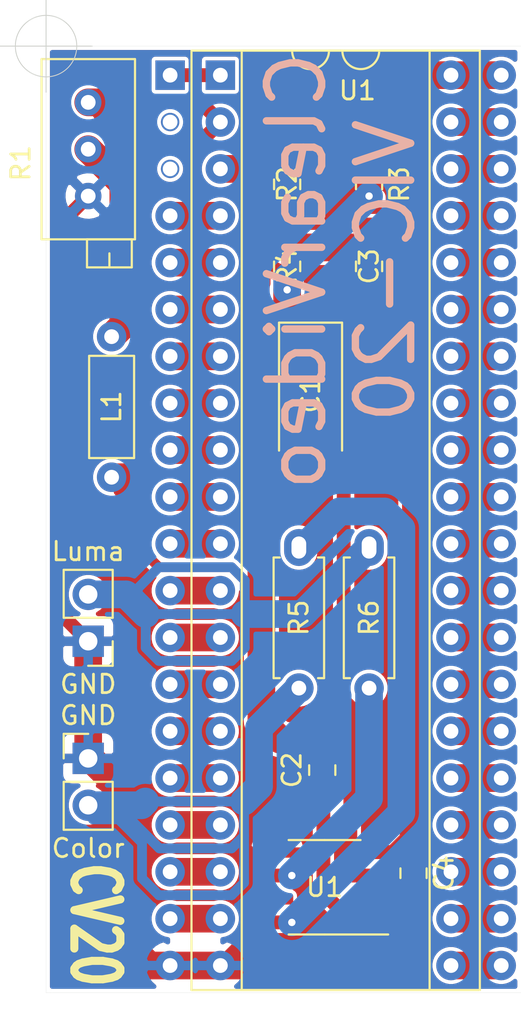
<source format=kicad_pcb>
(kicad_pcb (version 20171130) (host pcbnew "(5.1.5)-3")

  (general
    (thickness 1.6)
    (drawings 8)
    (tracks 198)
    (zones 0)
    (modules 16)
    (nets 54)
  )

  (page A4)
  (layers
    (0 F.Cu signal)
    (31 B.Cu signal)
    (32 B.Adhes user)
    (33 F.Adhes user)
    (34 B.Paste user)
    (35 F.Paste user)
    (36 B.SilkS user)
    (37 F.SilkS user)
    (38 B.Mask user)
    (39 F.Mask user)
    (40 Dwgs.User user)
    (41 Cmts.User user)
    (42 Eco1.User user)
    (43 Eco2.User user)
    (44 Edge.Cuts user)
    (45 Margin user)
    (46 B.CrtYd user)
    (47 F.CrtYd user)
    (48 B.Fab user)
    (49 F.Fab user)
  )

  (setup
    (last_trace_width 0.25)
    (user_trace_width 0.25)
    (user_trace_width 0.33)
    (user_trace_width 0.5)
    (user_trace_width 0.533)
    (user_trace_width 0.75)
    (user_trace_width 1)
    (user_trace_width 1.25)
    (user_trace_width 1.5)
    (trace_clearance 0.2032)
    (zone_clearance 0.2033)
    (zone_45_only no)
    (trace_min 0.2033)
    (via_size 0.36)
    (via_drill 0.3)
    (via_min_size 0.35)
    (via_min_drill 0.3)
    (user_via 0.4 0.35)
    (user_via 0.5 0.4)
    (user_via 0.6 0.45)
    (uvia_size 0.3)
    (uvia_drill 0.1)
    (uvias_allowed no)
    (uvia_min_size 0.2)
    (uvia_min_drill 0.1)
    (edge_width 0.05)
    (segment_width 0.2)
    (pcb_text_width 0.3)
    (pcb_text_size 1.5 1.5)
    (mod_edge_width 0.12)
    (mod_text_size 1 1)
    (mod_text_width 0.15)
    (pad_size 1.6 1.6)
    (pad_drill 0.8)
    (pad_to_mask_clearance 0.051)
    (solder_mask_min_width 0.25)
    (aux_axis_origin 52.324 21.082)
    (visible_elements 7FFFFFFF)
    (pcbplotparams
      (layerselection 0x010f0_ffffffff)
      (usegerberextensions false)
      (usegerberattributes false)
      (usegerberadvancedattributes false)
      (creategerberjobfile false)
      (excludeedgelayer true)
      (linewidth 0.100000)
      (plotframeref false)
      (viasonmask false)
      (mode 1)
      (useauxorigin false)
      (hpglpennumber 1)
      (hpglpenspeed 20)
      (hpglpendiameter 15.000000)
      (psnegative false)
      (psa4output false)
      (plotreference true)
      (plotvalue true)
      (plotinvisibletext false)
      (padsonsilk false)
      (subtractmaskfromsilk false)
      (outputformat 1)
      (mirror false)
      (drillshape 0)
      (scaleselection 1)
      (outputdirectory "gerber/"))
  )

  (net 0 "")
  (net 1 "Net-(C1-Pad1)")
  (net 2 GND)
  (net 3 "Net-(C2-Pad1)")
  (net 4 "Net-(C2-Pad2)")
  (net 5 "Net-(C3-Pad2)")
  (net 6 "Net-(C3-Pad1)")
  (net 7 +5V)
  (net 8 "Net-(J1-Pad2)")
  (net 9 "Net-(J2-Pad2)")
  (net 10 "Net-(L1-Pad1)")
  (net 11 /Color)
  (net 12 /Luma)
  (net 13 "Net-(R5-Pad2)")
  (net 14 "Net-(R6-Pad1)")
  (net 15 "Net-(U1-Pad7)")
  (net 16 /NC)
  (net 17 /A0)
  (net 18 /A1)
  (net 19 /A2)
  (net 20 /R~W~)
  (net 21 /A3)
  (net 22 /D11)
  (net 23 /A4)
  (net 24 /D10)
  (net 25 /A5)
  (net 26 /D9)
  (net 27 /A6)
  (net 28 /D8)
  (net 29 /A7)
  (net 30 /D7)
  (net 31 /A8)
  (net 32 /D6)
  (net 33 /A9)
  (net 34 /D5)
  (net 35 /A10)
  (net 36 /D4)
  (net 37 /A11)
  (net 38 /D3)
  (net 39 /A12)
  (net 40 /D2)
  (net 41 /A13)
  (net 42 /D1)
  (net 43 /PPhi1)
  (net 44 /D0)
  (net 45 /PPhi2)
  (net 46 /PotX)
  (net 47 /Option)
  (net 48 /PotY)
  (net 49 /Phi2)
  (net 50 /Audio)
  (net 51 /Phi1)
  (net 52 "Net-(U-SOCKET1-Pad3)")
  (net 53 "Net-(U-SOCKET1-Pad2)")

  (net_class Default "This is the default net class."
    (clearance 0.2032)
    (trace_width 0.25)
    (via_dia 0.36)
    (via_drill 0.3)
    (uvia_dia 0.3)
    (uvia_drill 0.1)
    (diff_pair_width 0.2033)
    (diff_pair_gap 0.2032)
    (add_net +5V)
    (add_net /A0)
    (add_net /A1)
    (add_net /A10)
    (add_net /A11)
    (add_net /A12)
    (add_net /A13)
    (add_net /A2)
    (add_net /A3)
    (add_net /A4)
    (add_net /A5)
    (add_net /A6)
    (add_net /A7)
    (add_net /A8)
    (add_net /A9)
    (add_net /Audio)
    (add_net /Color)
    (add_net /D0)
    (add_net /D1)
    (add_net /D10)
    (add_net /D11)
    (add_net /D2)
    (add_net /D3)
    (add_net /D4)
    (add_net /D5)
    (add_net /D6)
    (add_net /D7)
    (add_net /D8)
    (add_net /D9)
    (add_net /Luma)
    (add_net /NC)
    (add_net /Option)
    (add_net /PPhi1)
    (add_net /PPhi2)
    (add_net /Phi1)
    (add_net /Phi2)
    (add_net /PotX)
    (add_net /PotY)
    (add_net /R~W~)
    (add_net GND)
    (add_net "Net-(C1-Pad1)")
    (add_net "Net-(C2-Pad1)")
    (add_net "Net-(C2-Pad2)")
    (add_net "Net-(C3-Pad1)")
    (add_net "Net-(C3-Pad2)")
    (add_net "Net-(J1-Pad2)")
    (add_net "Net-(J2-Pad2)")
    (add_net "Net-(L1-Pad1)")
    (add_net "Net-(R5-Pad2)")
    (add_net "Net-(R6-Pad1)")
    (add_net "Net-(U-SOCKET1-Pad2)")
    (add_net "Net-(U-SOCKET1-Pad3)")
    (add_net "Net-(U1-Pad7)")
  )

  (module Package_DIP:DIP-40_W15.24mm (layer F.Cu) (tedit 5F33FB4E) (tstamp 5E6590AD)
    (at 59.055 22.657001)
    (descr "40-lead though-hole mounted DIP package, row spacing 15.24 mm (600 mils)")
    (tags "THT DIP DIL PDIP 2.54mm 15.24mm 600mil")
    (path /5E6A33D4)
    (fp_text reference U-SOCKET1 (at 7.62 -2.33) (layer F.SilkS) hide
      (effects (font (size 1 1) (thickness 0.15)))
    )
    (fp_text value 656X-VIC-I (at 7.62 50.59) (layer F.Fab)
      (effects (font (size 1 1) (thickness 0.15)))
    )
    (fp_text user %R (at 7.62 24.13) (layer F.Fab)
      (effects (font (size 1 1) (thickness 0.15)))
    )
    (fp_line (start 16.3 -1.55) (end -1.05 -1.55) (layer F.CrtYd) (width 0.05))
    (fp_line (start 16.3 49.8) (end 16.3 -1.55) (layer F.CrtYd) (width 0.05))
    (fp_line (start -1.05 49.8) (end 16.3 49.8) (layer F.CrtYd) (width 0.05))
    (fp_line (start -1.05 -1.55) (end -1.05 49.8) (layer F.CrtYd) (width 0.05))
    (fp_line (start 14.08 -1.33) (end 8.62 -1.33) (layer F.SilkS) (width 0.12))
    (fp_line (start 14.08 49.59) (end 14.08 -1.33) (layer F.SilkS) (width 0.12))
    (fp_line (start 1.16 49.59) (end 14.08 49.59) (layer F.SilkS) (width 0.12))
    (fp_line (start 1.16 -1.33) (end 1.16 49.59) (layer F.SilkS) (width 0.12))
    (fp_line (start 6.62 -1.33) (end 1.16 -1.33) (layer F.SilkS) (width 0.12))
    (fp_line (start 0.255 -0.27) (end 1.255 -1.27) (layer F.Fab) (width 0.1))
    (fp_line (start 0.255 49.53) (end 0.255 -0.27) (layer F.Fab) (width 0.1))
    (fp_line (start 14.985 49.53) (end 0.255 49.53) (layer F.Fab) (width 0.1))
    (fp_line (start 14.985 -1.27) (end 14.985 49.53) (layer F.Fab) (width 0.1))
    (fp_line (start 1.255 -1.27) (end 14.985 -1.27) (layer F.Fab) (width 0.1))
    (fp_arc (start 7.62 -1.33) (end 6.62 -1.33) (angle -180) (layer F.SilkS) (width 0.12))
    (pad 40 thru_hole oval (at 15.24 0) (size 1.6 1.6) (drill 0.8) (layers *.Cu *.Mask)
      (net 7 +5V))
    (pad 20 thru_hole oval (at 0 48.26) (size 1.6 1.6) (drill 0.8) (layers *.Cu *.Mask)
      (net 2 GND))
    (pad 39 thru_hole oval (at 15.24 2.54) (size 1.6 1.6) (drill 0.8) (layers *.Cu *.Mask)
      (net 51 /Phi1))
    (pad 19 thru_hole oval (at 0 45.72) (size 1.6 1.6) (drill 0.8) (layers *.Cu *.Mask)
      (net 50 /Audio))
    (pad 38 thru_hole oval (at 15.24 5.08) (size 1.6 1.6) (drill 0.8) (layers *.Cu *.Mask)
      (net 49 /Phi2))
    (pad 18 thru_hole oval (at 0 43.18) (size 1.6 1.6) (drill 0.8) (layers *.Cu *.Mask)
      (net 48 /PotY))
    (pad 37 thru_hole oval (at 15.24 7.62) (size 1.6 1.6) (drill 0.8) (layers *.Cu *.Mask)
      (net 47 /Option))
    (pad 17 thru_hole oval (at 0 40.64) (size 1.6 1.6) (drill 0.8) (layers *.Cu *.Mask)
      (net 46 /PotX))
    (pad 36 thru_hole oval (at 15.24 10.16) (size 1.6 1.6) (drill 0.8) (layers *.Cu *.Mask)
      (net 45 /PPhi2))
    (pad 16 thru_hole oval (at 0 38.1) (size 1.6 1.6) (drill 0.8) (layers *.Cu *.Mask)
      (net 44 /D0))
    (pad 35 thru_hole oval (at 15.24 12.7) (size 1.6 1.6) (drill 0.8) (layers *.Cu *.Mask)
      (net 43 /PPhi1))
    (pad 15 thru_hole oval (at 0 35.56) (size 1.6 1.6) (drill 0.8) (layers *.Cu *.Mask)
      (net 42 /D1))
    (pad 34 thru_hole oval (at 15.24 15.24) (size 1.6 1.6) (drill 0.8) (layers *.Cu *.Mask)
      (net 41 /A13))
    (pad 14 thru_hole oval (at 0 33.02) (size 1.6 1.6) (drill 0.8) (layers *.Cu *.Mask)
      (net 40 /D2))
    (pad 33 thru_hole oval (at 15.24 17.78) (size 1.6 1.6) (drill 0.8) (layers *.Cu *.Mask)
      (net 39 /A12))
    (pad 13 thru_hole oval (at 0 30.48) (size 1.6 1.6) (drill 0.8) (layers *.Cu *.Mask)
      (net 38 /D3))
    (pad 32 thru_hole oval (at 15.24 20.32) (size 1.6 1.6) (drill 0.8) (layers *.Cu *.Mask)
      (net 37 /A11))
    (pad 12 thru_hole oval (at 0 27.94) (size 1.6 1.6) (drill 0.8) (layers *.Cu *.Mask)
      (net 36 /D4))
    (pad 31 thru_hole oval (at 15.24 22.86) (size 1.6 1.6) (drill 0.8) (layers *.Cu *.Mask)
      (net 35 /A10))
    (pad 11 thru_hole oval (at 0 25.4) (size 1.6 1.6) (drill 0.8) (layers *.Cu *.Mask)
      (net 34 /D5))
    (pad 30 thru_hole oval (at 15.24 25.4) (size 1.6 1.6) (drill 0.8) (layers *.Cu *.Mask)
      (net 33 /A9))
    (pad 10 thru_hole oval (at 0 22.86) (size 1.6 1.6) (drill 0.8) (layers *.Cu *.Mask)
      (net 32 /D6))
    (pad 29 thru_hole oval (at 15.24 27.94) (size 1.6 1.6) (drill 0.8) (layers *.Cu *.Mask)
      (net 31 /A8))
    (pad 9 thru_hole oval (at 0 20.32) (size 1.6 1.6) (drill 0.8) (layers *.Cu *.Mask)
      (net 30 /D7))
    (pad 28 thru_hole oval (at 15.24 30.48) (size 1.6 1.6) (drill 0.8) (layers *.Cu *.Mask)
      (net 29 /A7))
    (pad 8 thru_hole oval (at 0 17.78) (size 1.6 1.6) (drill 0.8) (layers *.Cu *.Mask)
      (net 28 /D8))
    (pad 27 thru_hole oval (at 15.24 33.02) (size 1.6 1.6) (drill 0.8) (layers *.Cu *.Mask)
      (net 27 /A6))
    (pad 7 thru_hole oval (at 0 15.24) (size 1.6 1.6) (drill 0.8) (layers *.Cu *.Mask)
      (net 26 /D9))
    (pad 26 thru_hole oval (at 15.24 35.56) (size 1.6 1.6) (drill 0.8) (layers *.Cu *.Mask)
      (net 25 /A5))
    (pad 6 thru_hole oval (at 0 12.7) (size 1.6 1.6) (drill 0.8) (layers *.Cu *.Mask)
      (net 24 /D10))
    (pad 25 thru_hole oval (at 15.24 38.1) (size 1.6 1.6) (drill 0.8) (layers *.Cu *.Mask)
      (net 23 /A4))
    (pad 5 thru_hole oval (at 0 10.16) (size 1.6 1.6) (drill 0.8) (layers *.Cu *.Mask)
      (net 22 /D11))
    (pad 24 thru_hole oval (at 15.24 40.64) (size 1.6 1.6) (drill 0.8) (layers *.Cu *.Mask)
      (net 21 /A3))
    (pad 4 thru_hole oval (at 0 7.62) (size 1.6 1.6) (drill 0.8) (layers *.Cu *.Mask)
      (net 20 /R~W~))
    (pad 23 thru_hole oval (at 15.24 43.18) (size 1.6 1.6) (drill 0.8) (layers *.Cu *.Mask)
      (net 19 /A2))
    (pad 3 thru_hole oval (at 0 5.08) (size 1 1) (drill 0.8) (layers *.Cu *.Mask)
      (net 52 "Net-(U-SOCKET1-Pad3)"))
    (pad 22 thru_hole oval (at 15.24 45.72) (size 1.6 1.6) (drill 0.8) (layers *.Cu *.Mask)
      (net 18 /A1))
    (pad 2 thru_hole oval (at 0 2.54) (size 1 1) (drill 0.8) (layers *.Cu *.Mask)
      (net 53 "Net-(U-SOCKET1-Pad2)"))
    (pad 21 thru_hole oval (at 15.24 48.26) (size 1.6 1.6) (drill 0.8) (layers *.Cu *.Mask)
      (net 17 /A0))
    (pad 1 thru_hole rect (at 0 0) (size 1.6 1.6) (drill 0.8) (layers *.Cu *.Mask)
      (net 16 /NC))
  )

  (module Capacitor_Tantalum_SMD:CP_EIA-6032-28_Kemet-C_Pad2.25x2.35mm_HandSolder (layer F.Cu) (tedit 5B301BBE) (tstamp 5E658F28)
    (at 66.675 40.005 270)
    (descr "Tantalum Capacitor SMD Kemet-C (6032-28 Metric), IPC_7351 nominal, (Body size from: http://www.kemet.com/Lists/ProductCatalog/Attachments/253/KEM_TC101_STD.pdf), generated with kicad-footprint-generator")
    (tags "capacitor tantalum")
    (path /5D57FFBD)
    (attr smd)
    (fp_text reference C1 (at 0 0 90) (layer F.SilkS)
      (effects (font (size 1 1) (thickness 0.15)))
    )
    (fp_text value 22uF (at 0 2.55 90) (layer F.Fab)
      (effects (font (size 1 1) (thickness 0.15)))
    )
    (fp_line (start 3 -1.6) (end -2.2 -1.6) (layer F.Fab) (width 0.1))
    (fp_line (start -2.2 -1.6) (end -3 -0.8) (layer F.Fab) (width 0.1))
    (fp_line (start -3 -0.8) (end -3 1.6) (layer F.Fab) (width 0.1))
    (fp_line (start -3 1.6) (end 3 1.6) (layer F.Fab) (width 0.1))
    (fp_line (start 3 1.6) (end 3 -1.6) (layer F.Fab) (width 0.1))
    (fp_line (start 3 -1.71) (end -3.935 -1.71) (layer F.SilkS) (width 0.12))
    (fp_line (start -3.935 -1.71) (end -3.935 1.71) (layer F.SilkS) (width 0.12))
    (fp_line (start -3.935 1.71) (end 3 1.71) (layer F.SilkS) (width 0.12))
    (fp_line (start -3.92 1.85) (end -3.92 -1.85) (layer F.CrtYd) (width 0.05))
    (fp_line (start -3.92 -1.85) (end 3.92 -1.85) (layer F.CrtYd) (width 0.05))
    (fp_line (start 3.92 -1.85) (end 3.92 1.85) (layer F.CrtYd) (width 0.05))
    (fp_line (start 3.92 1.85) (end -3.92 1.85) (layer F.CrtYd) (width 0.05))
    (fp_text user %R (at 0 0 90) (layer F.Fab)
      (effects (font (size 1 1) (thickness 0.15)))
    )
    (pad 1 smd roundrect (at -2.55 0 270) (size 2.25 2.35) (layers F.Cu F.Paste F.Mask) (roundrect_rratio 0.111111)
      (net 1 "Net-(C1-Pad1)"))
    (pad 2 smd roundrect (at 2.55 0 270) (size 2.25 2.35) (layers F.Cu F.Paste F.Mask) (roundrect_rratio 0.111111)
      (net 2 GND))
    (model ${KISYS3DMOD}/Capacitor_Tantalum_SMD.3dshapes/CP_EIA-6032-28_Kemet-C.wrl
      (at (xyz 0 0 0))
      (scale (xyz 1 1 1))
      (rotate (xyz 0 0 0))
    )
  )

  (module Capacitor_SMD:C_0805_2012Metric_Pad1.15x1.40mm_HandSolder (layer F.Cu) (tedit 5B36C52B) (tstamp 5E658F39)
    (at 67.31 60.325 90)
    (descr "Capacitor SMD 0805 (2012 Metric), square (rectangular) end terminal, IPC_7351 nominal with elongated pad for handsoldering. (Body size source: https://docs.google.com/spreadsheets/d/1BsfQQcO9C6DZCsRaXUlFlo91Tg2WpOkGARC1WS5S8t0/edit?usp=sharing), generated with kicad-footprint-generator")
    (tags "capacitor handsolder")
    (path /5D57267C)
    (attr smd)
    (fp_text reference C2 (at 0 -1.65 90) (layer F.SilkS)
      (effects (font (size 1 1) (thickness 0.15)))
    )
    (fp_text value 0.1uF (at 0 1.65 90) (layer F.Fab)
      (effects (font (size 1 1) (thickness 0.15)))
    )
    (fp_line (start -1 0.6) (end -1 -0.6) (layer F.Fab) (width 0.1))
    (fp_line (start -1 -0.6) (end 1 -0.6) (layer F.Fab) (width 0.1))
    (fp_line (start 1 -0.6) (end 1 0.6) (layer F.Fab) (width 0.1))
    (fp_line (start 1 0.6) (end -1 0.6) (layer F.Fab) (width 0.1))
    (fp_line (start -0.261252 -0.71) (end 0.261252 -0.71) (layer F.SilkS) (width 0.12))
    (fp_line (start -0.261252 0.71) (end 0.261252 0.71) (layer F.SilkS) (width 0.12))
    (fp_line (start -1.85 0.95) (end -1.85 -0.95) (layer F.CrtYd) (width 0.05))
    (fp_line (start -1.85 -0.95) (end 1.85 -0.95) (layer F.CrtYd) (width 0.05))
    (fp_line (start 1.85 -0.95) (end 1.85 0.95) (layer F.CrtYd) (width 0.05))
    (fp_line (start 1.85 0.95) (end -1.85 0.95) (layer F.CrtYd) (width 0.05))
    (fp_text user %R (at 0 0 90) (layer F.Fab)
      (effects (font (size 0.5 0.5) (thickness 0.08)))
    )
    (pad 1 smd roundrect (at -1.025 0 90) (size 1.15 1.4) (layers F.Cu F.Paste F.Mask) (roundrect_rratio 0.217391)
      (net 3 "Net-(C2-Pad1)"))
    (pad 2 smd roundrect (at 1.025 0 90) (size 1.15 1.4) (layers F.Cu F.Paste F.Mask) (roundrect_rratio 0.217391)
      (net 4 "Net-(C2-Pad2)"))
    (model ${KISYS3DMOD}/Capacitor_SMD.3dshapes/C_0805_2012Metric.wrl
      (at (xyz 0 0 0))
      (scale (xyz 1 1 1))
      (rotate (xyz 0 0 0))
    )
  )

  (module Capacitor_SMD:C_0805_2012Metric_Pad1.15x1.40mm_HandSolder (layer F.Cu) (tedit 5B36C52B) (tstamp 5E658F4A)
    (at 69.85 33.02 90)
    (descr "Capacitor SMD 0805 (2012 Metric), square (rectangular) end terminal, IPC_7351 nominal with elongated pad for handsoldering. (Body size source: https://docs.google.com/spreadsheets/d/1BsfQQcO9C6DZCsRaXUlFlo91Tg2WpOkGARC1WS5S8t0/edit?usp=sharing), generated with kicad-footprint-generator")
    (tags "capacitor handsolder")
    (path /5D57956C)
    (attr smd)
    (fp_text reference C3 (at 0 0 90) (layer F.SilkS)
      (effects (font (size 1 1) (thickness 0.15)))
    )
    (fp_text value 0.1uF (at 0 1.65 90) (layer F.Fab)
      (effects (font (size 1 1) (thickness 0.15)))
    )
    (fp_text user %R (at 0 0 90) (layer F.Fab)
      (effects (font (size 0.5 0.5) (thickness 0.08)))
    )
    (fp_line (start 1.85 0.95) (end -1.85 0.95) (layer F.CrtYd) (width 0.05))
    (fp_line (start 1.85 -0.95) (end 1.85 0.95) (layer F.CrtYd) (width 0.05))
    (fp_line (start -1.85 -0.95) (end 1.85 -0.95) (layer F.CrtYd) (width 0.05))
    (fp_line (start -1.85 0.95) (end -1.85 -0.95) (layer F.CrtYd) (width 0.05))
    (fp_line (start -0.261252 0.71) (end 0.261252 0.71) (layer F.SilkS) (width 0.12))
    (fp_line (start -0.261252 -0.71) (end 0.261252 -0.71) (layer F.SilkS) (width 0.12))
    (fp_line (start 1 0.6) (end -1 0.6) (layer F.Fab) (width 0.1))
    (fp_line (start 1 -0.6) (end 1 0.6) (layer F.Fab) (width 0.1))
    (fp_line (start -1 -0.6) (end 1 -0.6) (layer F.Fab) (width 0.1))
    (fp_line (start -1 0.6) (end -1 -0.6) (layer F.Fab) (width 0.1))
    (pad 2 smd roundrect (at 1.025 0 90) (size 1.15 1.4) (layers F.Cu F.Paste F.Mask) (roundrect_rratio 0.217391)
      (net 5 "Net-(C3-Pad2)"))
    (pad 1 smd roundrect (at -1.025 0 90) (size 1.15 1.4) (layers F.Cu F.Paste F.Mask) (roundrect_rratio 0.217391)
      (net 6 "Net-(C3-Pad1)"))
    (model ${KISYS3DMOD}/Capacitor_SMD.3dshapes/C_0805_2012Metric.wrl
      (at (xyz 0 0 0))
      (scale (xyz 1 1 1))
      (rotate (xyz 0 0 0))
    )
  )

  (module Capacitor_SMD:C_0805_2012Metric_Pad1.15x1.40mm_HandSolder (layer F.Cu) (tedit 5B36C52B) (tstamp 5E658F5B)
    (at 72.263 65.913 270)
    (descr "Capacitor SMD 0805 (2012 Metric), square (rectangular) end terminal, IPC_7351 nominal with elongated pad for handsoldering. (Body size source: https://docs.google.com/spreadsheets/d/1BsfQQcO9C6DZCsRaXUlFlo91Tg2WpOkGARC1WS5S8t0/edit?usp=sharing), generated with kicad-footprint-generator")
    (tags "capacitor handsolder")
    (path /5D589FAA)
    (attr smd)
    (fp_text reference C4 (at 0 -1.65 90) (layer F.SilkS)
      (effects (font (size 1 1) (thickness 0.15)))
    )
    (fp_text value 0.1uF (at 0 1.65 90) (layer F.Fab)
      (effects (font (size 1 1) (thickness 0.15)))
    )
    (fp_line (start -1 0.6) (end -1 -0.6) (layer F.Fab) (width 0.1))
    (fp_line (start -1 -0.6) (end 1 -0.6) (layer F.Fab) (width 0.1))
    (fp_line (start 1 -0.6) (end 1 0.6) (layer F.Fab) (width 0.1))
    (fp_line (start 1 0.6) (end -1 0.6) (layer F.Fab) (width 0.1))
    (fp_line (start -0.261252 -0.71) (end 0.261252 -0.71) (layer F.SilkS) (width 0.12))
    (fp_line (start -0.261252 0.71) (end 0.261252 0.71) (layer F.SilkS) (width 0.12))
    (fp_line (start -1.85 0.95) (end -1.85 -0.95) (layer F.CrtYd) (width 0.05))
    (fp_line (start -1.85 -0.95) (end 1.85 -0.95) (layer F.CrtYd) (width 0.05))
    (fp_line (start 1.85 -0.95) (end 1.85 0.95) (layer F.CrtYd) (width 0.05))
    (fp_line (start 1.85 0.95) (end -1.85 0.95) (layer F.CrtYd) (width 0.05))
    (fp_text user %R (at 0 0 90) (layer F.Fab)
      (effects (font (size 0.5 0.5) (thickness 0.08)))
    )
    (pad 1 smd roundrect (at -1.025 0 270) (size 1.15 1.4) (layers F.Cu F.Paste F.Mask) (roundrect_rratio 0.217391)
      (net 7 +5V))
    (pad 2 smd roundrect (at 1.025 0 270) (size 1.15 1.4) (layers F.Cu F.Paste F.Mask) (roundrect_rratio 0.217391)
      (net 2 GND))
    (model ${KISYS3DMOD}/Capacitor_SMD.3dshapes/C_0805_2012Metric.wrl
      (at (xyz 0 0 0))
      (scale (xyz 1 1 1))
      (rotate (xyz 0 0 0))
    )
  )

  (module Connector_PinHeader_2.54mm:PinHeader_1x02_P2.54mm_Vertical (layer F.Cu) (tedit 59FED5CC) (tstamp 5E658F71)
    (at 54.61 59.69)
    (descr "Through hole straight pin header, 1x02, 2.54mm pitch, single row")
    (tags "Through hole pin header THT 1x02 2.54mm single row")
    (path /5E68E26F)
    (fp_text reference GND (at 0 -2.33) (layer F.SilkS)
      (effects (font (size 1 1) (thickness 0.15)))
    )
    (fp_text value Color (at 0 4.87) (layer F.SilkS)
      (effects (font (size 1 1) (thickness 0.15)))
    )
    (fp_line (start -0.635 -1.27) (end 1.27 -1.27) (layer F.Fab) (width 0.1))
    (fp_line (start 1.27 -1.27) (end 1.27 3.81) (layer F.Fab) (width 0.1))
    (fp_line (start 1.27 3.81) (end -1.27 3.81) (layer F.Fab) (width 0.1))
    (fp_line (start -1.27 3.81) (end -1.27 -0.635) (layer F.Fab) (width 0.1))
    (fp_line (start -1.27 -0.635) (end -0.635 -1.27) (layer F.Fab) (width 0.1))
    (fp_line (start -1.33 3.87) (end 1.33 3.87) (layer F.SilkS) (width 0.12))
    (fp_line (start -1.33 1.27) (end -1.33 3.87) (layer F.SilkS) (width 0.12))
    (fp_line (start 1.33 1.27) (end 1.33 3.87) (layer F.SilkS) (width 0.12))
    (fp_line (start -1.33 1.27) (end 1.33 1.27) (layer F.SilkS) (width 0.12))
    (fp_line (start -1.33 0) (end -1.33 -1.33) (layer F.SilkS) (width 0.12))
    (fp_line (start -1.33 -1.33) (end 0 -1.33) (layer F.SilkS) (width 0.12))
    (fp_line (start -1.8 -1.8) (end -1.8 4.35) (layer F.CrtYd) (width 0.05))
    (fp_line (start -1.8 4.35) (end 1.8 4.35) (layer F.CrtYd) (width 0.05))
    (fp_line (start 1.8 4.35) (end 1.8 -1.8) (layer F.CrtYd) (width 0.05))
    (fp_line (start 1.8 -1.8) (end -1.8 -1.8) (layer F.CrtYd) (width 0.05))
    (fp_text user %R (at 0 1.27 90) (layer F.Fab)
      (effects (font (size 1 1) (thickness 0.15)))
    )
    (pad 1 thru_hole rect (at 0 0) (size 1.7 1.7) (drill 1) (layers *.Cu *.Mask)
      (net 2 GND))
    (pad 2 thru_hole oval (at 0 2.54) (size 1.7 1.7) (drill 1) (layers *.Cu *.Mask)
      (net 8 "Net-(J1-Pad2)"))
    (model ${KISYS3DMOD}/Connector_PinHeader_2.54mm.3dshapes/PinHeader_1x02_P2.54mm_Vertical.wrl
      (at (xyz 0 0 0))
      (scale (xyz 1 1 1))
      (rotate (xyz 0 0 0))
    )
  )

  (module Connector_PinHeader_2.54mm:PinHeader_1x02_P2.54mm_Vertical (layer F.Cu) (tedit 59FED5CC) (tstamp 5E658F87)
    (at 54.61 53.34 180)
    (descr "Through hole straight pin header, 1x02, 2.54mm pitch, single row")
    (tags "Through hole pin header THT 1x02 2.54mm single row")
    (path /5E68F10D)
    (fp_text reference GND (at 0 -2.33) (layer F.SilkS)
      (effects (font (size 1 1) (thickness 0.15)))
    )
    (fp_text value Luma (at 0 4.87) (layer F.SilkS)
      (effects (font (size 1 1) (thickness 0.15)))
    )
    (fp_text user %R (at 0 1.27 90) (layer F.Fab)
      (effects (font (size 1 1) (thickness 0.15)))
    )
    (fp_line (start 1.8 -1.8) (end -1.8 -1.8) (layer F.CrtYd) (width 0.05))
    (fp_line (start 1.8 4.35) (end 1.8 -1.8) (layer F.CrtYd) (width 0.05))
    (fp_line (start -1.8 4.35) (end 1.8 4.35) (layer F.CrtYd) (width 0.05))
    (fp_line (start -1.8 -1.8) (end -1.8 4.35) (layer F.CrtYd) (width 0.05))
    (fp_line (start -1.33 -1.33) (end 0 -1.33) (layer F.SilkS) (width 0.12))
    (fp_line (start -1.33 0) (end -1.33 -1.33) (layer F.SilkS) (width 0.12))
    (fp_line (start -1.33 1.27) (end 1.33 1.27) (layer F.SilkS) (width 0.12))
    (fp_line (start 1.33 1.27) (end 1.33 3.87) (layer F.SilkS) (width 0.12))
    (fp_line (start -1.33 1.27) (end -1.33 3.87) (layer F.SilkS) (width 0.12))
    (fp_line (start -1.33 3.87) (end 1.33 3.87) (layer F.SilkS) (width 0.12))
    (fp_line (start -1.27 -0.635) (end -0.635 -1.27) (layer F.Fab) (width 0.1))
    (fp_line (start -1.27 3.81) (end -1.27 -0.635) (layer F.Fab) (width 0.1))
    (fp_line (start 1.27 3.81) (end -1.27 3.81) (layer F.Fab) (width 0.1))
    (fp_line (start 1.27 -1.27) (end 1.27 3.81) (layer F.Fab) (width 0.1))
    (fp_line (start -0.635 -1.27) (end 1.27 -1.27) (layer F.Fab) (width 0.1))
    (pad 2 thru_hole oval (at 0 2.54 180) (size 1.7 1.7) (drill 1) (layers *.Cu *.Mask)
      (net 9 "Net-(J2-Pad2)"))
    (pad 1 thru_hole rect (at 0 0 180) (size 1.7 1.7) (drill 1) (layers *.Cu *.Mask)
      (net 2 GND))
    (model ${KISYS3DMOD}/Connector_PinHeader_2.54mm.3dshapes/PinHeader_1x02_P2.54mm_Vertical.wrl
      (at (xyz 0 0 0))
      (scale (xyz 1 1 1))
      (rotate (xyz 0 0 0))
    )
  )

  (module Inductor_THT:L_Axial_L5.3mm_D2.2mm_P7.62mm_Horizontal_Vishay_IM-1 (layer F.Cu) (tedit 5AE59B05) (tstamp 5E658F9C)
    (at 55.88 36.83 270)
    (descr "Inductor, Axial series, Axial, Horizontal, pin pitch=7.62mm, , length*diameter=5.3*2.2mm^2, Vishay, IM-1, http://www.vishay.com/docs/34030/im.pdf")
    (tags "Inductor Axial series Axial Horizontal pin pitch 7.62mm  length 5.3mm diameter 2.2mm Vishay IM-1")
    (path /5D56C258)
    (fp_text reference L1 (at 3.81 0 90) (layer F.SilkS)
      (effects (font (size 1 1) (thickness 0.15)))
    )
    (fp_text value 22uH (at 3.81 2.22 90) (layer F.Fab)
      (effects (font (size 1 1) (thickness 0.15)))
    )
    (fp_line (start 1.16 -1.1) (end 1.16 1.1) (layer F.Fab) (width 0.1))
    (fp_line (start 1.16 1.1) (end 6.46 1.1) (layer F.Fab) (width 0.1))
    (fp_line (start 6.46 1.1) (end 6.46 -1.1) (layer F.Fab) (width 0.1))
    (fp_line (start 6.46 -1.1) (end 1.16 -1.1) (layer F.Fab) (width 0.1))
    (fp_line (start 0 0) (end 1.16 0) (layer F.Fab) (width 0.1))
    (fp_line (start 7.62 0) (end 6.46 0) (layer F.Fab) (width 0.1))
    (fp_line (start 1.04 -1.22) (end 1.04 1.22) (layer F.SilkS) (width 0.12))
    (fp_line (start 1.04 1.22) (end 6.58 1.22) (layer F.SilkS) (width 0.12))
    (fp_line (start 6.58 1.22) (end 6.58 -1.22) (layer F.SilkS) (width 0.12))
    (fp_line (start 6.58 -1.22) (end 1.04 -1.22) (layer F.SilkS) (width 0.12))
    (fp_line (start -1.05 -1.35) (end -1.05 1.35) (layer F.CrtYd) (width 0.05))
    (fp_line (start -1.05 1.35) (end 8.67 1.35) (layer F.CrtYd) (width 0.05))
    (fp_line (start 8.67 1.35) (end 8.67 -1.35) (layer F.CrtYd) (width 0.05))
    (fp_line (start 8.67 -1.35) (end -1.05 -1.35) (layer F.CrtYd) (width 0.05))
    (fp_text user %R (at 3.81 0 90) (layer F.Fab)
      (effects (font (size 1 1) (thickness 0.15)))
    )
    (pad 1 thru_hole circle (at 0 0 270) (size 1.6 1.6) (drill 0.8) (layers *.Cu *.Mask)
      (net 10 "Net-(L1-Pad1)"))
    (pad 2 thru_hole oval (at 7.62 0 270) (size 1.6 1.6) (drill 0.8) (layers *.Cu *.Mask)
      (net 4 "Net-(C2-Pad2)"))
    (model ${KISYS3DMOD}/Inductor_THT.3dshapes/L_Axial_L5.3mm_D2.2mm_P7.62mm_Horizontal_Vishay_IM-1.wrl
      (at (xyz 0 0 0))
      (scale (xyz 1 1 1))
      (rotate (xyz 0 0 0))
    )
  )

  (module Potentiometer_THT:Potentiometer_Bourns_3296X_Horizontal (layer F.Cu) (tedit 5A3D4994) (tstamp 5E658FBA)
    (at 54.61 24.13 90)
    (descr "Potentiometer, horizontal, Bourns 3296X, https://www.bourns.com/pdfs/3296.pdf")
    (tags "Potentiometer horizontal Bourns 3296X")
    (path /5D568DD6)
    (fp_text reference R1 (at -3.3 -3.66 90) (layer F.SilkS)
      (effects (font (size 1 1) (thickness 0.15)))
    )
    (fp_text value 10K (at -3.3 3.67 90) (layer F.Fab)
      (effects (font (size 1 1) (thickness 0.15)))
    )
    (fp_line (start -7.305 -2.41) (end -7.305 2.42) (layer F.Fab) (width 0.1))
    (fp_line (start -7.305 2.42) (end 2.225 2.42) (layer F.Fab) (width 0.1))
    (fp_line (start 2.225 2.42) (end 2.225 -2.41) (layer F.Fab) (width 0.1))
    (fp_line (start 2.225 -2.41) (end -7.305 -2.41) (layer F.Fab) (width 0.1))
    (fp_line (start -8.825 0.055) (end -8.825 2.245) (layer F.Fab) (width 0.1))
    (fp_line (start -8.825 2.245) (end -7.305 2.245) (layer F.Fab) (width 0.1))
    (fp_line (start -7.305 2.245) (end -7.305 0.055) (layer F.Fab) (width 0.1))
    (fp_line (start -7.305 0.055) (end -8.825 0.055) (layer F.Fab) (width 0.1))
    (fp_line (start -8.825 1.15) (end -8.065 1.15) (layer F.Fab) (width 0.1))
    (fp_line (start -7.425 -2.53) (end 2.345 -2.53) (layer F.SilkS) (width 0.12))
    (fp_line (start -7.425 2.54) (end 2.345 2.54) (layer F.SilkS) (width 0.12))
    (fp_line (start -7.425 -2.53) (end -7.425 2.54) (layer F.SilkS) (width 0.12))
    (fp_line (start 2.345 -2.53) (end 2.345 2.54) (layer F.SilkS) (width 0.12))
    (fp_line (start -8.945 -0.065) (end -7.426 -0.065) (layer F.SilkS) (width 0.12))
    (fp_line (start -8.945 2.365) (end -7.426 2.365) (layer F.SilkS) (width 0.12))
    (fp_line (start -8.945 -0.065) (end -8.945 2.365) (layer F.SilkS) (width 0.12))
    (fp_line (start -7.426 -0.065) (end -7.426 2.365) (layer F.SilkS) (width 0.12))
    (fp_line (start -8.945 1.15) (end -8.186 1.15) (layer F.SilkS) (width 0.12))
    (fp_line (start -9.1 -2.7) (end -9.1 2.7) (layer F.CrtYd) (width 0.05))
    (fp_line (start -9.1 2.7) (end 2.5 2.7) (layer F.CrtYd) (width 0.05))
    (fp_line (start 2.5 2.7) (end 2.5 -2.7) (layer F.CrtYd) (width 0.05))
    (fp_line (start 2.5 -2.7) (end -9.1 -2.7) (layer F.CrtYd) (width 0.05))
    (fp_text user %R (at -2.54 0.005 90) (layer F.Fab)
      (effects (font (size 1 1) (thickness 0.15)))
    )
    (pad 1 thru_hole circle (at 0 0 90) (size 1.44 1.44) (drill 0.8) (layers *.Cu *.Mask)
      (net 11 /Color))
    (pad 2 thru_hole circle (at -2.54 0 90) (size 1.44 1.44) (drill 0.8) (layers *.Cu *.Mask)
      (net 10 "Net-(L1-Pad1)"))
    (pad 3 thru_hole circle (at -5.08 0 90) (size 1.44 1.44) (drill 0.8) (layers *.Cu *.Mask)
      (net 2 GND))
    (model ${KISYS3DMOD}/Potentiometer_THT.3dshapes/Potentiometer_Bourns_3296X_Horizontal.wrl
      (at (xyz 0 0 0))
      (scale (xyz 1 1 1))
      (rotate (xyz 0 0 0))
    )
  )

  (module Resistor_SMD:R_0805_2012Metric_Pad1.15x1.40mm_HandSolder (layer F.Cu) (tedit 5B36C52B) (tstamp 5E658FCB)
    (at 65.405 28.575 90)
    (descr "Resistor SMD 0805 (2012 Metric), square (rectangular) end terminal, IPC_7351 nominal with elongated pad for handsoldering. (Body size source: https://docs.google.com/spreadsheets/d/1BsfQQcO9C6DZCsRaXUlFlo91Tg2WpOkGARC1WS5S8t0/edit?usp=sharing), generated with kicad-footprint-generator")
    (tags "resistor handsolder")
    (path /5D551AA3)
    (attr smd)
    (fp_text reference R2 (at 0 0 90) (layer F.SilkS)
      (effects (font (size 1 1) (thickness 0.15)))
    )
    (fp_text value 470R (at 0 1.905 90) (layer F.Fab)
      (effects (font (size 1 1) (thickness 0.15)))
    )
    (fp_line (start -1 0.6) (end -1 -0.6) (layer F.Fab) (width 0.1))
    (fp_line (start -1 -0.6) (end 1 -0.6) (layer F.Fab) (width 0.1))
    (fp_line (start 1 -0.6) (end 1 0.6) (layer F.Fab) (width 0.1))
    (fp_line (start 1 0.6) (end -1 0.6) (layer F.Fab) (width 0.1))
    (fp_line (start -0.261252 -0.71) (end 0.261252 -0.71) (layer F.SilkS) (width 0.12))
    (fp_line (start -0.261252 0.71) (end 0.261252 0.71) (layer F.SilkS) (width 0.12))
    (fp_line (start -1.85 0.95) (end -1.85 -0.95) (layer F.CrtYd) (width 0.05))
    (fp_line (start -1.85 -0.95) (end 1.85 -0.95) (layer F.CrtYd) (width 0.05))
    (fp_line (start 1.85 -0.95) (end 1.85 0.95) (layer F.CrtYd) (width 0.05))
    (fp_line (start 1.85 0.95) (end -1.85 0.95) (layer F.CrtYd) (width 0.05))
    (fp_text user %R (at 0 0 90) (layer F.Fab)
      (effects (font (size 0.5 0.5) (thickness 0.08)))
    )
    (pad 1 smd roundrect (at -1.025 0 90) (size 1.15 1.4) (layers F.Cu F.Paste F.Mask) (roundrect_rratio 0.217391)
      (net 5 "Net-(C3-Pad2)"))
    (pad 2 smd roundrect (at 1.025 0 90) (size 1.15 1.4) (layers F.Cu F.Paste F.Mask) (roundrect_rratio 0.217391)
      (net 12 /Luma))
    (model ${KISYS3DMOD}/Resistor_SMD.3dshapes/R_0805_2012Metric.wrl
      (at (xyz 0 0 0))
      (scale (xyz 1 1 1))
      (rotate (xyz 0 0 0))
    )
  )

  (module Resistor_SMD:R_0805_2012Metric_Pad1.15x1.40mm_HandSolder (layer F.Cu) (tedit 5B36C52B) (tstamp 5E658FDC)
    (at 69.85 28.575 270)
    (descr "Resistor SMD 0805 (2012 Metric), square (rectangular) end terminal, IPC_7351 nominal with elongated pad for handsoldering. (Body size source: https://docs.google.com/spreadsheets/d/1BsfQQcO9C6DZCsRaXUlFlo91Tg2WpOkGARC1WS5S8t0/edit?usp=sharing), generated with kicad-footprint-generator")
    (tags "resistor handsolder")
    (path /5D5815B0)
    (attr smd)
    (fp_text reference R3 (at 0 -1.65 90) (layer F.SilkS)
      (effects (font (size 1 1) (thickness 0.15)))
    )
    (fp_text value 22R (at 0 1.65 90) (layer F.Fab)
      (effects (font (size 1 1) (thickness 0.15)))
    )
    (fp_line (start -1 0.6) (end -1 -0.6) (layer F.Fab) (width 0.1))
    (fp_line (start -1 -0.6) (end 1 -0.6) (layer F.Fab) (width 0.1))
    (fp_line (start 1 -0.6) (end 1 0.6) (layer F.Fab) (width 0.1))
    (fp_line (start 1 0.6) (end -1 0.6) (layer F.Fab) (width 0.1))
    (fp_line (start -0.261252 -0.71) (end 0.261252 -0.71) (layer F.SilkS) (width 0.12))
    (fp_line (start -0.261252 0.71) (end 0.261252 0.71) (layer F.SilkS) (width 0.12))
    (fp_line (start -1.85 0.95) (end -1.85 -0.95) (layer F.CrtYd) (width 0.05))
    (fp_line (start -1.85 -0.95) (end 1.85 -0.95) (layer F.CrtYd) (width 0.05))
    (fp_line (start 1.85 -0.95) (end 1.85 0.95) (layer F.CrtYd) (width 0.05))
    (fp_line (start 1.85 0.95) (end -1.85 0.95) (layer F.CrtYd) (width 0.05))
    (fp_text user %R (at 0 0 90) (layer F.Fab)
      (effects (font (size 0.5 0.5) (thickness 0.08)))
    )
    (pad 1 smd roundrect (at -1.025 0 270) (size 1.15 1.4) (layers F.Cu F.Paste F.Mask) (roundrect_rratio 0.217391)
      (net 7 +5V))
    (pad 2 smd roundrect (at 1.025 0 270) (size 1.15 1.4) (layers F.Cu F.Paste F.Mask) (roundrect_rratio 0.217391)
      (net 1 "Net-(C1-Pad1)"))
    (model ${KISYS3DMOD}/Resistor_SMD.3dshapes/R_0805_2012Metric.wrl
      (at (xyz 0 0 0))
      (scale (xyz 1 1 1))
      (rotate (xyz 0 0 0))
    )
  )

  (module Resistor_SMD:R_0805_2012Metric_Pad1.15x1.40mm_HandSolder (layer F.Cu) (tedit 5B36C52B) (tstamp 5E658FED)
    (at 65.405 33.02 270)
    (descr "Resistor SMD 0805 (2012 Metric), square (rectangular) end terminal, IPC_7351 nominal with elongated pad for handsoldering. (Body size source: https://docs.google.com/spreadsheets/d/1BsfQQcO9C6DZCsRaXUlFlo91Tg2WpOkGARC1WS5S8t0/edit?usp=sharing), generated with kicad-footprint-generator")
    (tags "resistor handsolder")
    (path /5D57D345)
    (attr smd)
    (fp_text reference R4 (at 0 0 90) (layer F.SilkS)
      (effects (font (size 1 1) (thickness 0.15)))
    )
    (fp_text value 150R (at 0 -1.905 90) (layer F.Fab)
      (effects (font (size 1 1) (thickness 0.15)))
    )
    (fp_text user %R (at 0 0 90) (layer F.Fab)
      (effects (font (size 0.5 0.5) (thickness 0.08)))
    )
    (fp_line (start 1.85 0.95) (end -1.85 0.95) (layer F.CrtYd) (width 0.05))
    (fp_line (start 1.85 -0.95) (end 1.85 0.95) (layer F.CrtYd) (width 0.05))
    (fp_line (start -1.85 -0.95) (end 1.85 -0.95) (layer F.CrtYd) (width 0.05))
    (fp_line (start -1.85 0.95) (end -1.85 -0.95) (layer F.CrtYd) (width 0.05))
    (fp_line (start -0.261252 0.71) (end 0.261252 0.71) (layer F.SilkS) (width 0.12))
    (fp_line (start -0.261252 -0.71) (end 0.261252 -0.71) (layer F.SilkS) (width 0.12))
    (fp_line (start 1 0.6) (end -1 0.6) (layer F.Fab) (width 0.1))
    (fp_line (start 1 -0.6) (end 1 0.6) (layer F.Fab) (width 0.1))
    (fp_line (start -1 -0.6) (end 1 -0.6) (layer F.Fab) (width 0.1))
    (fp_line (start -1 0.6) (end -1 -0.6) (layer F.Fab) (width 0.1))
    (pad 2 smd roundrect (at 1.025 0 270) (size 1.15 1.4) (layers F.Cu F.Paste F.Mask) (roundrect_rratio 0.217391)
      (net 1 "Net-(C1-Pad1)"))
    (pad 1 smd roundrect (at -1.025 0 270) (size 1.15 1.4) (layers F.Cu F.Paste F.Mask) (roundrect_rratio 0.217391)
      (net 5 "Net-(C3-Pad2)"))
    (model ${KISYS3DMOD}/Resistor_SMD.3dshapes/R_0805_2012Metric.wrl
      (at (xyz 0 0 0))
      (scale (xyz 1 1 1))
      (rotate (xyz 0 0 0))
    )
  )

  (module Resistor_THT:R_Axial_DIN0207_L6.3mm_D2.5mm_P7.62mm_Horizontal (layer F.Cu) (tedit 5E670E4F) (tstamp 5E659004)
    (at 66.04 55.88 90)
    (descr "Resistor, Axial_DIN0207 series, Axial, Horizontal, pin pitch=7.62mm, 0.25W = 1/4W, length*diameter=6.3*2.5mm^2, http://cdn-reichelt.de/documents/datenblatt/B400/1_4W%23YAG.pdf")
    (tags "Resistor Axial_DIN0207 series Axial Horizontal pin pitch 7.62mm 0.25W = 1/4W length 6.3mm diameter 2.5mm")
    (path /5D52FF51)
    (fp_text reference R5 (at 3.81 0 90) (layer F.SilkS)
      (effects (font (size 1 1) (thickness 0.15)))
    )
    (fp_text value 75.0R (at 3.81 2.37 90) (layer F.Fab)
      (effects (font (size 1 1) (thickness 0.15)))
    )
    (fp_line (start 0.66 -1.25) (end 0.66 1.25) (layer F.Fab) (width 0.1))
    (fp_line (start 0.66 1.25) (end 6.96 1.25) (layer F.Fab) (width 0.1))
    (fp_line (start 6.96 1.25) (end 6.96 -1.25) (layer F.Fab) (width 0.1))
    (fp_line (start 6.96 -1.25) (end 0.66 -1.25) (layer F.Fab) (width 0.1))
    (fp_line (start 0 0) (end 0.66 0) (layer F.Fab) (width 0.1))
    (fp_line (start 7.62 0) (end 6.96 0) (layer F.Fab) (width 0.1))
    (fp_line (start 0.54 -1.04) (end 0.54 -1.37) (layer F.SilkS) (width 0.12))
    (fp_line (start 0.54 -1.37) (end 7.08 -1.37) (layer F.SilkS) (width 0.12))
    (fp_line (start 7.08 -1.37) (end 7.08 -1.04) (layer F.SilkS) (width 0.12))
    (fp_line (start 0.54 1.04) (end 0.54 1.37) (layer F.SilkS) (width 0.12))
    (fp_line (start 0.54 1.37) (end 7.08 1.37) (layer F.SilkS) (width 0.12))
    (fp_line (start 7.08 1.37) (end 7.08 1.04) (layer F.SilkS) (width 0.12))
    (fp_line (start -1.05 -1.5) (end -1.05 1.5) (layer F.CrtYd) (width 0.05))
    (fp_line (start -1.05 1.5) (end 8.67 1.5) (layer F.CrtYd) (width 0.05))
    (fp_line (start 8.67 1.5) (end 8.67 -1.5) (layer F.CrtYd) (width 0.05))
    (fp_line (start 8.67 -1.5) (end -1.05 -1.5) (layer F.CrtYd) (width 0.05))
    (fp_text user %R (at 3.81 0 90) (layer F.Fab)
      (effects (font (size 1 1) (thickness 0.15)))
    )
    (pad 1 thru_hole circle (at 0 0 90) (size 1.6 1.6) (drill 0.8) (layers *.Cu *.Mask)
      (net 8 "Net-(J1-Pad2)"))
    (pad 2 thru_hole oval (at 7.62 0 90) (size 2 1.6) (drill oval 1.2 0.8) (layers *.Cu *.Mask)
      (net 13 "Net-(R5-Pad2)"))
    (model ${KISYS3DMOD}/Resistor_THT.3dshapes/R_Axial_DIN0207_L6.3mm_D2.5mm_P7.62mm_Horizontal.wrl
      (at (xyz 0 0 0))
      (scale (xyz 1 1 1))
      (rotate (xyz 0 0 0))
    )
  )

  (module Resistor_THT:R_Axial_DIN0207_L6.3mm_D2.5mm_P7.62mm_Horizontal (layer F.Cu) (tedit 5E670E5A) (tstamp 5E65901B)
    (at 69.85 55.88 90)
    (descr "Resistor, Axial_DIN0207 series, Axial, Horizontal, pin pitch=7.62mm, 0.25W = 1/4W, length*diameter=6.3*2.5mm^2, http://cdn-reichelt.de/documents/datenblatt/B400/1_4W%23YAG.pdf")
    (tags "Resistor Axial_DIN0207 series Axial Horizontal pin pitch 7.62mm 0.25W = 1/4W length 6.3mm diameter 2.5mm")
    (path /5D530404)
    (fp_text reference R6 (at 3.81 0 90) (layer F.SilkS)
      (effects (font (size 1 1) (thickness 0.15)))
    )
    (fp_text value 75.0R (at 3.81 2.37 90) (layer F.Fab)
      (effects (font (size 1 1) (thickness 0.15)))
    )
    (fp_text user %R (at 3.81 0 90) (layer F.Fab)
      (effects (font (size 1 1) (thickness 0.15)))
    )
    (fp_line (start 8.67 -1.5) (end -1.05 -1.5) (layer F.CrtYd) (width 0.05))
    (fp_line (start 8.67 1.5) (end 8.67 -1.5) (layer F.CrtYd) (width 0.05))
    (fp_line (start -1.05 1.5) (end 8.67 1.5) (layer F.CrtYd) (width 0.05))
    (fp_line (start -1.05 -1.5) (end -1.05 1.5) (layer F.CrtYd) (width 0.05))
    (fp_line (start 7.08 1.37) (end 7.08 1.04) (layer F.SilkS) (width 0.12))
    (fp_line (start 0.54 1.37) (end 7.08 1.37) (layer F.SilkS) (width 0.12))
    (fp_line (start 0.54 1.04) (end 0.54 1.37) (layer F.SilkS) (width 0.12))
    (fp_line (start 7.08 -1.37) (end 7.08 -1.04) (layer F.SilkS) (width 0.12))
    (fp_line (start 0.54 -1.37) (end 7.08 -1.37) (layer F.SilkS) (width 0.12))
    (fp_line (start 0.54 -1.04) (end 0.54 -1.37) (layer F.SilkS) (width 0.12))
    (fp_line (start 7.62 0) (end 6.96 0) (layer F.Fab) (width 0.1))
    (fp_line (start 0 0) (end 0.66 0) (layer F.Fab) (width 0.1))
    (fp_line (start 6.96 -1.25) (end 0.66 -1.25) (layer F.Fab) (width 0.1))
    (fp_line (start 6.96 1.25) (end 6.96 -1.25) (layer F.Fab) (width 0.1))
    (fp_line (start 0.66 1.25) (end 6.96 1.25) (layer F.Fab) (width 0.1))
    (fp_line (start 0.66 -1.25) (end 0.66 1.25) (layer F.Fab) (width 0.1))
    (pad 2 thru_hole oval (at 7.62 0 90) (size 2 1.6) (drill oval 1.2 0.8) (layers *.Cu *.Mask)
      (net 9 "Net-(J2-Pad2)"))
    (pad 1 thru_hole circle (at 0 0 90) (size 1.6 1.6) (drill 0.8) (layers *.Cu *.Mask)
      (net 14 "Net-(R6-Pad1)"))
    (model ${KISYS3DMOD}/Resistor_THT.3dshapes/R_Axial_DIN0207_L6.3mm_D2.5mm_P7.62mm_Horizontal.wrl
      (at (xyz 0 0 0))
      (scale (xyz 1 1 1))
      (rotate (xyz 0 0 0))
    )
  )

  (module Package_SO:SO-8_3.9x4.9mm_P1.27mm (layer F.Cu) (tedit 5C509AD1) (tstamp 5E659035)
    (at 67.437 66.675 180)
    (descr "SO, 8 Pin (https://www.nxp.com/docs/en/data-sheet/PCF8523.pdf), generated with kicad-footprint-generator ipc_gullwing_generator.py")
    (tags "SO SO")
    (path /5D52EC95)
    (attr smd)
    (fp_text reference U1 (at 0 0) (layer F.SilkS)
      (effects (font (size 1 1) (thickness 0.15)))
    )
    (fp_text value THS7316D (at 0 3.4) (layer F.Fab)
      (effects (font (size 1 1) (thickness 0.15)))
    )
    (fp_line (start 0 2.56) (end 1.95 2.56) (layer F.SilkS) (width 0.12))
    (fp_line (start 0 2.56) (end -1.95 2.56) (layer F.SilkS) (width 0.12))
    (fp_line (start 0 -2.56) (end 1.95 -2.56) (layer F.SilkS) (width 0.12))
    (fp_line (start 0 -2.56) (end -3.45 -2.56) (layer F.SilkS) (width 0.12))
    (fp_line (start -0.975 -2.45) (end 1.95 -2.45) (layer F.Fab) (width 0.1))
    (fp_line (start 1.95 -2.45) (end 1.95 2.45) (layer F.Fab) (width 0.1))
    (fp_line (start 1.95 2.45) (end -1.95 2.45) (layer F.Fab) (width 0.1))
    (fp_line (start -1.95 2.45) (end -1.95 -1.475) (layer F.Fab) (width 0.1))
    (fp_line (start -1.95 -1.475) (end -0.975 -2.45) (layer F.Fab) (width 0.1))
    (fp_line (start -3.7 -2.7) (end -3.7 2.7) (layer F.CrtYd) (width 0.05))
    (fp_line (start -3.7 2.7) (end 3.7 2.7) (layer F.CrtYd) (width 0.05))
    (fp_line (start 3.7 2.7) (end 3.7 -2.7) (layer F.CrtYd) (width 0.05))
    (fp_line (start 3.7 -2.7) (end -3.7 -2.7) (layer F.CrtYd) (width 0.05))
    (fp_text user %R (at 0 0) (layer F.Fab)
      (effects (font (size 0.98 0.98) (thickness 0.15)))
    )
    (pad 1 smd roundrect (at -2.575 -1.905 180) (size 1.75 0.6) (layers F.Cu F.Paste F.Mask) (roundrect_rratio 0.25)
      (net 3 "Net-(C2-Pad1)"))
    (pad 2 smd roundrect (at -2.575 -0.635 180) (size 1.75 0.6) (layers F.Cu F.Paste F.Mask) (roundrect_rratio 0.25)
      (net 2 GND))
    (pad 3 smd roundrect (at -2.575 0.635 180) (size 1.75 0.6) (layers F.Cu F.Paste F.Mask) (roundrect_rratio 0.25)
      (net 6 "Net-(C3-Pad1)"))
    (pad 4 smd roundrect (at -2.575 1.905 180) (size 1.75 0.6) (layers F.Cu F.Paste F.Mask) (roundrect_rratio 0.25)
      (net 7 +5V))
    (pad 5 smd roundrect (at 2.575 1.905 180) (size 1.75 0.6) (layers F.Cu F.Paste F.Mask) (roundrect_rratio 0.25)
      (net 2 GND))
    (pad 6 smd roundrect (at 2.575 0.635 180) (size 1.75 0.6) (layers F.Cu F.Paste F.Mask) (roundrect_rratio 0.25)
      (net 14 "Net-(R6-Pad1)"))
    (pad 7 smd roundrect (at 2.575 -0.635 180) (size 1.75 0.6) (layers F.Cu F.Paste F.Mask) (roundrect_rratio 0.25)
      (net 15 "Net-(U1-Pad7)"))
    (pad 8 smd roundrect (at 2.575 -1.905 180) (size 1.75 0.6) (layers F.Cu F.Paste F.Mask) (roundrect_rratio 0.25)
      (net 13 "Net-(R5-Pad2)"))
    (model ${KISYS3DMOD}/Package_SO.3dshapes/SO-8_3.9x4.9mm_P1.27mm.wrl
      (at (xyz 0 0 0))
      (scale (xyz 1 1 1))
      (rotate (xyz 0 0 0))
    )
  )

  (module Package_DIP:DIP-40_W15.24mm (layer F.Cu) (tedit 5A02E8C5) (tstamp 5E659071)
    (at 61.781001 22.657001)
    (descr "40-lead though-hole mounted DIP package, row spacing 15.24 mm (600 mils)")
    (tags "THT DIP DIL PDIP 2.54mm 15.24mm 600mil")
    (path /5E65864A)
    (fp_text reference U1 (at 7.433999 0.837999) (layer F.SilkS)
      (effects (font (size 1 1) (thickness 0.15)))
    )
    (fp_text value 656X-VIC-I (at 7.62 50.59) (layer F.Fab)
      (effects (font (size 1 1) (thickness 0.15)))
    )
    (fp_arc (start 7.62 -1.33) (end 6.62 -1.33) (angle -180) (layer F.SilkS) (width 0.12))
    (fp_line (start 1.255 -1.27) (end 14.985 -1.27) (layer F.Fab) (width 0.1))
    (fp_line (start 14.985 -1.27) (end 14.985 49.53) (layer F.Fab) (width 0.1))
    (fp_line (start 14.985 49.53) (end 0.255 49.53) (layer F.Fab) (width 0.1))
    (fp_line (start 0.255 49.53) (end 0.255 -0.27) (layer F.Fab) (width 0.1))
    (fp_line (start 0.255 -0.27) (end 1.255 -1.27) (layer F.Fab) (width 0.1))
    (fp_line (start 6.62 -1.33) (end 1.16 -1.33) (layer F.SilkS) (width 0.12))
    (fp_line (start 1.16 -1.33) (end 1.16 49.59) (layer F.SilkS) (width 0.12))
    (fp_line (start 1.16 49.59) (end 14.08 49.59) (layer F.SilkS) (width 0.12))
    (fp_line (start 14.08 49.59) (end 14.08 -1.33) (layer F.SilkS) (width 0.12))
    (fp_line (start 14.08 -1.33) (end 8.62 -1.33) (layer F.SilkS) (width 0.12))
    (fp_line (start -1.05 -1.55) (end -1.05 49.8) (layer F.CrtYd) (width 0.05))
    (fp_line (start -1.05 49.8) (end 16.3 49.8) (layer F.CrtYd) (width 0.05))
    (fp_line (start 16.3 49.8) (end 16.3 -1.55) (layer F.CrtYd) (width 0.05))
    (fp_line (start 16.3 -1.55) (end -1.05 -1.55) (layer F.CrtYd) (width 0.05))
    (fp_text user %R (at 7.62 24.13) (layer F.Fab)
      (effects (font (size 1 1) (thickness 0.15)))
    )
    (pad 1 thru_hole rect (at 0 0) (size 1.6 1.6) (drill 0.8) (layers *.Cu *.Mask)
      (net 16 /NC))
    (pad 21 thru_hole oval (at 15.24 48.26) (size 1.6 1.6) (drill 0.8) (layers *.Cu *.Mask)
      (net 17 /A0))
    (pad 2 thru_hole oval (at 0 2.54) (size 1.6 1.6) (drill 0.8) (layers *.Cu *.Mask)
      (net 11 /Color))
    (pad 22 thru_hole oval (at 15.24 45.72) (size 1.6 1.6) (drill 0.8) (layers *.Cu *.Mask)
      (net 18 /A1))
    (pad 3 thru_hole oval (at 0 5.08) (size 1.6 1.6) (drill 0.8) (layers *.Cu *.Mask)
      (net 12 /Luma))
    (pad 23 thru_hole oval (at 15.24 43.18) (size 1.6 1.6) (drill 0.8) (layers *.Cu *.Mask)
      (net 19 /A2))
    (pad 4 thru_hole oval (at 0 7.62) (size 1.6 1.6) (drill 0.8) (layers *.Cu *.Mask)
      (net 20 /R~W~))
    (pad 24 thru_hole oval (at 15.24 40.64) (size 1.6 1.6) (drill 0.8) (layers *.Cu *.Mask)
      (net 21 /A3))
    (pad 5 thru_hole oval (at 0 10.16) (size 1.6 1.6) (drill 0.8) (layers *.Cu *.Mask)
      (net 22 /D11))
    (pad 25 thru_hole oval (at 15.24 38.1) (size 1.6 1.6) (drill 0.8) (layers *.Cu *.Mask)
      (net 23 /A4))
    (pad 6 thru_hole oval (at 0 12.7) (size 1.6 1.6) (drill 0.8) (layers *.Cu *.Mask)
      (net 24 /D10))
    (pad 26 thru_hole oval (at 15.24 35.56) (size 1.6 1.6) (drill 0.8) (layers *.Cu *.Mask)
      (net 25 /A5))
    (pad 7 thru_hole oval (at 0 15.24) (size 1.6 1.6) (drill 0.8) (layers *.Cu *.Mask)
      (net 26 /D9))
    (pad 27 thru_hole oval (at 15.24 33.02) (size 1.6 1.6) (drill 0.8) (layers *.Cu *.Mask)
      (net 27 /A6))
    (pad 8 thru_hole oval (at 0 17.78) (size 1.6 1.6) (drill 0.8) (layers *.Cu *.Mask)
      (net 28 /D8))
    (pad 28 thru_hole oval (at 15.24 30.48) (size 1.6 1.6) (drill 0.8) (layers *.Cu *.Mask)
      (net 29 /A7))
    (pad 9 thru_hole oval (at 0 20.32) (size 1.6 1.6) (drill 0.8) (layers *.Cu *.Mask)
      (net 30 /D7))
    (pad 29 thru_hole oval (at 15.24 27.94) (size 1.6 1.6) (drill 0.8) (layers *.Cu *.Mask)
      (net 31 /A8))
    (pad 10 thru_hole oval (at 0 22.86) (size 1.6 1.6) (drill 0.8) (layers *.Cu *.Mask)
      (net 32 /D6))
    (pad 30 thru_hole oval (at 15.24 25.4) (size 1.6 1.6) (drill 0.8) (layers *.Cu *.Mask)
      (net 33 /A9))
    (pad 11 thru_hole oval (at 0 25.4) (size 1.6 1.6) (drill 0.8) (layers *.Cu *.Mask)
      (net 34 /D5))
    (pad 31 thru_hole oval (at 15.24 22.86) (size 1.6 1.6) (drill 0.8) (layers *.Cu *.Mask)
      (net 35 /A10))
    (pad 12 thru_hole oval (at 0 27.94) (size 1.6 1.6) (drill 0.8) (layers *.Cu *.Mask)
      (net 36 /D4))
    (pad 32 thru_hole oval (at 15.24 20.32) (size 1.6 1.6) (drill 0.8) (layers *.Cu *.Mask)
      (net 37 /A11))
    (pad 13 thru_hole oval (at 0 30.48) (size 1.6 1.6) (drill 0.8) (layers *.Cu *.Mask)
      (net 38 /D3))
    (pad 33 thru_hole oval (at 15.24 17.78) (size 1.6 1.6) (drill 0.8) (layers *.Cu *.Mask)
      (net 39 /A12))
    (pad 14 thru_hole oval (at 0 33.02) (size 1.6 1.6) (drill 0.8) (layers *.Cu *.Mask)
      (net 40 /D2))
    (pad 34 thru_hole oval (at 15.24 15.24) (size 1.6 1.6) (drill 0.8) (layers *.Cu *.Mask)
      (net 41 /A13))
    (pad 15 thru_hole oval (at 0 35.56) (size 1.6 1.6) (drill 0.8) (layers *.Cu *.Mask)
      (net 42 /D1))
    (pad 35 thru_hole oval (at 15.24 12.7) (size 1.6 1.6) (drill 0.8) (layers *.Cu *.Mask)
      (net 43 /PPhi1))
    (pad 16 thru_hole oval (at 0 38.1) (size 1.6 1.6) (drill 0.8) (layers *.Cu *.Mask)
      (net 44 /D0))
    (pad 36 thru_hole oval (at 15.24 10.16) (size 1.6 1.6) (drill 0.8) (layers *.Cu *.Mask)
      (net 45 /PPhi2))
    (pad 17 thru_hole oval (at 0 40.64) (size 1.6 1.6) (drill 0.8) (layers *.Cu *.Mask)
      (net 46 /PotX))
    (pad 37 thru_hole oval (at 15.24 7.62) (size 1.6 1.6) (drill 0.8) (layers *.Cu *.Mask)
      (net 47 /Option))
    (pad 18 thru_hole oval (at 0 43.18) (size 1.6 1.6) (drill 0.8) (layers *.Cu *.Mask)
      (net 48 /PotY))
    (pad 38 thru_hole oval (at 15.24 5.08) (size 1.6 1.6) (drill 0.8) (layers *.Cu *.Mask)
      (net 49 /Phi2))
    (pad 19 thru_hole oval (at 0 45.72) (size 1.6 1.6) (drill 0.8) (layers *.Cu *.Mask)
      (net 50 /Audio))
    (pad 39 thru_hole oval (at 15.24 2.54) (size 1.6 1.6) (drill 0.8) (layers *.Cu *.Mask)
      (net 51 /Phi1))
    (pad 20 thru_hole oval (at 0 48.26) (size 1.6 1.6) (drill 0.8) (layers *.Cu *.Mask)
      (net 2 GND))
    (pad 40 thru_hole oval (at 15.24 0) (size 1.6 1.6) (drill 0.8) (layers *.Cu *.Mask)
      (net 7 +5V))
    (model ${KISYS3DMOD}/Package_DIP.3dshapes/DIP-40_W15.24mm.wrl
      (at (xyz 0 0 0))
      (scale (xyz 1 1 1))
      (rotate (xyz 0 0 0))
    )
  )

  (target plus (at 52.324 21.082) (size 5) (width 0.05) (layer Edge.Cuts))
  (gr_text "ClearVideo\nVIC-20" (at 68.326 33.274 90) (layer B.SilkS)
    (effects (font (size 3 3) (thickness 0.4)) (justify mirror))
  )
  (gr_text CV20 (at 54.991 68.707 270) (layer F.SilkS)
    (effects (font (size 2.5 1.75) (thickness 0.4375)))
  )
  (gr_line (start 52.324 72.39) (end 52.578 72.39) (layer Edge.Cuts) (width 0.01) (tstamp 5E670E5E))
  (gr_line (start 52.324 21.082) (end 52.324 72.39) (layer Edge.Cuts) (width 0.01))
  (gr_line (start 78.105 21.082) (end 52.324 21.082) (layer Edge.Cuts) (width 0.01))
  (gr_line (start 52.578 72.39) (end 78.105 72.39) (layer Edge.Cuts) (width 0.01) (tstamp 5E670E57))
  (gr_line (start 78.105 21.082) (end 78.105 72.39) (layer Edge.Cuts) (width 0.01))

  (via (at 69.85 29.21) (size 0.5) (drill 0.4) (layers F.Cu B.Cu) (net 1))
  (via (at 65.405 34.29) (size 0.5) (drill 0.4) (layers F.Cu B.Cu) (net 1))
  (segment (start 65.405 33.655) (end 69.85 29.21) (width 1.5) (layer B.Cu) (net 1))
  (segment (start 65.405 34.29) (end 65.405 33.655) (width 1.5) (layer B.Cu) (net 1))
  (segment (start 65.405 36.185) (end 66.675 37.455) (width 1.5) (layer F.Cu) (net 1))
  (segment (start 65.405 34.29) (end 65.405 36.185) (width 1.5) (layer F.Cu) (net 1))
  (segment (start 59.055 70.917001) (end 61.781001 70.917001) (width 1.5) (layer F.Cu) (net 2))
  (segment (start 71.891 67.31) (end 72.263 66.938) (width 0.75) (layer F.Cu) (net 2))
  (segment (start 70.012 67.31) (end 71.891 67.31) (width 0.75) (layer F.Cu) (net 2))
  (segment (start 61.781001 70.917001) (end 70.687999 70.917001) (width 1.5) (layer F.Cu) (net 2))
  (segment (start 72.263 69.342) (end 72.263 66.938) (width 1.5) (layer F.Cu) (net 2))
  (segment (start 70.687999 70.917001) (end 72.263 69.342) (width 1.5) (layer F.Cu) (net 2))
  (segment (start 63.887 64.77) (end 63.373 65.284) (width 0.75) (layer F.Cu) (net 2))
  (segment (start 64.862 64.77) (end 63.887 64.77) (width 0.75) (layer F.Cu) (net 2))
  (segment (start 63.373 69.325002) (end 61.781001 70.917001) (width 0.75) (layer F.Cu) (net 2))
  (segment (start 63.373 65.284) (end 63.373 69.325002) (width 0.75) (layer F.Cu) (net 2))
  (segment (start 54.61 55.69) (end 54.61 53.34) (width 1.5) (layer F.Cu) (net 2))
  (segment (start 57.301799 58.381799) (end 54.61 55.69) (width 1.5) (layer F.Cu) (net 2))
  (segment (start 57.92363 70.917001) (end 57.301799 70.29517) (width 1.5) (layer F.Cu) (net 2))
  (segment (start 59.055 70.917001) (end 57.92363 70.917001) (width 1.5) (layer F.Cu) (net 2))
  (segment (start 57.301799 62.253061) (end 57.301799 63.778799) (width 1.5) (layer F.Cu) (net 2))
  (segment (start 54.738738 59.69) (end 57.301799 62.253061) (width 1.5) (layer F.Cu) (net 2))
  (segment (start 54.61 59.69) (end 54.738738 59.69) (width 1.5) (layer F.Cu) (net 2))
  (segment (start 57.301799 70.29517) (end 57.301799 63.778799) (width 1.5) (layer F.Cu) (net 2))
  (segment (start 57.301799 63.778799) (end 57.301799 58.381799) (width 1.5) (layer F.Cu) (net 2))
  (segment (start 54.61 59.69) (end 54.61 53.34) (width 1.5) (layer F.Cu) (net 2))
  (segment (start 53.890001 29.929999) (end 54.61 29.21) (width 0.75) (layer F.Cu) (net 2))
  (segment (start 53.086 30.734) (end 53.890001 29.929999) (width 0.75) (layer F.Cu) (net 2))
  (segment (start 54.61 53.34) (end 53.086 51.816) (width 0.75) (layer F.Cu) (net 2))
  (segment (start 53.5427 41.7073) (end 53.086 42.164) (width 0.533) (layer F.Cu) (net 2))
  (segment (start 62.390458 41.7073) (end 53.5427 41.7073) (width 0.533) (layer F.Cu) (net 2))
  (segment (start 63.238158 42.555) (end 62.390458 41.7073) (width 0.533) (layer F.Cu) (net 2))
  (segment (start 66.675 42.555) (end 63.238158 42.555) (width 0.533) (layer F.Cu) (net 2))
  (segment (start 53.086 51.816) (end 53.086 42.164) (width 0.75) (layer F.Cu) (net 2))
  (segment (start 53.086 42.164) (end 53.086 30.734) (width 0.75) (layer F.Cu) (net 2))
  (segment (start 68.961 68.58) (end 70.012 68.58) (width 0.75) (layer F.Cu) (net 3))
  (segment (start 67.372791 66.991791) (end 68.961 68.58) (width 0.75) (layer F.Cu) (net 3))
  (segment (start 67.37279 62.08779) (end 67.372791 66.991791) (width 0.75) (layer F.Cu) (net 3))
  (segment (start 67.31 62.025) (end 67.37279 62.08779) (width 0.75) (layer F.Cu) (net 3))
  (segment (start 67.31 61.35) (end 67.31 62.025) (width 0.75) (layer F.Cu) (net 3))
  (segment (start 62.38986 44.246702) (end 63.754 45.610842) (width 0.533) (layer F.Cu) (net 4))
  (segment (start 55.88 44.45) (end 56.083298 44.246702) (width 0.533) (layer F.Cu) (net 4))
  (segment (start 56.083298 44.246702) (end 62.38986 44.246702) (width 0.533) (layer F.Cu) (net 4))
  (segment (start 64.008 45.864842) (end 63.754 45.610842) (width 1.5) (layer F.Cu) (net 4))
  (segment (start 65.026628 58.676628) (end 64.008 57.658) (width 1.5) (layer F.Cu) (net 4))
  (segment (start 66.686628 58.676628) (end 65.026628 58.676628) (width 1.5) (layer F.Cu) (net 4))
  (segment (start 67.31 59.3) (end 66.686628 58.676628) (width 1.5) (layer F.Cu) (net 4))
  (segment (start 57.527263 44.45) (end 57.730262 44.247001) (width 1.5) (layer F.Cu) (net 4))
  (segment (start 55.88 44.45) (end 57.527263 44.45) (width 1.5) (layer F.Cu) (net 4))
  (segment (start 63.534202 44.675464) (end 63.105739 44.247001) (width 1.5) (layer F.Cu) (net 4))
  (segment (start 63.534202 44.992202) (end 63.534202 44.675464) (width 1.5) (layer F.Cu) (net 4))
  (segment (start 64.008 45.864842) (end 64.008 45.466) (width 1.5) (layer F.Cu) (net 4))
  (segment (start 64.008 45.466) (end 63.534202 44.992202) (width 1.5) (layer F.Cu) (net 4))
  (segment (start 58.445543 46.786702) (end 57.277 45.618159) (width 0.533) (layer F.Cu) (net 4))
  (segment (start 62.38986 46.786702) (end 58.445543 46.786702) (width 0.533) (layer F.Cu) (net 4))
  (segment (start 64.008 48.404842) (end 62.38986 46.786702) (width 0.533) (layer F.Cu) (net 4))
  (segment (start 64.008 48.768) (end 64.008 48.404842) (width 0.533) (layer F.Cu) (net 4))
  (segment (start 64.008 48.768) (end 64.008 45.864842) (width 1.5) (layer F.Cu) (net 4))
  (segment (start 57.277 45.618159) (end 57.048159 45.618159) (width 0.533) (layer F.Cu) (net 4))
  (segment (start 57.048159 45.618159) (end 56.642 45.212) (width 0.533) (layer F.Cu) (net 4))
  (segment (start 58.445543 49.326702) (end 57.658 48.539159) (width 0.533) (layer F.Cu) (net 4))
  (segment (start 62.38986 49.326702) (end 58.445543 49.326702) (width 0.533) (layer F.Cu) (net 4))
  (segment (start 63.228158 50.165) (end 62.38986 49.326702) (width 0.533) (layer F.Cu) (net 4))
  (segment (start 64.008 50.165) (end 63.228158 50.165) (width 0.533) (layer F.Cu) (net 4))
  (segment (start 64.008 50.165) (end 64.008 48.768) (width 1.5) (layer F.Cu) (net 4))
  (segment (start 64.008 57.658) (end 64.008 50.165) (width 1.5) (layer F.Cu) (net 4))
  (segment (start 57.658 48.539159) (end 57.658 46.609) (width 0.533) (layer F.Cu) (net 4))
  (segment (start 57.658 46.609) (end 56.515 45.466) (width 0.533) (layer F.Cu) (net 4))
  (segment (start 56.515 45.466) (end 56.261 45.212) (width 0.533) (layer F.Cu) (net 4))
  (segment (start 56.261 45.212) (end 57.15 45.212) (width 0.533) (layer F.Cu) (net 4))
  (segment (start 65.405 29.6) (end 65.405 31.995) (width 1.5) (layer F.Cu) (net 5))
  (segment (start 65.405 31.995) (end 69.85 31.995) (width 1.5) (layer F.Cu) (net 5))
  (segment (start 68.471799 35.423201) (end 69.226628 34.668372) (width 0.75) (layer F.Cu) (net 6))
  (segment (start 68.471799 56.541537) (end 68.471799 35.423201) (width 0.75) (layer F.Cu) (net 6))
  (segment (start 70.012 66.04) (end 68.961 66.04) (width 0.75) (layer F.Cu) (net 6))
  (segment (start 68.961 66.04) (end 68.326 65.405) (width 0.75) (layer F.Cu) (net 6))
  (segment (start 68.326 65.405) (end 68.326 64.551154) (width 0.75) (layer F.Cu) (net 6))
  (segment (start 69.226628 34.668372) (end 69.85 34.045) (width 0.75) (layer F.Cu) (net 6))
  (segment (start 68.326 64.551154) (end 68.834 64.043154) (width 0.75) (layer F.Cu) (net 6))
  (segment (start 68.834 64.043154) (end 68.834 56.903738) (width 0.75) (layer F.Cu) (net 6))
  (segment (start 68.834 56.903738) (end 68.471799 56.541537) (width 0.75) (layer F.Cu) (net 6))
  (segment (start 74.295 22.657001) (end 77.021001 22.657001) (width 1.5) (layer F.Cu) (net 7))
  (segment (start 73.16363 22.657001) (end 72.39 23.430631) (width 1.5) (layer F.Cu) (net 7))
  (segment (start 74.295 22.657001) (end 73.16363 22.657001) (width 1.5) (layer F.Cu) (net 7))
  (segment (start 72.263 63.627) (end 72.263 64.888) (width 1.5) (layer F.Cu) (net 7))
  (segment (start 72.39 63.5) (end 72.263 63.627) (width 1.5) (layer F.Cu) (net 7))
  (segment (start 71.12 64.77) (end 72.39 63.5) (width 0.75) (layer F.Cu) (net 7))
  (segment (start 70.012 64.77) (end 71.12 64.77) (width 0.75) (layer F.Cu) (net 7))
  (segment (start 72.145 64.77) (end 72.263 64.888) (width 0.75) (layer F.Cu) (net 7))
  (segment (start 70.012 64.77) (end 72.145 64.77) (width 0.75) (layer F.Cu) (net 7))
  (segment (start 71.891 27.55) (end 72.39 27.051) (width 1.5) (layer F.Cu) (net 7))
  (segment (start 69.85 27.55) (end 71.891 27.55) (width 1.5) (layer F.Cu) (net 7))
  (segment (start 72.39 23.430631) (end 72.39 27.051) (width 1.5) (layer F.Cu) (net 7))
  (segment (start 72.39 27.051) (end 72.39 63.5) (width 1.5) (layer F.Cu) (net 7))
  (segment (start 57.505404 62.23) (end 57.708702 62.026702) (width 1.5) (layer B.Cu) (net 8))
  (segment (start 63.068298 62.026702) (end 57.708702 62.026702) (width 0.533) (layer B.Cu) (net 8))
  (segment (start 63.881 61.214) (end 63.068298 62.026702) (width 1.5) (layer B.Cu) (net 8))
  (segment (start 66.04 55.88) (end 63.881 58.039) (width 1.5) (layer B.Cu) (net 8))
  (segment (start 63.881 58.039) (end 63.881 61.214) (width 1.5) (layer B.Cu) (net 8))
  (segment (start 58.470702 64.566702) (end 56.134 62.23) (width 0.533) (layer B.Cu) (net 8))
  (segment (start 62.390458 64.566702) (end 58.470702 64.566702) (width 0.533) (layer B.Cu) (net 8))
  (segment (start 63.068298 63.888862) (end 62.390458 64.566702) (width 0.533) (layer B.Cu) (net 8))
  (segment (start 63.068298 62.026702) (end 63.068298 63.888862) (width 0.533) (layer B.Cu) (net 8))
  (segment (start 54.61 62.23) (end 56.134 62.23) (width 1.5) (layer B.Cu) (net 8))
  (segment (start 56.134 62.23) (end 57.505404 62.23) (width 1.5) (layer B.Cu) (net 8))
  (segment (start 58.445543 67.106702) (end 57.531 66.192159) (width 0.533) (layer B.Cu) (net 8))
  (segment (start 62.390458 67.106702) (end 58.445543 67.106702) (width 0.533) (layer B.Cu) (net 8))
  (segment (start 63.068298 63.888862) (end 63.068298 66.428862) (width 0.533) (layer B.Cu) (net 8))
  (segment (start 63.068298 66.428862) (end 62.390458 67.106702) (width 0.533) (layer B.Cu) (net 8))
  (segment (start 57.531 66.192159) (end 57.531 64.262) (width 0.533) (layer B.Cu) (net 8))
  (segment (start 57.531 64.262) (end 56.388 63.119) (width 0.533) (layer B.Cu) (net 8))
  (segment (start 56.388 63.119) (end 56.261 62.992) (width 0.533) (layer B.Cu) (net 8))
  (segment (start 56.261 62.992) (end 54.864 62.992) (width 0.533) (layer B.Cu) (net 8))
  (segment (start 69.85 48.26) (end 66.242999 51.867001) (width 1.5) (layer B.Cu) (net 9))
  (segment (start 66.242999 51.867001) (end 63.105739 51.867001) (width 1.5) (layer B.Cu) (net 9))
  (segment (start 63.105739 51.867001) (end 57.709001 51.867001) (width 0.533) (layer B.Cu) (net 9))
  (segment (start 56.642 50.8) (end 54.61 50.8) (width 0.533) (layer B.Cu) (net 9))
  (segment (start 57.709001 51.867001) (end 56.642 50.8) (width 0.533) (layer B.Cu) (net 9))
  (segment (start 57.301799 51.438538) (end 57.730262 51.867001) (width 1.5) (layer B.Cu) (net 9))
  (segment (start 54.61 50.8) (end 56.663261 50.8) (width 1.5) (layer B.Cu) (net 9))
  (segment (start 56.663261 50.8) (end 57.301799 51.438538) (width 1.5) (layer B.Cu) (net 9))
  (segment (start 57.730262 53.691421) (end 57.730262 51.867001) (width 0.533) (layer B.Cu) (net 9))
  (segment (start 58.445543 54.406702) (end 57.730262 53.691421) (width 0.533) (layer B.Cu) (net 9))
  (segment (start 62.391056 54.406702) (end 58.445543 54.406702) (width 0.533) (layer B.Cu) (net 9))
  (segment (start 63.105739 53.692019) (end 62.391056 54.406702) (width 0.533) (layer B.Cu) (net 9))
  (segment (start 63.105739 51.867001) (end 63.105739 53.692019) (width 0.533) (layer B.Cu) (net 9))
  (segment (start 57.301799 50.471044) (end 57.301799 51.438538) (width 0.533) (layer B.Cu) (net 9))
  (segment (start 58.445543 49.3273) (end 57.301799 50.471044) (width 0.533) (layer B.Cu) (net 9))
  (segment (start 62.390458 49.3273) (end 58.445543 49.3273) (width 0.533) (layer B.Cu) (net 9))
  (segment (start 63.105739 50.042581) (end 62.390458 49.3273) (width 0.533) (layer B.Cu) (net 9))
  (segment (start 63.105739 51.867001) (end 63.105739 50.042581) (width 0.533) (layer B.Cu) (net 9))
  (segment (start 55.329999 27.389999) (end 54.61 26.67) (width 1.5) (layer F.Cu) (net 10))
  (segment (start 56.515 28.575) (end 55.329999 27.389999) (width 1.5) (layer F.Cu) (net 10))
  (segment (start 56.515 36.195) (end 56.515 28.575) (width 1.5) (layer F.Cu) (net 10))
  (segment (start 55.88 36.83) (end 56.515 36.195) (width 1.5) (layer F.Cu) (net 10))
  (segment (start 61.781001 25.197001) (end 60.7028 24.1188) (width 0.75) (layer F.Cu) (net 11))
  (segment (start 60.7028 26.275202) (end 58.383342 26.275202) (width 0.75) (layer F.Cu) (net 11))
  (segment (start 61.781001 25.197001) (end 60.7028 26.275202) (width 0.75) (layer F.Cu) (net 11))
  (segment (start 58.383342 26.275202) (end 57.04586 24.93772) (width 0.75) (layer F.Cu) (net 11))
  (segment (start 57.04586 24.93772) (end 55.55996 24.93772) (width 0.75) (layer F.Cu) (net 11))
  (segment (start 55.41772 24.93772) (end 55.22468 24.74468) (width 0.75) (layer F.Cu) (net 11))
  (segment (start 55.55996 24.93772) (end 55.41772 24.93772) (width 0.75) (layer F.Cu) (net 11))
  (segment (start 57.531 24.13) (end 57.5422 24.1188) (width 1.5) (layer F.Cu) (net 11))
  (segment (start 54.61 24.13) (end 57.531 24.13) (width 1.5) (layer F.Cu) (net 11))
  (segment (start 60.7028 24.1188) (end 57.5422 24.1188) (width 0.75) (layer F.Cu) (net 11))
  (segment (start 65.217999 27.737001) (end 65.405 27.55) (width 1.5) (layer F.Cu) (net 12))
  (segment (start 61.781001 27.737001) (end 65.217999 27.737001) (width 1.5) (layer F.Cu) (net 12))
  (via (at 65.659 68.58) (size 0.5) (drill 0.4) (layers F.Cu B.Cu) (net 13))
  (segment (start 64.862 68.58) (end 65.659 68.58) (width 0.75) (layer F.Cu) (net 13))
  (segment (start 65.659 68.58) (end 65.659 68.226447) (width 0.75) (layer B.Cu) (net 13))
  (segment (start 71.603201 47.418463) (end 71.603201 49.101537) (width 1.5) (layer B.Cu) (net 13))
  (segment (start 71.603201 62.635799) (end 71.603201 47.418463) (width 1.5) (layer B.Cu) (net 13))
  (segment (start 65.659 68.58) (end 71.603201 62.635799) (width 1.5) (layer B.Cu) (net 13))
  (segment (start 71.603201 47.418463) (end 71.603201 47.219201) (width 1.5) (layer B.Cu) (net 13))
  (segment (start 70.69079 46.30679) (end 68.24721 46.30679) (width 1.5) (layer B.Cu) (net 13))
  (segment (start 71.603201 47.219201) (end 70.69079 46.30679) (width 1.5) (layer B.Cu) (net 13))
  (segment (start 66.294 48.26) (end 66.04 48.26) (width 1.5) (layer B.Cu) (net 13))
  (segment (start 68.24721 46.30679) (end 66.294 48.26) (width 1.5) (layer B.Cu) (net 13))
  (via (at 65.659 66.04) (size 0.5) (drill 0.4) (layers F.Cu B.Cu) (net 14))
  (segment (start 64.862 66.04) (end 65.659 66.04) (width 0.75) (layer F.Cu) (net 14))
  (segment (start 65.659 66.04) (end 69.85 61.849) (width 1.5) (layer B.Cu) (net 14))
  (segment (start 69.85 61.849) (end 69.85 55.88) (width 1.5) (layer B.Cu) (net 14))
  (segment (start 61.781001 22.657001) (end 59.055 22.657001) (width 0.75) (layer F.Cu) (net 16))
  (segment (start 74.295 70.917001) (end 77.021001 70.917001) (width 1.5) (layer F.Cu) (net 17))
  (segment (start 74.295 68.377001) (end 77.021001 68.377001) (width 1.5) (layer F.Cu) (net 18))
  (segment (start 74.295 65.837001) (end 77.021001 65.837001) (width 1.5) (layer F.Cu) (net 19))
  (segment (start 59.055 30.277001) (end 61.781001 30.277001) (width 1.5) (layer F.Cu) (net 20))
  (segment (start 74.295 63.297001) (end 77.021001 63.297001) (width 1.5) (layer F.Cu) (net 21))
  (segment (start 59.055 32.817001) (end 61.781001 32.817001) (width 1.5) (layer F.Cu) (net 22))
  (segment (start 74.295 60.757001) (end 77.021001 60.757001) (width 1.5) (layer F.Cu) (net 23))
  (segment (start 59.055 35.357001) (end 61.781001 35.357001) (width 1.5) (layer F.Cu) (net 24))
  (segment (start 74.295 58.217001) (end 77.021001 58.217001) (width 1.5) (layer F.Cu) (net 25))
  (segment (start 59.055 37.897001) (end 61.781001 37.897001) (width 1.5) (layer F.Cu) (net 26))
  (segment (start 74.295 55.677001) (end 77.021001 55.677001) (width 1.5) (layer F.Cu) (net 27))
  (segment (start 59.055 40.437001) (end 61.781001 40.437001) (width 1.5) (layer F.Cu) (net 28))
  (segment (start 74.295 53.137001) (end 77.021001 53.137001) (width 1.5) (layer F.Cu) (net 29))
  (segment (start 59.055 42.977001) (end 61.781001 42.977001) (width 1.5) (layer F.Cu) (net 30))
  (segment (start 74.295 50.597001) (end 77.021001 50.597001) (width 1.5) (layer F.Cu) (net 31))
  (segment (start 59.055 45.517001) (end 61.781001 45.517001) (width 1.5) (layer F.Cu) (net 32))
  (segment (start 74.295 48.057001) (end 77.021001 48.057001) (width 1.5) (layer F.Cu) (net 33))
  (segment (start 59.055 48.057001) (end 61.781001 48.057001) (width 1.5) (layer F.Cu) (net 34))
  (segment (start 74.295 45.517001) (end 77.021001 45.517001) (width 1.5) (layer F.Cu) (net 35))
  (segment (start 59.055 50.597001) (end 61.781001 50.597001) (width 1.5) (layer F.Cu) (net 36))
  (segment (start 74.295 42.977001) (end 77.021001 42.977001) (width 1.5) (layer F.Cu) (net 37))
  (segment (start 59.055 53.137001) (end 61.781001 53.137001) (width 1.5) (layer F.Cu) (net 38))
  (segment (start 74.295 40.437001) (end 77.021001 40.437001) (width 1.5) (layer F.Cu) (net 39))
  (segment (start 59.055 55.677001) (end 61.781001 55.677001) (width 1.5) (layer F.Cu) (net 40))
  (segment (start 74.295 37.897001) (end 77.021001 37.897001) (width 1.5) (layer F.Cu) (net 41))
  (segment (start 59.055 58.217001) (end 61.781001 58.217001) (width 1.5) (layer F.Cu) (net 42))
  (segment (start 74.295 35.357001) (end 77.021001 35.357001) (width 1.5) (layer F.Cu) (net 43))
  (segment (start 59.055 60.757001) (end 61.781001 60.757001) (width 1.5) (layer F.Cu) (net 44))
  (segment (start 74.295 32.817001) (end 77.021001 32.817001) (width 1.5) (layer F.Cu) (net 45))
  (segment (start 59.055 63.297001) (end 61.781001 63.297001) (width 1.5) (layer F.Cu) (net 46))
  (segment (start 74.295 30.277001) (end 77.021001 30.277001) (width 1.5) (layer F.Cu) (net 47))
  (segment (start 59.055 65.837001) (end 61.781001 65.837001) (width 1.5) (layer F.Cu) (net 48))
  (segment (start 74.295 27.737001) (end 77.021001 27.737001) (width 1.5) (layer F.Cu) (net 49))
  (segment (start 59.055 68.377001) (end 61.781001 68.377001) (width 1.5) (layer F.Cu) (net 50))
  (segment (start 74.295 25.197001) (end 77.021001 25.197001) (width 1.5) (layer F.Cu) (net 51))

  (zone (net 2) (net_name GND) (layer F.Cu) (tstamp 5E82852E) (hatch edge 0.508)
    (connect_pads (clearance 0.2033))
    (min_thickness 0.254)
    (fill yes (arc_segments 32) (thermal_gap 0.508) (thermal_bridge_width 0.508))
    (polygon
      (pts
        (xy 52.324 21.082) (xy 78.105 21.082) (xy 78.105 72.39) (xy 52.324 72.39)
      )
    )
    (filled_polygon
      (pts
        (xy 77.7697 21.807215) (xy 77.741525 21.77904) (xy 77.556399 21.655342) (xy 77.350697 21.570138) (xy 77.132326 21.526701)
        (xy 76.909676 21.526701) (xy 76.691305 21.570138) (xy 76.67546 21.576701) (xy 74.640541 21.576701) (xy 74.624696 21.570138)
        (xy 74.406325 21.526701) (xy 74.183675 21.526701) (xy 73.965304 21.570138) (xy 73.949459 21.576701) (xy 73.216698 21.576701)
        (xy 73.163629 21.571474) (xy 73.110561 21.576701) (xy 73.110559 21.576701) (xy 72.951854 21.592332) (xy 72.748217 21.654105)
        (xy 72.560544 21.754418) (xy 72.396046 21.889417) (xy 72.362212 21.930644) (xy 71.663647 22.62921) (xy 71.622416 22.663047)
        (xy 71.487417 22.827545) (xy 71.387104 23.015219) (xy 71.325331 23.218856) (xy 71.315943 23.314179) (xy 71.304473 23.430631)
        (xy 71.3097 23.4837) (xy 71.309701 26.4697) (xy 69.796929 26.4697) (xy 69.638224 26.485331) (xy 69.434587 26.547104)
        (xy 69.246914 26.647417) (xy 69.210444 26.677347) (xy 69.177317 26.687396) (xy 69.076714 26.741169) (xy 68.988536 26.813536)
        (xy 68.916169 26.901714) (xy 68.862396 27.002317) (xy 68.829283 27.111477) (xy 68.818102 27.224999) (xy 68.818102 27.230193)
        (xy 68.785331 27.338224) (xy 68.764473 27.55) (xy 68.785331 27.761776) (xy 68.818102 27.869807) (xy 68.818102 27.875001)
        (xy 68.829283 27.988523) (xy 68.862396 28.097683) (xy 68.916169 28.198286) (xy 68.988536 28.286464) (xy 69.076714 28.358831)
        (xy 69.177317 28.412604) (xy 69.210444 28.422653) (xy 69.246914 28.452583) (xy 69.434587 28.552896) (xy 69.638224 28.614669)
        (xy 69.79218 28.629832) (xy 69.680733 28.652) (xy 69.581506 28.693102) (xy 69.399999 28.693102) (xy 69.286477 28.704283)
        (xy 69.177317 28.737396) (xy 69.076714 28.791169) (xy 68.988536 28.863536) (xy 68.916169 28.951714) (xy 68.862396 29.052317)
        (xy 68.829283 29.161477) (xy 68.818102 29.274999) (xy 68.818102 29.925001) (xy 68.829283 30.038523) (xy 68.862396 30.147683)
        (xy 68.916169 30.248286) (xy 68.988536 30.336464) (xy 69.076714 30.408831) (xy 69.177317 30.462604) (xy 69.286477 30.495717)
        (xy 69.399999 30.506898) (xy 70.300001 30.506898) (xy 70.413523 30.495717) (xy 70.522683 30.462604) (xy 70.623286 30.408831)
        (xy 70.711464 30.336464) (xy 70.783831 30.248286) (xy 70.837604 30.147683) (xy 70.870717 30.038523) (xy 70.881898 29.925001)
        (xy 70.881898 29.274999) (xy 70.870717 29.161477) (xy 70.837604 29.052317) (xy 70.783831 28.951714) (xy 70.711464 28.863536)
        (xy 70.623286 28.791169) (xy 70.522683 28.737396) (xy 70.413523 28.704283) (xy 70.300001 28.693102) (xy 70.118494 28.693102)
        (xy 70.019267 28.652) (xy 69.910171 28.6303) (xy 71.3097 28.6303) (xy 71.309701 63.118798) (xy 71.260104 63.211588)
        (xy 71.198331 63.415225) (xy 71.1827 63.573929) (xy 71.177473 63.627) (xy 71.1827 63.680068) (xy 71.1827 63.709856)
        (xy 70.827856 64.0647) (xy 69.977358 64.0647) (xy 69.873737 64.074906) (xy 69.740788 64.115235) (xy 69.698007 64.138102)
        (xy 69.53336 64.138102) (xy 69.5393 64.077796) (xy 69.5393 64.077787) (xy 69.542711 64.043155) (xy 69.5393 64.008523)
        (xy 69.5393 56.970642) (xy 69.738675 57.0103) (xy 69.961325 57.0103) (xy 70.179696 56.966863) (xy 70.385398 56.881659)
        (xy 70.570524 56.757961) (xy 70.727961 56.600524) (xy 70.851659 56.415398) (xy 70.936863 56.209696) (xy 70.9803 55.991325)
        (xy 70.9803 55.768675) (xy 70.936863 55.550304) (xy 70.851659 55.344602) (xy 70.727961 55.159476) (xy 70.570524 55.002039)
        (xy 70.385398 54.878341) (xy 70.179696 54.793137) (xy 69.961325 54.7497) (xy 69.738675 54.7497) (xy 69.520304 54.793137)
        (xy 69.314602 54.878341) (xy 69.177099 54.970218) (xy 69.177099 49.369968) (xy 69.219002 49.404357) (xy 69.415361 49.509314)
        (xy 69.628423 49.573946) (xy 69.85 49.595769) (xy 70.071578 49.573946) (xy 70.28464 49.509314) (xy 70.480999 49.404357)
        (xy 70.65311 49.26311) (xy 70.794357 49.090999) (xy 70.899314 48.894639) (xy 70.963946 48.681577) (xy 70.9803 48.515528)
        (xy 70.9803 48.004471) (xy 70.963946 47.838422) (xy 70.899314 47.62536) (xy 70.794357 47.429001) (xy 70.65311 47.25689)
        (xy 70.480999 47.115643) (xy 70.284639 47.010686) (xy 70.071577 46.946054) (xy 69.85 46.924231) (xy 69.628422 46.946054)
        (xy 69.41536 47.010686) (xy 69.219001 47.115643) (xy 69.177099 47.150031) (xy 69.177099 35.715345) (xy 69.749845 35.1426)
        (xy 69.74985 35.142594) (xy 69.940546 34.951898) (xy 70.300001 34.951898) (xy 70.413523 34.940717) (xy 70.522683 34.907604)
        (xy 70.623286 34.853831) (xy 70.711464 34.781464) (xy 70.783831 34.693286) (xy 70.837604 34.592683) (xy 70.870717 34.483523)
        (xy 70.881898 34.370001) (xy 70.881898 33.719999) (xy 70.870717 33.606477) (xy 70.837604 33.497317) (xy 70.783831 33.396714)
        (xy 70.711464 33.308536) (xy 70.623286 33.236169) (xy 70.522683 33.182396) (xy 70.413523 33.149283) (xy 70.300001 33.138102)
        (xy 69.399999 33.138102) (xy 69.286477 33.149283) (xy 69.177317 33.182396) (xy 69.076714 33.236169) (xy 68.988536 33.308536)
        (xy 68.916169 33.396714) (xy 68.862396 33.497317) (xy 68.829283 33.606477) (xy 68.818102 33.719999) (xy 68.818102 34.079454)
        (xy 68.752406 34.14515) (xy 68.7524 34.145155) (xy 67.997571 34.899985) (xy 67.970665 34.922066) (xy 67.948584 34.948972)
        (xy 67.948581 34.948975) (xy 67.882527 35.029463) (xy 67.833956 35.120332) (xy 67.817035 35.151989) (xy 67.777471 35.282418)
        (xy 67.776706 35.284939) (xy 67.763088 35.423201) (xy 67.7665 35.457843) (xy 67.7665 36.025353) (xy 67.713523 36.009283)
        (xy 67.600001 35.998102) (xy 66.745876 35.998102) (xy 66.4853 35.737526) (xy 66.4853 34.236929) (xy 66.469669 34.078224)
        (xy 66.436898 33.970193) (xy 66.436898 33.719999) (xy 66.425717 33.606477) (xy 66.392604 33.497317) (xy 66.338831 33.396714)
        (xy 66.266464 33.308536) (xy 66.178286 33.236169) (xy 66.077683 33.182396) (xy 65.968523 33.149283) (xy 65.855001 33.138102)
        (xy 64.954999 33.138102) (xy 64.841477 33.149283) (xy 64.732317 33.182396) (xy 64.631714 33.236169) (xy 64.543536 33.308536)
        (xy 64.471169 33.396714) (xy 64.417396 33.497317) (xy 64.384283 33.606477) (xy 64.373102 33.719999) (xy 64.373102 33.970194)
        (xy 64.340331 34.078225) (xy 64.3247 34.23693) (xy 64.324701 36.131922) (xy 64.319473 36.185) (xy 64.336578 36.35866)
        (xy 64.340332 36.396776) (xy 64.402105 36.600413) (xy 64.502418 36.788086) (xy 64.637417 36.952584) (xy 64.678643 36.986417)
        (xy 65.168102 37.475876) (xy 65.168102 38.330001) (xy 65.179283 38.443523) (xy 65.212396 38.552683) (xy 65.266169 38.653286)
        (xy 65.338536 38.741464) (xy 65.426714 38.813831) (xy 65.527317 38.867604) (xy 65.636477 38.900717) (xy 65.749999 38.911898)
        (xy 67.600001 38.911898) (xy 67.713523 38.900717) (xy 67.7665 38.884647) (xy 67.7665 40.792216) (xy 66.96075 40.795)
        (xy 66.802 40.95375) (xy 66.802 42.428) (xy 66.822 42.428) (xy 66.822 42.682) (xy 66.802 42.682)
        (xy 66.802 44.15625) (xy 66.96075 44.315) (xy 67.7665 44.317784) (xy 67.766499 56.506905) (xy 67.763088 56.541537)
        (xy 67.766499 56.576168) (xy 67.766499 56.576178) (xy 67.776705 56.679799) (xy 67.817034 56.812748) (xy 67.882527 56.935275)
        (xy 67.970664 57.042671) (xy 67.997572 57.064754) (xy 68.128701 57.195883) (xy 68.128701 58.528441) (xy 68.083286 58.491169)
        (xy 67.982683 58.437396) (xy 67.971899 58.434125) (xy 67.48805 57.950276) (xy 67.454212 57.909044) (xy 67.289714 57.774045)
        (xy 67.102041 57.673732) (xy 66.898404 57.611959) (xy 66.739699 57.596328) (xy 66.739696 57.596328) (xy 66.686628 57.591101)
        (xy 66.63356 57.596328) (xy 65.474103 57.596328) (xy 65.0883 57.210526) (xy 65.0883 56.490166) (xy 65.162039 56.600524)
        (xy 65.319476 56.757961) (xy 65.504602 56.881659) (xy 65.710304 56.966863) (xy 65.928675 57.0103) (xy 66.151325 57.0103)
        (xy 66.369696 56.966863) (xy 66.575398 56.881659) (xy 66.760524 56.757961) (xy 66.917961 56.600524) (xy 67.041659 56.415398)
        (xy 67.126863 56.209696) (xy 67.1703 55.991325) (xy 67.1703 55.768675) (xy 67.126863 55.550304) (xy 67.041659 55.344602)
        (xy 66.917961 55.159476) (xy 66.760524 55.002039) (xy 66.575398 54.878341) (xy 66.369696 54.793137) (xy 66.151325 54.7497)
        (xy 65.928675 54.7497) (xy 65.710304 54.793137) (xy 65.504602 54.878341) (xy 65.319476 55.002039) (xy 65.162039 55.159476)
        (xy 65.0883 55.269834) (xy 65.0883 49.07726) (xy 65.095644 49.090999) (xy 65.236891 49.26311) (xy 65.409002 49.404357)
        (xy 65.605361 49.509314) (xy 65.818423 49.573946) (xy 66.04 49.595769) (xy 66.261578 49.573946) (xy 66.47464 49.509314)
        (xy 66.670999 49.404357) (xy 66.84311 49.26311) (xy 66.984357 49.090999) (xy 67.089314 48.894639) (xy 67.153946 48.681577)
        (xy 67.1703 48.515528) (xy 67.1703 48.004471) (xy 67.153946 47.838422) (xy 67.089314 47.62536) (xy 66.984357 47.429001)
        (xy 66.84311 47.25689) (xy 66.670999 47.115643) (xy 66.474639 47.010686) (xy 66.261577 46.946054) (xy 66.04 46.924231)
        (xy 65.818422 46.946054) (xy 65.60536 47.010686) (xy 65.409001 47.115643) (xy 65.23689 47.25689) (xy 65.095643 47.429001)
        (xy 65.0883 47.442739) (xy 65.0883 45.91791) (xy 65.093527 45.864841) (xy 65.0883 45.811771) (xy 65.0883 45.519079)
        (xy 65.093528 45.466) (xy 65.072669 45.254223) (xy 65.010896 45.050587) (xy 64.910583 44.862914) (xy 64.894652 44.843502)
        (xy 64.775584 44.698416) (xy 64.734352 44.664578) (xy 64.606017 44.536243) (xy 64.598871 44.463689) (xy 64.537098 44.260052)
        (xy 64.436785 44.072378) (xy 64.301786 43.90788) (xy 64.260554 43.874042) (xy 64.066512 43.68) (xy 64.861928 43.68)
        (xy 64.874188 43.804482) (xy 64.910498 43.92418) (xy 64.969463 44.034494) (xy 65.048815 44.131185) (xy 65.145506 44.210537)
        (xy 65.25582 44.269502) (xy 65.375518 44.305812) (xy 65.5 44.318072) (xy 66.38925 44.315) (xy 66.548 44.15625)
        (xy 66.548 42.682) (xy 65.02375 42.682) (xy 64.865 42.84075) (xy 64.861928 43.68) (xy 64.066512 43.68)
        (xy 63.832099 43.445587) (xy 63.708825 43.344419) (xy 63.521152 43.244106) (xy 63.317515 43.182333) (xy 63.105739 43.161474)
        (xy 62.893963 43.182333) (xy 62.892514 43.182772) (xy 62.911301 43.088326) (xy 62.911301 42.865676) (xy 62.867864 42.647305)
        (xy 62.78266 42.441603) (xy 62.658962 42.256477) (xy 62.501525 42.09904) (xy 62.316399 41.975342) (xy 62.110697 41.890138)
        (xy 61.892326 41.846701) (xy 61.669676 41.846701) (xy 61.451305 41.890138) (xy 61.43546 41.896701) (xy 59.400541 41.896701)
        (xy 59.384696 41.890138) (xy 59.166325 41.846701) (xy 58.943675 41.846701) (xy 58.725304 41.890138) (xy 58.519602 41.975342)
        (xy 58.334476 42.09904) (xy 58.177039 42.256477) (xy 58.053341 42.441603) (xy 57.968137 42.647305) (xy 57.9247 42.865676)
        (xy 57.9247 43.088326) (xy 57.943487 43.182772) (xy 57.942038 43.182333) (xy 57.730262 43.161474) (xy 57.518486 43.182333)
        (xy 57.314849 43.244106) (xy 57.127176 43.344419) (xy 57.096371 43.3697) (xy 56.225541 43.3697) (xy 56.209696 43.363137)
        (xy 55.991325 43.3197) (xy 55.768675 43.3197) (xy 55.550304 43.363137) (xy 55.344602 43.448341) (xy 55.159476 43.572039)
        (xy 55.002039 43.729476) (xy 54.878341 43.914602) (xy 54.793137 44.120304) (xy 54.7497 44.338675) (xy 54.7497 44.561325)
        (xy 54.793137 44.779696) (xy 54.878341 44.985398) (xy 55.002039 45.170524) (xy 55.159476 45.327961) (xy 55.344602 45.451659)
        (xy 55.550304 45.536863) (xy 55.768675 45.5803) (xy 55.79121 45.5803) (xy 55.836957 45.636043) (xy 55.859732 45.654734)
        (xy 56.072268 45.867269) (xy 56.072272 45.867274) (xy 57.061201 46.856203) (xy 57.0612 48.509847) (xy 57.058313 48.539159)
        (xy 57.0612 48.56847) (xy 57.069836 48.656151) (xy 57.103961 48.768648) (xy 57.159378 48.872326) (xy 57.233957 48.963202)
        (xy 57.256731 48.981892) (xy 58.002814 49.727976) (xy 58.0215 49.750745) (xy 58.112375 49.825324) (xy 58.18785 49.865666)
        (xy 58.177039 49.876477) (xy 58.053341 50.061603) (xy 57.968137 50.267305) (xy 57.9247 50.485676) (xy 57.9247 50.708326)
        (xy 57.968137 50.926697) (xy 58.053341 51.132399) (xy 58.177039 51.317525) (xy 58.334476 51.474962) (xy 58.519602 51.59866)
        (xy 58.725304 51.683864) (xy 58.943675 51.727301) (xy 59.166325 51.727301) (xy 59.384696 51.683864) (xy 59.400541 51.677301)
        (xy 61.43546 51.677301) (xy 61.451305 51.683864) (xy 61.669676 51.727301) (xy 61.892326 51.727301) (xy 62.110697 51.683864)
        (xy 62.316399 51.59866) (xy 62.501525 51.474962) (xy 62.658962 51.317525) (xy 62.78266 51.132399) (xy 62.867864 50.926697)
        (xy 62.911301 50.708326) (xy 62.911301 50.67234) (xy 62.927701 50.681106) (xy 62.9277 57.604931) (xy 62.922473 57.658)
        (xy 62.9277 57.711068) (xy 62.9277 57.71107) (xy 62.943331 57.869775) (xy 63.005104 58.073412) (xy 63.105417 58.261086)
        (xy 63.240416 58.425584) (xy 63.281647 58.459422) (xy 64.22521 59.402985) (xy 64.259044 59.444212) (xy 64.341372 59.511776)
        (xy 64.423541 59.579211) (xy 64.611215 59.679524) (xy 64.814851 59.741297) (xy 65.026628 59.762156) (xy 65.079707 59.756928)
        (xy 66.239154 59.756928) (xy 66.319125 59.836899) (xy 66.322396 59.847683) (xy 66.376169 59.948286) (xy 66.448536 60.036464)
        (xy 66.536714 60.108831) (xy 66.637317 60.162604) (xy 66.670445 60.172653) (xy 66.706913 60.202582) (xy 66.894586 60.302895)
        (xy 67.098223 60.364668) (xy 67.309999 60.385527) (xy 67.521776 60.364668) (xy 67.725413 60.302895) (xy 67.913086 60.202582)
        (xy 67.949554 60.172653) (xy 67.982683 60.162604) (xy 68.083286 60.108831) (xy 68.128701 60.07156) (xy 68.1287 60.57844)
        (xy 68.083286 60.541169) (xy 67.982683 60.487396) (xy 67.873523 60.454283) (xy 67.760001 60.443102) (xy 66.859999 60.443102)
        (xy 66.746477 60.454283) (xy 66.637317 60.487396) (xy 66.536714 60.541169) (xy 66.448536 60.613536) (xy 66.376169 60.701714)
        (xy 66.322396 60.802317) (xy 66.289283 60.911477) (xy 66.278102 61.024999) (xy 66.278102 61.675001) (xy 66.289283 61.788523)
        (xy 66.322396 61.897683) (xy 66.376169 61.998286) (xy 66.448536 62.086464) (xy 66.536714 62.158831) (xy 66.628433 62.207855)
        (xy 66.655235 62.296212) (xy 66.66749 62.319139) (xy 66.667492 66.95715) (xy 66.66408 66.991791) (xy 66.677698 67.130053)
        (xy 66.718027 67.263003) (xy 66.783519 67.385529) (xy 66.849573 67.466017) (xy 66.849576 67.46602) (xy 66.871657 67.492926)
        (xy 66.898563 67.515007) (xy 68.437784 69.054229) (xy 68.459865 69.081135) (xy 68.486771 69.103216) (xy 68.486773 69.103218)
        (xy 68.567261 69.169272) (xy 68.689788 69.234765) (xy 68.822737 69.275094) (xy 68.926358 69.2853) (xy 68.926361 69.2853)
        (xy 68.961 69.288712) (xy 68.995639 69.2853) (xy 70.046642 69.2853) (xy 70.150263 69.275094) (xy 70.283212 69.234765)
        (xy 70.325993 69.211898) (xy 70.737 69.211898) (xy 70.831014 69.202638) (xy 70.921414 69.175216) (xy 71.004728 69.130684)
        (xy 71.077753 69.070753) (xy 71.137684 68.997728) (xy 71.182216 68.914414) (xy 71.209638 68.824014) (xy 71.218898 68.73)
        (xy 71.218898 68.43) (xy 71.209638 68.335986) (xy 71.182216 68.245586) (xy 71.151716 68.188525) (xy 71.241494 68.140537)
        (xy 71.300059 68.092474) (xy 71.31882 68.102502) (xy 71.438518 68.138812) (xy 71.563 68.151072) (xy 71.97725 68.148)
        (xy 72.136 67.98925) (xy 72.136 67.065) (xy 72.116 67.065) (xy 72.116 66.811) (xy 72.136 66.811)
        (xy 72.136 66.791) (xy 72.39 66.791) (xy 72.39 66.811) (xy 73.43925 66.811) (xy 73.554882 66.695368)
        (xy 73.574476 66.714962) (xy 73.759602 66.83866) (xy 73.965304 66.923864) (xy 74.183675 66.967301) (xy 74.406325 66.967301)
        (xy 74.624696 66.923864) (xy 74.640541 66.917301) (xy 76.67546 66.917301) (xy 76.691305 66.923864) (xy 76.909676 66.967301)
        (xy 77.132326 66.967301) (xy 77.350697 66.923864) (xy 77.556399 66.83866) (xy 77.741525 66.714962) (xy 77.769701 66.686786)
        (xy 77.769701 67.527216) (xy 77.741525 67.49904) (xy 77.556399 67.375342) (xy 77.350697 67.290138) (xy 77.132326 67.246701)
        (xy 76.909676 67.246701) (xy 76.691305 67.290138) (xy 76.67546 67.296701) (xy 74.640541 67.296701) (xy 74.624696 67.290138)
        (xy 74.406325 67.246701) (xy 74.183675 67.246701) (xy 73.965304 67.290138) (xy 73.759602 67.375342) (xy 73.600737 67.481493)
        (xy 73.598 67.22375) (xy 73.43925 67.065) (xy 72.39 67.065) (xy 72.39 67.98925) (xy 72.54875 68.148)
        (xy 72.963 68.151072) (xy 73.087482 68.138812) (xy 73.196514 68.105738) (xy 73.1647 68.265676) (xy 73.1647 68.488326)
        (xy 73.208137 68.706697) (xy 73.293341 68.912399) (xy 73.417039 69.097525) (xy 73.574476 69.254962) (xy 73.759602 69.37866)
        (xy 73.965304 69.463864) (xy 74.183675 69.507301) (xy 74.406325 69.507301) (xy 74.624696 69.463864) (xy 74.640541 69.457301)
        (xy 76.67546 69.457301) (xy 76.691305 69.463864) (xy 76.909676 69.507301) (xy 77.132326 69.507301) (xy 77.350697 69.463864)
        (xy 77.556399 69.37866) (xy 77.741525 69.254962) (xy 77.769701 69.226786) (xy 77.769701 70.067216) (xy 77.741525 70.03904)
        (xy 77.556399 69.915342) (xy 77.350697 69.830138) (xy 77.132326 69.786701) (xy 76.909676 69.786701) (xy 76.691305 69.830138)
        (xy 76.67546 69.836701) (xy 74.640541 69.836701) (xy 74.624696 69.830138) (xy 74.406325 69.786701) (xy 74.183675 69.786701)
        (xy 73.965304 69.830138) (xy 73.759602 69.915342) (xy 73.574476 70.03904) (xy 73.417039 70.196477) (xy 73.293341 70.381603)
        (xy 73.208137 70.587305) (xy 73.1647 70.805676) (xy 73.1647 71.028326) (xy 73.208137 71.246697) (xy 73.293341 71.452399)
        (xy 73.417039 71.637525) (xy 73.574476 71.794962) (xy 73.759602 71.91866) (xy 73.965304 72.003864) (xy 74.183675 72.047301)
        (xy 74.406325 72.047301) (xy 74.624696 72.003864) (xy 74.640541 71.997301) (xy 76.67546 71.997301) (xy 76.691305 72.003864)
        (xy 76.909676 72.047301) (xy 77.132326 72.047301) (xy 77.350697 72.003864) (xy 77.556399 71.91866) (xy 77.741525 71.794962)
        (xy 77.769701 71.766786) (xy 77.769701 72.0547) (xy 62.652327 72.0547) (xy 62.84452 71.880415) (xy 63.012038 71.654421)
        (xy 63.132247 71.400088) (xy 63.172905 71.26604) (xy 63.050916 71.044001) (xy 61.908001 71.044001) (xy 61.908001 71.064001)
        (xy 61.654001 71.064001) (xy 61.654001 71.044001) (xy 60.511086 71.044001) (xy 60.418001 71.213431) (xy 60.324915 71.044001)
        (xy 59.182 71.044001) (xy 59.182 71.064001) (xy 58.928 71.064001) (xy 58.928 71.044001) (xy 57.785085 71.044001)
        (xy 57.663096 71.26604) (xy 57.703754 71.400088) (xy 57.823963 71.654421) (xy 57.991481 71.880415) (xy 58.183674 72.0547)
        (xy 52.6593 72.0547) (xy 52.6593 70.567962) (xy 57.663096 70.567962) (xy 57.785085 70.790001) (xy 58.928 70.790001)
        (xy 58.928 70.770001) (xy 59.182 70.770001) (xy 59.182 70.790001) (xy 60.324915 70.790001) (xy 60.418001 70.620571)
        (xy 60.511086 70.790001) (xy 61.654001 70.790001) (xy 61.654001 70.770001) (xy 61.908001 70.770001) (xy 61.908001 70.790001)
        (xy 63.050916 70.790001) (xy 63.172905 70.567962) (xy 63.132247 70.433914) (xy 63.012038 70.179581) (xy 62.84452 69.953587)
        (xy 62.636132 69.764616) (xy 62.394882 69.619931) (xy 62.130041 69.525092) (xy 61.908003 69.646376) (xy 61.908003 69.504183)
        (xy 62.110697 69.463864) (xy 62.316399 69.37866) (xy 62.501525 69.254962) (xy 62.658962 69.097525) (xy 62.78266 68.912399)
        (xy 62.867864 68.706697) (xy 62.911301 68.488326) (xy 62.911301 68.265676) (xy 62.867864 68.047305) (xy 62.78266 67.841603)
        (xy 62.658962 67.656477) (xy 62.501525 67.49904) (xy 62.316399 67.375342) (xy 62.110697 67.290138) (xy 61.892326 67.246701)
        (xy 61.669676 67.246701) (xy 61.451305 67.290138) (xy 61.43546 67.296701) (xy 59.400541 67.296701) (xy 59.384696 67.290138)
        (xy 59.166325 67.246701) (xy 58.943675 67.246701) (xy 58.725304 67.290138) (xy 58.519602 67.375342) (xy 58.334476 67.49904)
        (xy 58.177039 67.656477) (xy 58.053341 67.841603) (xy 57.968137 68.047305) (xy 57.9247 68.265676) (xy 57.9247 68.488326)
        (xy 57.968137 68.706697) (xy 58.053341 68.912399) (xy 58.177039 69.097525) (xy 58.334476 69.254962) (xy 58.519602 69.37866)
        (xy 58.725304 69.463864) (xy 58.927998 69.504183) (xy 58.927998 69.646376) (xy 58.70596 69.525092) (xy 58.441119 69.619931)
        (xy 58.199869 69.764616) (xy 57.991481 69.953587) (xy 57.823963 70.179581) (xy 57.703754 70.433914) (xy 57.663096 70.567962)
        (xy 52.6593 70.567962) (xy 52.6593 65.725676) (xy 57.9247 65.725676) (xy 57.9247 65.948326) (xy 57.968137 66.166697)
        (xy 58.053341 66.372399) (xy 58.177039 66.557525) (xy 58.334476 66.714962) (xy 58.519602 66.83866) (xy 58.725304 66.923864)
        (xy 58.943675 66.967301) (xy 59.166325 66.967301) (xy 59.384696 66.923864) (xy 59.400541 66.917301) (xy 61.43546 66.917301)
        (xy 61.451305 66.923864) (xy 61.669676 66.967301) (xy 61.892326 66.967301) (xy 62.110697 66.923864) (xy 62.316399 66.83866)
        (xy 62.501525 66.714962) (xy 62.658962 66.557525) (xy 62.78266 66.372399) (xy 62.867864 66.166697) (xy 62.911301 65.948326)
        (xy 62.911301 65.725676) (xy 62.867864 65.507305) (xy 62.78266 65.301603) (xy 62.658962 65.116477) (xy 62.612485 65.07)
        (xy 63.348928 65.07) (xy 63.361188 65.194482) (xy 63.397498 65.31418) (xy 63.456463 65.424494) (xy 63.535815 65.521185)
        (xy 63.632506 65.600537) (xy 63.722284 65.648525) (xy 63.691784 65.705586) (xy 63.664362 65.795986) (xy 63.655102 65.89)
        (xy 63.655102 66.19) (xy 63.664362 66.284014) (xy 63.691784 66.374414) (xy 63.736316 66.457728) (xy 63.796247 66.530753)
        (xy 63.869272 66.590684) (xy 63.952586 66.635216) (xy 64.042986 66.662638) (xy 64.137 66.671898) (xy 64.548007 66.671898)
        (xy 64.559614 66.678102) (xy 64.137 66.678102) (xy 64.042986 66.687362) (xy 63.952586 66.714784) (xy 63.869272 66.759316)
        (xy 63.796247 66.819247) (xy 63.736316 66.892272) (xy 63.691784 66.975586) (xy 63.664362 67.065986) (xy 63.655102 67.16)
        (xy 63.655102 67.46) (xy 63.664362 67.554014) (xy 63.691784 67.644414) (xy 63.736316 67.727728) (xy 63.796247 67.800753)
        (xy 63.869272 67.860684) (xy 63.952586 67.905216) (xy 64.042986 67.932638) (xy 64.137 67.941898) (xy 64.559614 67.941898)
        (xy 64.548007 67.948102) (xy 64.137 67.948102) (xy 64.042986 67.957362) (xy 63.952586 67.984784) (xy 63.869272 68.029316)
        (xy 63.796247 68.089247) (xy 63.736316 68.162272) (xy 63.691784 68.245586) (xy 63.664362 68.335986) (xy 63.655102 68.43)
        (xy 63.655102 68.73) (xy 63.664362 68.824014) (xy 63.691784 68.914414) (xy 63.736316 68.997728) (xy 63.796247 69.070753)
        (xy 63.869272 69.130684) (xy 63.952586 69.175216) (xy 64.042986 69.202638) (xy 64.137 69.211898) (xy 64.548007 69.211898)
        (xy 64.590788 69.234765) (xy 64.723737 69.275094) (xy 64.827358 69.2853) (xy 65.693642 69.2853) (xy 65.797263 69.275094)
        (xy 65.930212 69.234765) (xy 66.052739 69.169272) (xy 66.160135 69.081135) (xy 66.248272 68.973739) (xy 66.313765 68.851212)
        (xy 66.354094 68.718263) (xy 66.367712 68.58) (xy 66.354094 68.441737) (xy 66.313765 68.308788) (xy 66.248272 68.186261)
        (xy 66.160135 68.078865) (xy 66.052739 67.990728) (xy 65.930212 67.925235) (xy 65.805013 67.887257) (xy 65.854728 67.860684)
        (xy 65.927753 67.800753) (xy 65.987684 67.727728) (xy 66.032216 67.644414) (xy 66.059638 67.554014) (xy 66.068898 67.46)
        (xy 66.068898 67.16) (xy 66.059638 67.065986) (xy 66.032216 66.975586) (xy 65.987684 66.892272) (xy 65.927753 66.819247)
        (xy 65.854728 66.759316) (xy 65.805013 66.732743) (xy 65.930212 66.694765) (xy 66.052739 66.629272) (xy 66.160135 66.541135)
        (xy 66.248272 66.433739) (xy 66.313765 66.311212) (xy 66.354094 66.178263) (xy 66.367712 66.04) (xy 66.354094 65.901737)
        (xy 66.313765 65.768788) (xy 66.248272 65.646261) (xy 66.162754 65.542056) (xy 66.188185 65.521185) (xy 66.267537 65.424494)
        (xy 66.326502 65.31418) (xy 66.362812 65.194482) (xy 66.375072 65.07) (xy 66.372 65.05575) (xy 66.21325 64.897)
        (xy 64.989 64.897) (xy 64.989 64.917) (xy 64.735 64.917) (xy 64.735 64.897) (xy 63.51075 64.897)
        (xy 63.352 65.05575) (xy 63.348928 65.07) (xy 62.612485 65.07) (xy 62.501525 64.95904) (xy 62.316399 64.835342)
        (xy 62.110697 64.750138) (xy 61.892326 64.706701) (xy 61.669676 64.706701) (xy 61.451305 64.750138) (xy 61.43546 64.756701)
        (xy 59.400541 64.756701) (xy 59.384696 64.750138) (xy 59.166325 64.706701) (xy 58.943675 64.706701) (xy 58.725304 64.750138)
        (xy 58.519602 64.835342) (xy 58.334476 64.95904) (xy 58.177039 65.116477) (xy 58.053341 65.301603) (xy 57.968137 65.507305)
        (xy 57.9247 65.725676) (xy 52.6593 65.725676) (xy 52.6593 64.47) (xy 63.348928 64.47) (xy 63.352 64.48425)
        (xy 63.51075 64.643) (xy 64.735 64.643) (xy 64.735 63.99375) (xy 64.989 63.99375) (xy 64.989 64.643)
        (xy 66.21325 64.643) (xy 66.372 64.48425) (xy 66.375072 64.47) (xy 66.362812 64.345518) (xy 66.326502 64.22582)
        (xy 66.267537 64.115506) (xy 66.188185 64.018815) (xy 66.091494 63.939463) (xy 65.98118 63.880498) (xy 65.861482 63.844188)
        (xy 65.737 63.831928) (xy 65.14775 63.835) (xy 64.989 63.99375) (xy 64.735 63.99375) (xy 64.57625 63.835)
        (xy 63.987 63.831928) (xy 63.862518 63.844188) (xy 63.74282 63.880498) (xy 63.632506 63.939463) (xy 63.535815 64.018815)
        (xy 63.456463 64.115506) (xy 63.397498 64.22582) (xy 63.361188 64.345518) (xy 63.348928 64.47) (xy 52.6593 64.47)
        (xy 52.6593 60.54) (xy 53.121928 60.54) (xy 53.134188 60.664482) (xy 53.170498 60.78418) (xy 53.229463 60.894494)
        (xy 53.308815 60.991185) (xy 53.405506 61.070537) (xy 53.51582 61.129502) (xy 53.635518 61.165812) (xy 53.76 61.178072)
        (xy 54.069373 61.176388) (xy 54.050918 61.184032) (xy 53.857603 61.313201) (xy 53.693201 61.477603) (xy 53.564032 61.670918)
        (xy 53.475058 61.885719) (xy 53.4297 62.113751) (xy 53.4297 62.346249) (xy 53.475058 62.574281) (xy 53.564032 62.789082)
        (xy 53.693201 62.982397) (xy 53.857603 63.146799) (xy 54.050918 63.275968) (xy 54.265719 63.364942) (xy 54.493751 63.4103)
        (xy 54.726249 63.4103) (xy 54.954281 63.364942) (xy 55.169082 63.275968) (xy 55.304213 63.185676) (xy 57.9247 63.185676)
        (xy 57.9247 63.408326) (xy 57.968137 63.626697) (xy 58.053341 63.832399) (xy 58.177039 64.017525) (xy 58.334476 64.174962)
        (xy 58.519602 64.29866) (xy 58.725304 64.383864) (xy 58.943675 64.427301) (xy 59.166325 64.427301) (xy 59.384696 64.383864)
        (xy 59.400541 64.377301) (xy 61.43546 64.377301) (xy 61.451305 64.383864) (xy 61.669676 64.427301) (xy 61.892326 64.427301)
        (xy 62.110697 64.383864) (xy 62.316399 64.29866) (xy 62.501525 64.174962) (xy 62.658962 64.017525) (xy 62.78266 63.832399)
        (xy 62.867864 63.626697) (xy 62.911301 63.408326) (xy 62.911301 63.185676) (xy 62.867864 62.967305) (xy 62.78266 62.761603)
        (xy 62.658962 62.576477) (xy 62.501525 62.41904) (xy 62.316399 62.295342) (xy 62.110697 62.210138) (xy 61.892326 62.166701)
        (xy 61.669676 62.166701) (xy 61.451305 62.210138) (xy 61.43546 62.216701) (xy 59.400541 62.216701) (xy 59.384696 62.210138)
        (xy 59.166325 62.166701) (xy 58.943675 62.166701) (xy 58.725304 62.210138) (xy 58.519602 62.295342) (xy 58.334476 62.41904)
        (xy 58.177039 62.576477) (xy 58.053341 62.761603) (xy 57.968137 62.967305) (xy 57.9247 63.185676) (xy 55.304213 63.185676)
        (xy 55.362397 63.146799) (xy 55.526799 62.982397) (xy 55.655968 62.789082) (xy 55.744942 62.574281) (xy 55.7903 62.346249)
        (xy 55.7903 62.113751) (xy 55.744942 61.885719) (xy 55.655968 61.670918) (xy 55.526799 61.477603) (xy 55.362397 61.313201)
        (xy 55.169082 61.184032) (xy 55.150627 61.176388) (xy 55.46 61.178072) (xy 55.584482 61.165812) (xy 55.70418 61.129502)
        (xy 55.814494 61.070537) (xy 55.911185 60.991185) (xy 55.990537 60.894494) (xy 56.049502 60.78418) (xy 56.085812 60.664482)
        (xy 56.087664 60.645676) (xy 57.9247 60.645676) (xy 57.9247 60.868326) (xy 57.968137 61.086697) (xy 58.053341 61.292399)
        (xy 58.177039 61.477525) (xy 58.334476 61.634962) (xy 58.519602 61.75866) (xy 58.725304 61.843864) (xy 58.943675 61.887301)
        (xy 59.166325 61.887301) (xy 59.384696 61.843864) (xy 59.400541 61.837301) (xy 61.43546 61.837301) (xy 61.451305 61.843864)
        (xy 61.669676 61.887301) (xy 61.892326 61.887301) (xy 62.110697 61.843864) (xy 62.316399 61.75866) (xy 62.501525 61.634962)
        (xy 62.658962 61.477525) (xy 62.78266 61.292399) (xy 62.867864 61.086697) (xy 62.911301 60.868326) (xy 62.911301 60.645676)
        (xy 62.867864 60.427305) (xy 62.78266 60.221603) (xy 62.658962 60.036477) (xy 62.501525 59.87904) (xy 62.316399 59.755342)
        (xy 62.110697 59.670138) (xy 61.892326 59.626701) (xy 61.669676 59.626701) (xy 61.451305 59.670138) (xy 61.43546 59.676701)
        (xy 59.400541 59.676701) (xy 59.384696 59.670138) (xy 59.166325 59.626701) (xy 58.943675 59.626701) (xy 58.725304 59.670138)
        (xy 58.519602 59.755342) (xy 58.334476 59.87904) (xy 58.177039 60.036477) (xy 58.053341 60.221603) (xy 57.968137 60.427305)
        (xy 57.9247 60.645676) (xy 56.087664 60.645676) (xy 56.098072 60.54) (xy 56.095 59.97575) (xy 55.93625 59.817)
        (xy 54.737 59.817) (xy 54.737 59.837) (xy 54.483 59.837) (xy 54.483 59.817) (xy 53.28375 59.817)
        (xy 53.125 59.97575) (xy 53.121928 60.54) (xy 52.6593 60.54) (xy 52.6593 58.84) (xy 53.121928 58.84)
        (xy 53.125 59.40425) (xy 53.28375 59.563) (xy 54.483 59.563) (xy 54.483 58.36375) (xy 54.737 58.36375)
        (xy 54.737 59.563) (xy 55.93625 59.563) (xy 56.095 59.40425) (xy 56.098072 58.84) (xy 56.085812 58.715518)
        (xy 56.049502 58.59582) (xy 55.990537 58.485506) (xy 55.911185 58.388815) (xy 55.814494 58.309463) (xy 55.70418 58.250498)
        (xy 55.584482 58.214188) (xy 55.46 58.201928) (xy 54.89575 58.205) (xy 54.737 58.36375) (xy 54.483 58.36375)
        (xy 54.32425 58.205) (xy 53.76 58.201928) (xy 53.635518 58.214188) (xy 53.51582 58.250498) (xy 53.405506 58.309463)
        (xy 53.308815 58.388815) (xy 53.229463 58.485506) (xy 53.170498 58.59582) (xy 53.134188 58.715518) (xy 53.121928 58.84)
        (xy 52.6593 58.84) (xy 52.6593 58.105676) (xy 57.9247 58.105676) (xy 57.9247 58.328326) (xy 57.968137 58.546697)
        (xy 58.053341 58.752399) (xy 58.177039 58.937525) (xy 58.334476 59.094962) (xy 58.519602 59.21866) (xy 58.725304 59.303864)
        (xy 58.943675 59.347301) (xy 59.166325 59.347301) (xy 59.384696 59.303864) (xy 59.400541 59.297301) (xy 61.43546 59.297301)
        (xy 61.451305 59.303864) (xy 61.669676 59.347301) (xy 61.892326 59.347301) (xy 62.110697 59.303864) (xy 62.316399 59.21866)
        (xy 62.501525 59.094962) (xy 62.658962 58.937525) (xy 62.78266 58.752399) (xy 62.867864 58.546697) (xy 62.911301 58.328326)
        (xy 62.911301 58.105676) (xy 62.867864 57.887305) (xy 62.78266 57.681603) (xy 62.658962 57.496477) (xy 62.501525 57.33904)
        (xy 62.316399 57.215342) (xy 62.110697 57.130138) (xy 61.892326 57.086701) (xy 61.669676 57.086701) (xy 61.451305 57.130138)
        (xy 61.43546 57.136701) (xy 59.400541 57.136701) (xy 59.384696 57.130138) (xy 59.166325 57.086701) (xy 58.943675 57.086701)
        (xy 58.725304 57.130138) (xy 58.519602 57.215342) (xy 58.334476 57.33904) (xy 58.177039 57.496477) (xy 58.053341 57.681603)
        (xy 57.968137 57.887305) (xy 57.9247 58.105676) (xy 52.6593 58.105676) (xy 52.6593 55.565676) (xy 57.9247 55.565676)
        (xy 57.9247 55.788326) (xy 57.968137 56.006697) (xy 58.053341 56.212399) (xy 58.177039 56.397525) (xy 58.334476 56.554962)
        (xy 58.519602 56.67866) (xy 58.725304 56.763864) (xy 58.943675 56.807301) (xy 59.166325 56.807301) (xy 59.384696 56.763864)
        (xy 59.400541 56.757301) (xy 61.43546 56.757301) (xy 61.451305 56.763864) (xy 61.669676 56.807301) (xy 61.892326 56.807301)
        (xy 62.110697 56.763864) (xy 62.316399 56.67866) (xy 62.501525 56.554962) (xy 62.658962 56.397525) (xy 62.78266 56.212399)
        (xy 62.867864 56.006697) (xy 62.911301 55.788326) (xy 62.911301 55.565676) (xy 62.867864 55.347305) (xy 62.78266 55.141603)
        (xy 62.658962 54.956477) (xy 62.501525 54.79904) (xy 62.316399 54.675342) (xy 62.110697 54.590138) (xy 61.892326 54.546701)
        (xy 61.669676 54.546701) (xy 61.451305 54.590138) (xy 61.43546 54.596701) (xy 59.400541 54.596701) (xy 59.384696 54.590138)
        (xy 59.166325 54.546701) (xy 58.943675 54.546701) (xy 58.725304 54.590138) (xy 58.519602 54.675342) (xy 58.334476 54.79904)
        (xy 58.177039 54.956477) (xy 58.053341 55.141603) (xy 57.968137 55.347305) (xy 57.9247 55.565676) (xy 52.6593 55.565676)
        (xy 52.6593 54.19) (xy 53.121928 54.19) (xy 53.134188 54.314482) (xy 53.170498 54.43418) (xy 53.229463 54.544494)
        (xy 53.308815 54.641185) (xy 53.405506 54.720537) (xy 53.51582 54.779502) (xy 53.635518 54.815812) (xy 53.76 54.828072)
        (xy 54.32425 54.825) (xy 54.483 54.66625) (xy 54.483 53.467) (xy 54.737 53.467) (xy 54.737 54.66625)
        (xy 54.89575 54.825) (xy 55.46 54.828072) (xy 55.584482 54.815812) (xy 55.70418 54.779502) (xy 55.814494 54.720537)
        (xy 55.911185 54.641185) (xy 55.990537 54.544494) (xy 56.049502 54.43418) (xy 56.085812 54.314482) (xy 56.098072 54.19)
        (xy 56.095 53.62575) (xy 55.93625 53.467) (xy 54.737 53.467) (xy 54.483 53.467) (xy 53.28375 53.467)
        (xy 53.125 53.62575) (xy 53.121928 54.19) (xy 52.6593 54.19) (xy 52.6593 52.49) (xy 53.121928 52.49)
        (xy 53.125 53.05425) (xy 53.28375 53.213) (xy 54.483 53.213) (xy 54.483 53.193) (xy 54.737 53.193)
        (xy 54.737 53.213) (xy 55.93625 53.213) (xy 56.095 53.05425) (xy 56.095155 53.025676) (xy 57.9247 53.025676)
        (xy 57.9247 53.248326) (xy 57.968137 53.466697) (xy 58.053341 53.672399) (xy 58.177039 53.857525) (xy 58.334476 54.014962)
        (xy 58.519602 54.13866) (xy 58.725304 54.223864) (xy 58.943675 54.267301) (xy 59.166325 54.267301) (xy 59.384696 54.223864)
        (xy 59.400541 54.217301) (xy 61.43546 54.217301) (xy 61.451305 54.223864) (xy 61.669676 54.267301) (xy 61.892326 54.267301)
        (xy 62.110697 54.223864) (xy 62.316399 54.13866) (xy 62.501525 54.014962) (xy 62.658962 53.857525) (xy 62.78266 53.672399)
        (xy 62.867864 53.466697) (xy 62.911301 53.248326) (xy 62.911301 53.025676) (xy 62.867864 52.807305) (xy 62.78266 52.601603)
        (xy 62.658962 52.416477) (xy 62.501525 52.25904) (xy 62.316399 52.135342) (xy 62.110697 52.050138) (xy 61.892326 52.006701)
        (xy 61.669676 52.006701) (xy 61.451305 52.050138) (xy 61.43546 52.056701) (xy 59.400541 52.056701) (xy 59.384696 52.050138)
        (xy 59.166325 52.006701) (xy 58.943675 52.006701) (xy 58.725304 52.050138) (xy 58.519602 52.135342) (xy 58.334476 52.25904)
        (xy 58.177039 52.416477) (xy 58.053341 52.601603) (xy 57.968137 52.807305) (xy 57.9247 53.025676) (xy 56.095155 53.025676)
        (xy 56.098072 52.49) (xy 56.085812 52.365518) (xy 56.049502 52.24582) (xy 55.990537 52.135506) (xy 55.911185 52.038815)
        (xy 55.814494 51.959463) (xy 55.70418 51.900498) (xy 55.584482 51.864188) (xy 55.46 51.851928) (xy 55.150627 51.853612)
        (xy 55.169082 51.845968) (xy 55.362397 51.716799) (xy 55.526799 51.552397) (xy 55.655968 51.359082) (xy 55.744942 51.144281)
        (xy 55.7903 50.916249) (xy 55.7903 50.683751) (xy 55.744942 50.455719) (xy 55.655968 50.240918) (xy 55.526799 50.047603)
        (xy 55.362397 49.883201) (xy 55.169082 49.754032) (xy 54.954281 49.665058) (xy 54.726249 49.6197) (xy 54.493751 49.6197)
        (xy 54.265719 49.665058) (xy 54.050918 49.754032) (xy 53.857603 49.883201) (xy 53.693201 50.047603) (xy 53.564032 50.240918)
        (xy 53.475058 50.455719) (xy 53.4297 50.683751) (xy 53.4297 50.916249) (xy 53.475058 51.144281) (xy 53.564032 51.359082)
        (xy 53.693201 51.552397) (xy 53.857603 51.716799) (xy 54.050918 51.845968) (xy 54.069373 51.853612) (xy 53.76 51.851928)
        (xy 53.635518 51.864188) (xy 53.51582 51.900498) (xy 53.405506 51.959463) (xy 53.308815 52.038815) (xy 53.229463 52.135506)
        (xy 53.170498 52.24582) (xy 53.134188 52.365518) (xy 53.121928 52.49) (xy 52.6593 52.49) (xy 52.6593 40.325676)
        (xy 57.9247 40.325676) (xy 57.9247 40.548326) (xy 57.968137 40.766697) (xy 58.053341 40.972399) (xy 58.177039 41.157525)
        (xy 58.334476 41.314962) (xy 58.519602 41.43866) (xy 58.725304 41.523864) (xy 58.943675 41.567301) (xy 59.166325 41.567301)
        (xy 59.384696 41.523864) (xy 59.400541 41.517301) (xy 61.43546 41.517301) (xy 61.451305 41.523864) (xy 61.669676 41.567301)
        (xy 61.892326 41.567301) (xy 62.110697 41.523864) (xy 62.316399 41.43866) (xy 62.329359 41.43) (xy 64.861928 41.43)
        (xy 64.865 42.26925) (xy 65.02375 42.428) (xy 66.548 42.428) (xy 66.548 40.95375) (xy 66.38925 40.795)
        (xy 65.5 40.791928) (xy 65.375518 40.804188) (xy 65.25582 40.840498) (xy 65.145506 40.899463) (xy 65.048815 40.978815)
        (xy 64.969463 41.075506) (xy 64.910498 41.18582) (xy 64.874188 41.305518) (xy 64.861928 41.43) (xy 62.329359 41.43)
        (xy 62.501525 41.314962) (xy 62.658962 41.157525) (xy 62.78266 40.972399) (xy 62.867864 40.766697) (xy 62.911301 40.548326)
        (xy 62.911301 40.325676) (xy 62.867864 40.107305) (xy 62.78266 39.901603) (xy 62.658962 39.716477) (xy 62.501525 39.55904)
        (xy 62.316399 39.435342) (xy 62.110697 39.350138) (xy 61.892326 39.306701) (xy 61.669676 39.306701) (xy 61.451305 39.350138)
        (xy 61.43546 39.356701) (xy 59.400541 39.356701) (xy 59.384696 39.350138) (xy 59.166325 39.306701) (xy 58.943675 39.306701)
        (xy 58.725304 39.350138) (xy 58.519602 39.435342) (xy 58.334476 39.55904) (xy 58.177039 39.716477) (xy 58.053341 39.901603)
        (xy 57.968137 40.107305) (xy 57.9247 40.325676) (xy 52.6593 40.325676) (xy 52.6593 29.28368) (xy 53.250439 29.28368)
        (xy 53.290937 29.547501) (xy 53.382125 29.798353) (xy 53.438632 29.904068) (xy 53.67444 29.965955) (xy 54.430395 29.21)
        (xy 53.67444 28.454045) (xy 53.438632 28.515932) (xy 53.325734 28.75779) (xy 53.262189 29.017027) (xy 53.250439 29.28368)
        (xy 52.6593 29.28368) (xy 52.6593 26.67) (xy 53.524473 26.67) (xy 53.545332 26.881776) (xy 53.607105 27.085413)
        (xy 53.707418 27.273086) (xy 53.808586 27.39636) (xy 54.299082 27.886856) (xy 54.272499 27.890937) (xy 54.021647 27.982125)
        (xy 53.915932 28.038632) (xy 53.854045 28.27444) (xy 54.61 29.030395) (xy 54.624143 29.016253) (xy 54.803748 29.195858)
        (xy 54.789605 29.21) (xy 54.803748 29.224143) (xy 54.624143 29.403748) (xy 54.61 29.389605) (xy 53.854045 30.14556)
        (xy 53.915932 30.381368) (xy 54.15779 30.494266) (xy 54.417027 30.557811) (xy 54.68368 30.569561) (xy 54.947501 30.529063)
        (xy 55.198353 30.437875) (xy 55.304068 30.381368) (xy 55.365954 30.145562) (xy 55.434701 30.214309) (xy 55.4347 35.747526)
        (xy 55.360449 35.821777) (xy 55.344602 35.828341) (xy 55.159476 35.952039) (xy 55.002039 36.109476) (xy 54.878341 36.294602)
        (xy 54.793137 36.500304) (xy 54.7497 36.718675) (xy 54.7497 36.941325) (xy 54.793137 37.159696) (xy 54.878341 37.365398)
        (xy 55.002039 37.550524) (xy 55.159476 37.707961) (xy 55.344602 37.831659) (xy 55.550304 37.916863) (xy 55.768675 37.9603)
        (xy 55.991325 37.9603) (xy 56.209696 37.916863) (xy 56.415398 37.831659) (xy 56.484215 37.785676) (xy 57.9247 37.785676)
        (xy 57.9247 38.008326) (xy 57.968137 38.226697) (xy 58.053341 38.432399) (xy 58.177039 38.617525) (xy 58.334476 38.774962)
        (xy 58.519602 38.89866) (xy 58.725304 38.983864) (xy 58.943675 39.027301) (xy 59.166325 39.027301) (xy 59.384696 38.983864)
        (xy 59.400541 38.977301) (xy 61.43546 38.977301) (xy 61.451305 38.983864) (xy 61.669676 39.027301) (xy 61.892326 39.027301)
        (xy 62.110697 38.983864) (xy 62.316399 38.89866) (xy 62.501525 38.774962) (xy 62.658962 38.617525) (xy 62.78266 38.432399)
        (xy 62.867864 38.226697) (xy 62.911301 38.008326) (xy 62.911301 37.785676) (xy 62.867864 37.567305) (xy 62.78266 37.361603)
        (xy 62.658962 37.176477) (xy 62.501525 37.01904) (xy 62.316399 36.895342) (xy 62.110697 36.810138) (xy 61.892326 36.766701)
        (xy 61.669676 36.766701) (xy 61.451305 36.810138) (xy 61.43546 36.816701) (xy 59.400541 36.816701) (xy 59.384696 36.810138)
        (xy 59.166325 36.766701) (xy 58.943675 36.766701) (xy 58.725304 36.810138) (xy 58.519602 36.895342) (xy 58.334476 37.01904)
        (xy 58.177039 37.176477) (xy 58.053341 37.361603) (xy 57.968137 37.567305) (xy 57.9247 37.785676) (xy 56.484215 37.785676)
        (xy 56.600524 37.707961) (xy 56.757961 37.550524) (xy 56.881659 37.365398) (xy 56.888223 37.349551) (xy 57.241352 36.996422)
        (xy 57.282584 36.962584) (xy 57.391392 36.83) (xy 57.417583 36.798087) (xy 57.517896 36.610413) (xy 57.579669 36.406777)
        (xy 57.600527 36.195) (xy 57.5953 36.141929) (xy 57.5953 35.245676) (xy 57.9247 35.245676) (xy 57.9247 35.468326)
        (xy 57.968137 35.686697) (xy 58.053341 35.892399) (xy 58.177039 36.077525) (xy 58.334476 36.234962) (xy 58.519602 36.35866)
        (xy 58.725304 36.443864) (xy 58.943675 36.487301) (xy 59.166325 36.487301) (xy 59.384696 36.443864) (xy 59.400541 36.437301)
        (xy 61.43546 36.437301) (xy 61.451305 36.443864) (xy 61.669676 36.487301) (xy 61.892326 36.487301) (xy 62.110697 36.443864)
        (xy 62.316399 36.35866) (xy 62.501525 36.234962) (xy 62.658962 36.077525) (xy 62.78266 35.892399) (xy 62.867864 35.686697)
        (xy 62.911301 35.468326) (xy 62.911301 35.245676) (xy 62.867864 35.027305) (xy 62.78266 34.821603) (xy 62.658962 34.636477)
        (xy 62.501525 34.47904) (xy 62.316399 34.355342) (xy 62.110697 34.270138) (xy 61.892326 34.226701) (xy 61.669676 34.226701)
        (xy 61.451305 34.270138) (xy 61.43546 34.276701) (xy 59.400541 34.276701) (xy 59.384696 34.270138) (xy 59.166325 34.226701)
        (xy 58.943675 34.226701) (xy 58.725304 34.270138) (xy 58.519602 34.355342) (xy 58.334476 34.47904) (xy 58.177039 34.636477)
        (xy 58.053341 34.821603) (xy 57.968137 35.027305) (xy 57.9247 35.245676) (xy 57.5953 35.245676) (xy 57.5953 32.705676)
        (xy 57.9247 32.705676) (xy 57.9247 32.928326) (xy 57.968137 33.146697) (xy 58.053341 33.352399) (xy 58.177039 33.537525)
        (xy 58.334476 33.694962) (xy 58.519602 33.81866) (xy 58.725304 33.903864) (xy 58.943675 33.947301) (xy 59.166325 33.947301)
        (xy 59.384696 33.903864) (xy 59.400541 33.897301) (xy 61.43546 33.897301) (xy 61.451305 33.903864) (xy 61.669676 33.947301)
        (xy 61.892326 33.947301) (xy 62.110697 33.903864) (xy 62.316399 33.81866) (xy 62.501525 33.694962) (xy 62.658962 33.537525)
        (xy 62.78266 33.352399) (xy 62.867864 33.146697) (xy 62.911301 32.928326) (xy 62.911301 32.705676) (xy 62.867864 32.487305)
        (xy 62.78266 32.281603) (xy 62.658962 32.096477) (xy 62.501525 31.93904) (xy 62.316399 31.815342) (xy 62.110697 31.730138)
        (xy 61.892326 31.686701) (xy 61.669676 31.686701) (xy 61.451305 31.730138) (xy 61.43546 31.736701) (xy 59.400541 31.736701)
        (xy 59.384696 31.730138) (xy 59.166325 31.686701) (xy 58.943675 31.686701) (xy 58.725304 31.730138) (xy 58.519602 31.815342)
        (xy 58.334476 31.93904) (xy 58.177039 32.096477) (xy 58.053341 32.281603) (xy 57.968137 32.487305) (xy 57.9247 32.705676)
        (xy 57.5953 32.705676) (xy 57.5953 30.165676) (xy 57.9247 30.165676) (xy 57.9247 30.388326) (xy 57.968137 30.606697)
        (xy 58.053341 30.812399) (xy 58.177039 30.997525) (xy 58.334476 31.154962) (xy 58.519602 31.27866) (xy 58.725304 31.363864)
        (xy 58.943675 31.407301) (xy 59.166325 31.407301) (xy 59.384696 31.363864) (xy 59.400541 31.357301) (xy 61.43546 31.357301)
        (xy 61.451305 31.363864) (xy 61.669676 31.407301) (xy 61.892326 31.407301) (xy 62.110697 31.363864) (xy 62.316399 31.27866)
        (xy 62.501525 31.154962) (xy 62.658962 30.997525) (xy 62.78266 30.812399) (xy 62.867864 30.606697) (xy 62.911301 30.388326)
        (xy 62.911301 30.165676) (xy 62.867864 29.947305) (xy 62.78266 29.741603) (xy 62.658962 29.556477) (xy 62.501525 29.39904)
        (xy 62.316399 29.275342) (xy 62.110697 29.190138) (xy 61.892326 29.146701) (xy 61.669676 29.146701) (xy 61.451305 29.190138)
        (xy 61.43546 29.196701) (xy 59.400541 29.196701) (xy 59.384696 29.190138) (xy 59.166325 29.146701) (xy 58.943675 29.146701)
        (xy 58.725304 29.190138) (xy 58.519602 29.275342) (xy 58.334476 29.39904) (xy 58.177039 29.556477) (xy 58.053341 29.741603)
        (xy 57.968137 29.947305) (xy 57.9247 30.165676) (xy 57.5953 30.165676) (xy 57.5953 28.628068) (xy 57.600527 28.574999)
        (xy 57.594709 28.515932) (xy 57.579669 28.363224) (xy 57.517896 28.159587) (xy 57.417583 27.971914) (xy 57.282584 27.807416)
        (xy 57.241352 27.773578) (xy 55.33636 25.868586) (xy 55.213086 25.767418) (xy 55.025413 25.667105) (xy 54.821776 25.605332)
        (xy 54.61 25.584473) (xy 54.398224 25.605332) (xy 54.194587 25.667105) (xy 54.006914 25.767418) (xy 53.842417 25.902417)
        (xy 53.707418 26.066914) (xy 53.607105 26.254587) (xy 53.545332 26.458224) (xy 53.524473 26.67) (xy 52.6593 26.67)
        (xy 52.6593 24.13) (xy 53.524473 24.13) (xy 53.545331 24.341776) (xy 53.607104 24.545413) (xy 53.707417 24.733086)
        (xy 53.842416 24.897584) (xy 54.006914 25.032583) (xy 54.194587 25.132896) (xy 54.398224 25.194669) (xy 54.556929 25.2103)
        (xy 54.694399 25.2103) (xy 54.701462 25.218906) (xy 54.894499 25.411943) (xy 54.916585 25.438855) (xy 55.023981 25.526992)
        (xy 55.146508 25.592485) (xy 55.279457 25.632814) (xy 55.383078 25.64302) (xy 55.383081 25.64302) (xy 55.41772 25.646432)
        (xy 55.452359 25.64302) (xy 56.753716 25.64302) (xy 57.860121 26.749425) (xy 57.882207 26.776337) (xy 57.939846 26.82364)
        (xy 57.989602 26.864474) (xy 58.021972 26.881776) (xy 58.11213 26.929967) (xy 58.245079 26.970296) (xy 58.3487 26.980502)
        (xy 58.34871 26.980502) (xy 58.383341 26.983913) (xy 58.417973 26.980502) (xy 58.711673 26.980502) (xy 58.661706 27.001199)
        (xy 58.525715 27.092065) (xy 58.410064 27.207716) (xy 58.319198 27.343707) (xy 58.256608 27.494812) (xy 58.2247 27.655224)
        (xy 58.2247 27.818778) (xy 58.256608 27.97919) (xy 58.319198 28.130295) (xy 58.410064 28.266286) (xy 58.525715 28.381937)
        (xy 58.661706 28.472803) (xy 58.812811 28.535393) (xy 58.973223 28.567301) (xy 59.136777 28.567301) (xy 59.297189 28.535393)
        (xy 59.448294 28.472803) (xy 59.584285 28.381937) (xy 59.699936 28.266286) (xy 59.790802 28.130295) (xy 59.853392 27.97919)
        (xy 59.8853 27.818778) (xy 59.8853 27.655224) (xy 59.853392 27.494812) (xy 59.790802 27.343707) (xy 59.699936 27.207716)
        (xy 59.584285 27.092065) (xy 59.448294 27.001199) (xy 59.398327 26.980502) (xy 60.668169 26.980502) (xy 60.7028 26.983913)
        (xy 60.737431 26.980502) (xy 60.737442 26.980502) (xy 60.841063 26.970296) (xy 60.974012 26.929967) (xy 61.007393 26.912124)
        (xy 60.90304 27.016477) (xy 60.779342 27.201603) (xy 60.694138 27.407305) (xy 60.650701 27.625676) (xy 60.650701 27.848326)
        (xy 60.694138 28.066697) (xy 60.779342 28.272399) (xy 60.90304 28.457525) (xy 61.060477 28.614962) (xy 61.245603 28.73866)
        (xy 61.451305 28.823864) (xy 61.669676 28.867301) (xy 61.892326 28.867301) (xy 62.110697 28.823864) (xy 62.126542 28.817301)
        (xy 64.599873 28.817301) (xy 64.543536 28.863536) (xy 64.471169 28.951714) (xy 64.417396 29.052317) (xy 64.384283 29.161477)
        (xy 64.373102 29.274999) (xy 64.373102 29.280194) (xy 64.340331 29.388225) (xy 64.3247 29.54693) (xy 64.324701 31.941919)
        (xy 64.319473 31.995) (xy 64.340331 32.206776) (xy 64.373102 32.314807) (xy 64.373102 32.320001) (xy 64.384283 32.433523)
        (xy 64.417396 32.542683) (xy 64.471169 32.643286) (xy 64.543536 32.731464) (xy 64.631714 32.803831) (xy 64.732317 32.857604)
        (xy 64.765444 32.867653) (xy 64.801914 32.897583) (xy 64.989587 32.997896) (xy 65.193224 33.059669) (xy 65.351929 33.0753)
        (xy 65.405 33.080527) (xy 65.458071 33.0753) (xy 69.903071 33.0753) (xy 70.061776 33.059669) (xy 70.265413 32.997896)
        (xy 70.453086 32.897583) (xy 70.489556 32.867653) (xy 70.522683 32.857604) (xy 70.623286 32.803831) (xy 70.711464 32.731464)
        (xy 70.783831 32.643286) (xy 70.837604 32.542683) (xy 70.870717 32.433523) (xy 70.881898 32.320001) (xy 70.881898 32.314807)
        (xy 70.914669 32.206776) (xy 70.935527 31.995) (xy 70.914669 31.783224) (xy 70.881898 31.675193) (xy 70.881898 31.669999)
        (xy 70.870717 31.556477) (xy 70.837604 31.447317) (xy 70.783831 31.346714) (xy 70.711464 31.258536) (xy 70.623286 31.186169)
        (xy 70.522683 31.132396) (xy 70.489556 31.122347) (xy 70.453086 31.092417) (xy 70.265413 30.992104) (xy 70.061776 30.930331)
        (xy 69.903071 30.9147) (xy 66.4853 30.9147) (xy 66.4853 29.546929) (xy 66.469669 29.388224) (xy 66.436898 29.280193)
        (xy 66.436898 29.274999) (xy 66.425717 29.161477) (xy 66.392604 29.052317) (xy 66.338831 28.951714) (xy 66.266464 28.863536)
        (xy 66.178286 28.791169) (xy 66.077683 28.737396) (xy 66.044556 28.727347) (xy 66.008086 28.697417) (xy 65.852166 28.614077)
        (xy 65.985583 28.504585) (xy 66.019421 28.463353) (xy 66.066899 28.415875) (xy 66.077683 28.412604) (xy 66.178286 28.358831)
        (xy 66.266464 28.286464) (xy 66.338831 28.198286) (xy 66.392604 28.097683) (xy 66.425717 27.988523) (xy 66.436898 27.875001)
        (xy 66.436898 27.869804) (xy 66.469668 27.761776) (xy 66.490527 27.550001) (xy 66.469668 27.338224) (xy 66.436898 27.230197)
        (xy 66.436898 27.224999) (xy 66.425717 27.111477) (xy 66.392604 27.002317) (xy 66.338831 26.901714) (xy 66.266464 26.813536)
        (xy 66.178286 26.741169) (xy 66.077683 26.687396) (xy 66.044554 26.677347) (xy 66.008086 26.647418) (xy 65.820412 26.547105)
        (xy 65.616776 26.485332) (xy 65.404999 26.464473) (xy 65.193224 26.485332) (xy 64.989587 26.547105) (xy 64.801914 26.647418)
        (xy 64.790603 26.656701) (xy 62.126542 26.656701) (xy 62.110697 26.650138) (xy 61.892326 26.606701) (xy 61.669676 26.606701)
        (xy 61.451305 26.650138) (xy 61.245603 26.735342) (xy 61.229031 26.746415) (xy 61.651718 26.323729) (xy 61.669676 26.327301)
        (xy 61.892326 26.327301) (xy 62.110697 26.283864) (xy 62.316399 26.19866) (xy 62.501525 26.074962) (xy 62.658962 25.917525)
        (xy 62.78266 25.732399) (xy 62.867864 25.526697) (xy 62.911301 25.308326) (xy 62.911301 25.085676) (xy 62.867864 24.867305)
        (xy 62.78266 24.661603) (xy 62.658962 24.476477) (xy 62.501525 24.31904) (xy 62.316399 24.195342) (xy 62.110697 24.110138)
        (xy 61.892326 24.066701) (xy 61.669676 24.066701) (xy 61.651718 24.070273) (xy 61.370343 23.788899) (xy 62.581001 23.788899)
        (xy 62.645751 23.782522) (xy 62.708013 23.763635) (xy 62.765394 23.732964) (xy 62.815688 23.691688) (xy 62.856964 23.641394)
        (xy 62.887635 23.584013) (xy 62.906522 23.521751) (xy 62.912899 23.457001) (xy 62.912899 21.857001) (xy 62.906522 21.792251)
        (xy 62.887635 21.729989) (xy 62.856964 21.672608) (xy 62.815688 21.622314) (xy 62.765394 21.581038) (xy 62.708013 21.550367)
        (xy 62.645751 21.53148) (xy 62.581001 21.525103) (xy 60.981001 21.525103) (xy 60.916251 21.53148) (xy 60.853989 21.550367)
        (xy 60.796608 21.581038) (xy 60.746314 21.622314) (xy 60.705038 21.672608) (xy 60.674367 21.729989) (xy 60.65548 21.792251)
        (xy 60.649103 21.857001) (xy 60.649103 21.951701) (xy 60.186898 21.951701) (xy 60.186898 21.857001) (xy 60.180521 21.792251)
        (xy 60.161634 21.729989) (xy 60.130963 21.672608) (xy 60.089687 21.622314) (xy 60.039393 21.581038) (xy 59.982012 21.550367)
        (xy 59.91975 21.53148) (xy 59.855 21.525103) (xy 58.255 21.525103) (xy 58.19025 21.53148) (xy 58.127988 21.550367)
        (xy 58.070607 21.581038) (xy 58.020313 21.622314) (xy 57.979037 21.672608) (xy 57.948366 21.729989) (xy 57.929479 21.792251)
        (xy 57.923102 21.857001) (xy 57.923102 23.105436) (xy 57.753976 23.054132) (xy 57.542199 23.033273) (xy 57.375421 23.0497)
        (xy 54.556929 23.0497) (xy 54.398224 23.065331) (xy 54.194587 23.127104) (xy 54.006914 23.227417) (xy 53.842416 23.362416)
        (xy 53.707417 23.526914) (xy 53.607104 23.714587) (xy 53.545331 23.918224) (xy 53.524473 24.13) (xy 52.6593 24.13)
        (xy 52.6593 21.4173) (xy 77.7697 21.4173)
      )
    )
    (filled_polygon
      (pts
        (xy 70.139 67.183) (xy 70.159 67.183) (xy 70.159 67.437) (xy 70.139 67.437) (xy 70.139 67.457)
        (xy 69.885 67.457) (xy 69.885 67.437) (xy 69.865 67.437) (xy 69.865 67.183) (xy 69.885 67.183)
        (xy 69.885 67.163) (xy 70.139 67.163)
      )
    )
  )
  (zone (net 2) (net_name GND) (layer B.Cu) (tstamp 5E82852B) (hatch edge 0.508)
    (connect_pads (clearance 0.2033))
    (min_thickness 0.254)
    (fill yes (arc_segments 32) (thermal_gap 0.508) (thermal_bridge_width 0.508))
    (polygon
      (pts
        (xy 52.324 21.082) (xy 78.105 21.082) (xy 78.105 72.39) (xy 52.324 72.39)
      )
    )
    (filled_polygon
      (pts
        (xy 77.7697 21.807215) (xy 77.741525 21.77904) (xy 77.556399 21.655342) (xy 77.350697 21.570138) (xy 77.132326 21.526701)
        (xy 76.909676 21.526701) (xy 76.691305 21.570138) (xy 76.485603 21.655342) (xy 76.300477 21.77904) (xy 76.14304 21.936477)
        (xy 76.019342 22.121603) (xy 75.934138 22.327305) (xy 75.890701 22.545676) (xy 75.890701 22.768326) (xy 75.934138 22.986697)
        (xy 76.019342 23.192399) (xy 76.14304 23.377525) (xy 76.300477 23.534962) (xy 76.485603 23.65866) (xy 76.691305 23.743864)
        (xy 76.909676 23.787301) (xy 77.132326 23.787301) (xy 77.350697 23.743864) (xy 77.556399 23.65866) (xy 77.741525 23.534962)
        (xy 77.7697 23.506787) (xy 77.7697 24.347215) (xy 77.741525 24.31904) (xy 77.556399 24.195342) (xy 77.350697 24.110138)
        (xy 77.132326 24.066701) (xy 76.909676 24.066701) (xy 76.691305 24.110138) (xy 76.485603 24.195342) (xy 76.300477 24.31904)
        (xy 76.14304 24.476477) (xy 76.019342 24.661603) (xy 75.934138 24.867305) (xy 75.890701 25.085676) (xy 75.890701 25.308326)
        (xy 75.934138 25.526697) (xy 76.019342 25.732399) (xy 76.14304 25.917525) (xy 76.300477 26.074962) (xy 76.485603 26.19866)
        (xy 76.691305 26.283864) (xy 76.909676 26.327301) (xy 77.132326 26.327301) (xy 77.350697 26.283864) (xy 77.556399 26.19866)
        (xy 77.741525 26.074962) (xy 77.7697 26.046787) (xy 77.7697 26.887215) (xy 77.741525 26.85904) (xy 77.556399 26.735342)
        (xy 77.350697 26.650138) (xy 77.132326 26.606701) (xy 76.909676 26.606701) (xy 76.691305 26.650138) (xy 76.485603 26.735342)
        (xy 76.300477 26.85904) (xy 76.14304 27.016477) (xy 76.019342 27.201603) (xy 75.934138 27.407305) (xy 75.890701 27.625676)
        (xy 75.890701 27.848326) (xy 75.934138 28.066697) (xy 76.019342 28.272399) (xy 76.14304 28.457525) (xy 76.300477 28.614962)
        (xy 76.485603 28.73866) (xy 76.691305 28.823864) (xy 76.909676 28.867301) (xy 77.132326 28.867301) (xy 77.350697 28.823864)
        (xy 77.556399 28.73866) (xy 77.741525 28.614962) (xy 77.7697 28.586787) (xy 77.7697 29.427215) (xy 77.741525 29.39904)
        (xy 77.556399 29.275342) (xy 77.350697 29.190138) (xy 77.132326 29.146701) (xy 76.909676 29.146701) (xy 76.691305 29.190138)
        (xy 76.485603 29.275342) (xy 76.300477 29.39904) (xy 76.14304 29.556477) (xy 76.019342 29.741603) (xy 75.934138 29.947305)
        (xy 75.890701 30.165676) (xy 75.890701 30.388326) (xy 75.934138 30.606697) (xy 76.019342 30.812399) (xy 76.14304 30.997525)
        (xy 76.300477 31.154962) (xy 76.485603 31.27866) (xy 76.691305 31.363864) (xy 76.909676 31.407301) (xy 77.132326 31.407301)
        (xy 77.350697 31.363864) (xy 77.556399 31.27866) (xy 77.741525 31.154962) (xy 77.7697 31.126787) (xy 77.7697 31.967215)
        (xy 77.741525 31.93904) (xy 77.556399 31.815342) (xy 77.350697 31.730138) (xy 77.132326 31.686701) (xy 76.909676 31.686701)
        (xy 76.691305 31.730138) (xy 76.485603 31.815342) (xy 76.300477 31.93904) (xy 76.14304 32.096477) (xy 76.019342 32.281603)
        (xy 75.934138 32.487305) (xy 75.890701 32.705676) (xy 75.890701 32.928326) (xy 75.934138 33.146697) (xy 76.019342 33.352399)
        (xy 76.14304 33.537525) (xy 76.300477 33.694962) (xy 76.485603 33.81866) (xy 76.691305 33.903864) (xy 76.909676 33.947301)
        (xy 77.132326 33.947301) (xy 77.350697 33.903864) (xy 77.556399 33.81866) (xy 77.741525 33.694962) (xy 77.7697 33.666787)
        (xy 77.7697 34.507215) (xy 77.741525 34.47904) (xy 77.556399 34.355342) (xy 77.350697 34.270138) (xy 77.132326 34.226701)
        (xy 76.909676 34.226701) (xy 76.691305 34.270138) (xy 76.485603 34.355342) (xy 76.300477 34.47904) (xy 76.14304 34.636477)
        (xy 76.019342 34.821603) (xy 75.934138 35.027305) (xy 75.890701 35.245676) (xy 75.890701 35.468326) (xy 75.934138 35.686697)
        (xy 76.019342 35.892399) (xy 76.14304 36.077525) (xy 76.300477 36.234962) (xy 76.485603 36.35866) (xy 76.691305 36.443864)
        (xy 76.909676 36.487301) (xy 77.132326 36.487301) (xy 77.350697 36.443864) (xy 77.556399 36.35866) (xy 77.741525 36.234962)
        (xy 77.7697 36.206787) (xy 77.7697 37.047215) (xy 77.741525 37.01904) (xy 77.556399 36.895342) (xy 77.350697 36.810138)
        (xy 77.132326 36.766701) (xy 76.909676 36.766701) (xy 76.691305 36.810138) (xy 76.485603 36.895342) (xy 76.300477 37.01904)
        (xy 76.14304 37.176477) (xy 76.019342 37.361603) (xy 75.934138 37.567305) (xy 75.890701 37.785676) (xy 75.890701 38.008326)
        (xy 75.934138 38.226697) (xy 76.019342 38.432399) (xy 76.14304 38.617525) (xy 76.300477 38.774962) (xy 76.485603 38.89866)
        (xy 76.691305 38.983864) (xy 76.909676 39.027301) (xy 77.132326 39.027301) (xy 77.350697 38.983864) (xy 77.556399 38.89866)
        (xy 77.741525 38.774962) (xy 77.7697 38.746787) (xy 77.7697 39.587215) (xy 77.741525 39.55904) (xy 77.556399 39.435342)
        (xy 77.350697 39.350138) (xy 77.132326 39.306701) (xy 76.909676 39.306701) (xy 76.691305 39.350138) (xy 76.485603 39.435342)
        (xy 76.300477 39.55904) (xy 76.14304 39.716477) (xy 76.019342 39.901603) (xy 75.934138 40.107305) (xy 75.890701 40.325676)
        (xy 75.890701 40.548326) (xy 75.934138 40.766697) (xy 76.019342 40.972399) (xy 76.14304 41.157525) (xy 76.300477 41.314962)
        (xy 76.485603 41.43866) (xy 76.691305 41.523864) (xy 76.909676 41.567301) (xy 77.132326 41.567301) (xy 77.350697 41.523864)
        (xy 77.556399 41.43866) (xy 77.741525 41.314962) (xy 77.7697 41.286787) (xy 77.7697 42.127215) (xy 77.741525 42.09904)
        (xy 77.556399 41.975342) (xy 77.350697 41.890138) (xy 77.132326 41.846701) (xy 76.909676 41.846701) (xy 76.691305 41.890138)
        (xy 76.485603 41.975342) (xy 76.300477 42.09904) (xy 76.14304 42.256477) (xy 76.019342 42.441603) (xy 75.934138 42.647305)
        (xy 75.890701 42.865676) (xy 75.890701 43.088326) (xy 75.934138 43.306697) (xy 76.019342 43.512399) (xy 76.14304 43.697525)
        (xy 76.300477 43.854962) (xy 76.485603 43.97866) (xy 76.691305 44.063864) (xy 76.909676 44.107301) (xy 77.132326 44.107301)
        (xy 77.350697 44.063864) (xy 77.556399 43.97866) (xy 77.741525 43.854962) (xy 77.7697 43.826787) (xy 77.7697 44.667215)
        (xy 77.741525 44.63904) (xy 77.556399 44.515342) (xy 77.350697 44.430138) (xy 77.132326 44.386701) (xy 76.909676 44.386701)
        (xy 76.691305 44.430138) (xy 76.485603 44.515342) (xy 76.300477 44.63904) (xy 76.14304 44.796477) (xy 76.019342 44.981603)
        (xy 75.934138 45.187305) (xy 75.890701 45.405676) (xy 75.890701 45.628326) (xy 75.934138 45.846697) (xy 76.019342 46.052399)
        (xy 76.14304 46.237525) (xy 76.300477 46.394962) (xy 76.485603 46.51866) (xy 76.691305 46.603864) (xy 76.909676 46.647301)
        (xy 77.132326 46.647301) (xy 77.350697 46.603864) (xy 77.556399 46.51866) (xy 77.741525 46.394962) (xy 77.7697 46.366787)
        (xy 77.769701 47.207216) (xy 77.741525 47.17904) (xy 77.556399 47.055342) (xy 77.350697 46.970138) (xy 77.132326 46.926701)
        (xy 76.909676 46.926701) (xy 76.691305 46.970138) (xy 76.485603 47.055342) (xy 76.300477 47.17904) (xy 76.14304 47.336477)
        (xy 76.019342 47.521603) (xy 75.934138 47.727305) (xy 75.890701 47.945676) (xy 75.890701 48.168326) (xy 75.934138 48.386697)
        (xy 76.019342 48.592399) (xy 76.14304 48.777525) (xy 76.300477 48.934962) (xy 76.485603 49.05866) (xy 76.691305 49.143864)
        (xy 76.909676 49.187301) (xy 77.132326 49.187301) (xy 77.350697 49.143864) (xy 77.556399 49.05866) (xy 77.741525 48.934962)
        (xy 77.769701 48.906786) (xy 77.769701 49.747216) (xy 77.741525 49.71904) (xy 77.556399 49.595342) (xy 77.350697 49.510138)
        (xy 77.132326 49.466701) (xy 76.909676 49.466701) (xy 76.691305 49.510138) (xy 76.485603 49.595342) (xy 76.300477 49.71904)
        (xy 76.14304 49.876477) (xy 76.019342 50.061603) (xy 75.934138 50.267305) (xy 75.890701 50.485676) (xy 75.890701 50.708326)
        (xy 75.934138 50.926697) (xy 76.019342 51.132399) (xy 76.14304 51.317525) (xy 76.300477 51.474962) (xy 76.485603 51.59866)
        (xy 76.691305 51.683864) (xy 76.909676 51.727301) (xy 77.132326 51.727301) (xy 77.350697 51.683864) (xy 77.556399 51.59866)
        (xy 77.741525 51.474962) (xy 77.769701 51.446786) (xy 77.769701 52.287216) (xy 77.741525 52.25904) (xy 77.556399 52.135342)
        (xy 77.350697 52.050138) (xy 77.132326 52.006701) (xy 76.909676 52.006701) (xy 76.691305 52.050138) (xy 76.485603 52.135342)
        (xy 76.300477 52.25904) (xy 76.14304 52.416477) (xy 76.019342 52.601603) (xy 75.934138 52.807305) (xy 75.890701 53.025676)
        (xy 75.890701 53.248326) (xy 75.934138 53.466697) (xy 76.019342 53.672399) (xy 76.14304 53.857525) (xy 76.300477 54.014962)
        (xy 76.485603 54.13866) (xy 76.691305 54.223864) (xy 76.909676 54.267301) (xy 77.132326 54.267301) (xy 77.350697 54.223864)
        (xy 77.556399 54.13866) (xy 77.741525 54.014962) (xy 77.769701 53.986786) (xy 77.769701 54.827216) (xy 77.741525 54.79904)
        (xy 77.556399 54.675342) (xy 77.350697 54.590138) (xy 77.132326 54.546701) (xy 76.909676 54.546701) (xy 76.691305 54.590138)
        (xy 76.485603 54.675342) (xy 76.300477 54.79904) (xy 76.14304 54.956477) (xy 76.019342 55.141603) (xy 75.934138 55.347305)
        (xy 75.890701 55.565676) (xy 75.890701 55.788326) (xy 75.934138 56.006697) (xy 76.019342 56.212399) (xy 76.14304 56.397525)
        (xy 76.300477 56.554962) (xy 76.485603 56.67866) (xy 76.691305 56.763864) (xy 76.909676 56.807301) (xy 77.132326 56.807301)
        (xy 77.350697 56.763864) (xy 77.556399 56.67866) (xy 77.741525 56.554962) (xy 77.769701 56.526786) (xy 77.769701 57.367216)
        (xy 77.741525 57.33904) (xy 77.556399 57.215342) (xy 77.350697 57.130138) (xy 77.132326 57.086701) (xy 76.909676 57.086701)
        (xy 76.691305 57.130138) (xy 76.485603 57.215342) (xy 76.300477 57.33904) (xy 76.14304 57.496477) (xy 76.019342 57.681603)
        (xy 75.934138 57.887305) (xy 75.890701 58.105676) (xy 75.890701 58.328326) (xy 75.934138 58.546697) (xy 76.019342 58.752399)
        (xy 76.14304 58.937525) (xy 76.300477 59.094962) (xy 76.485603 59.21866) (xy 76.691305 59.303864) (xy 76.909676 59.347301)
        (xy 77.132326 59.347301) (xy 77.350697 59.303864) (xy 77.556399 59.21866) (xy 77.741525 59.094962) (xy 77.769701 59.066786)
        (xy 77.769701 59.907216) (xy 77.741525 59.87904) (xy 77.556399 59.755342) (xy 77.350697 59.670138) (xy 77.132326 59.626701)
        (xy 76.909676 59.626701) (xy 76.691305 59.670138) (xy 76.485603 59.755342) (xy 76.300477 59.87904) (xy 76.14304 60.036477)
        (xy 76.019342 60.221603) (xy 75.934138 60.427305) (xy 75.890701 60.645676) (xy 75.890701 60.868326) (xy 75.934138 61.086697)
        (xy 76.019342 61.292399) (xy 76.14304 61.477525) (xy 76.300477 61.634962) (xy 76.485603 61.75866) (xy 76.691305 61.843864)
        (xy 76.909676 61.887301) (xy 77.132326 61.887301) (xy 77.350697 61.843864) (xy 77.556399 61.75866) (xy 77.741525 61.634962)
        (xy 77.769701 61.606786) (xy 77.769701 62.447216) (xy 77.741525 62.41904) (xy 77.556399 62.295342) (xy 77.350697 62.210138)
        (xy 77.132326 62.166701) (xy 76.909676 62.166701) (xy 76.691305 62.210138) (xy 76.485603 62.295342) (xy 76.300477 62.41904)
        (xy 76.14304 62.576477) (xy 76.019342 62.761603) (xy 75.934138 62.967305) (xy 75.890701 63.185676) (xy 75.890701 63.408326)
        (xy 75.934138 63.626697) (xy 76.019342 63.832399) (xy 76.14304 64.017525) (xy 76.300477 64.174962) (xy 76.485603 64.29866)
        (xy 76.691305 64.383864) (xy 76.909676 64.427301) (xy 77.132326 64.427301) (xy 77.350697 64.383864) (xy 77.556399 64.29866)
        (xy 77.741525 64.174962) (xy 77.769701 64.146786) (xy 77.769701 64.987216) (xy 77.741525 64.95904) (xy 77.556399 64.835342)
        (xy 77.350697 64.750138) (xy 77.132326 64.706701) (xy 76.909676 64.706701) (xy 76.691305 64.750138) (xy 76.485603 64.835342)
        (xy 76.300477 64.95904) (xy 76.14304 65.116477) (xy 76.019342 65.301603) (xy 75.934138 65.507305) (xy 75.890701 65.725676)
        (xy 75.890701 65.948326) (xy 75.934138 66.166697) (xy 76.019342 66.372399) (xy 76.14304 66.557525) (xy 76.300477 66.714962)
        (xy 76.485603 66.83866) (xy 76.691305 66.923864) (xy 76.909676 66.967301) (xy 77.132326 66.967301) (xy 77.350697 66.923864)
        (xy 77.556399 66.83866) (xy 77.741525 66.714962) (xy 77.769701 66.686786) (xy 77.769701 67.527216) (xy 77.741525 67.49904)
        (xy 77.556399 67.375342) (xy 77.350697 67.290138) (xy 77.132326 67.246701) (xy 76.909676 67.246701) (xy 76.691305 67.290138)
        (xy 76.485603 67.375342) (xy 76.300477 67.49904) (xy 76.14304 67.656477) (xy 76.019342 67.841603) (xy 75.934138 68.047305)
        (xy 75.890701 68.265676) (xy 75.890701 68.488326) (xy 75.934138 68.706697) (xy 76.019342 68.912399) (xy 76.14304 69.097525)
        (xy 76.300477 69.254962) (xy 76.485603 69.37866) (xy 76.691305 69.463864) (xy 76.909676 69.507301) (xy 77.132326 69.507301)
        (xy 77.350697 69.463864) (xy 77.556399 69.37866) (xy 77.741525 69.254962) (xy 77.769701 69.226786) (xy 77.769701 70.067216)
        (xy 77.741525 70.03904) (xy 77.556399 69.915342) (xy 77.350697 69.830138) (xy 77.132326 69.786701) (xy 76.909676 69.786701)
        (xy 76.691305 69.830138) (xy 76.485603 69.915342) (xy 76.300477 70.03904) (xy 76.14304 70.196477) (xy 76.019342 70.381603)
        (xy 75.934138 70.587305) (xy 75.890701 70.805676) (xy 75.890701 71.028326) (xy 75.934138 71.246697) (xy 76.019342 71.452399)
        (xy 76.14304 71.637525) (xy 76.300477 71.794962) (xy 76.485603 71.91866) (xy 76.691305 72.003864) (xy 76.909676 72.047301)
        (xy 77.132326 72.047301) (xy 77.350697 72.003864) (xy 77.556399 71.91866) (xy 77.741525 71.794962) (xy 77.769701 71.766786)
        (xy 77.769701 72.0547) (xy 62.652327 72.0547) (xy 62.84452 71.880415) (xy 63.012038 71.654421) (xy 63.132247 71.400088)
        (xy 63.172905 71.26604) (xy 63.050916 71.044001) (xy 61.908001 71.044001) (xy 61.908001 71.064001) (xy 61.654001 71.064001)
        (xy 61.654001 71.044001) (xy 60.511086 71.044001) (xy 60.418001 71.213431) (xy 60.324915 71.044001) (xy 59.182 71.044001)
        (xy 59.182 71.064001) (xy 58.928 71.064001) (xy 58.928 71.044001) (xy 57.785085 71.044001) (xy 57.663096 71.26604)
        (xy 57.703754 71.400088) (xy 57.823963 71.654421) (xy 57.991481 71.880415) (xy 58.183674 72.0547) (xy 52.6593 72.0547)
        (xy 52.6593 70.805676) (xy 73.1647 70.805676) (xy 73.1647 71.028326) (xy 73.208137 71.246697) (xy 73.293341 71.452399)
        (xy 73.417039 71.637525) (xy 73.574476 71.794962) (xy 73.759602 71.91866) (xy 73.965304 72.003864) (xy 74.183675 72.047301)
        (xy 74.406325 72.047301) (xy 74.624696 72.003864) (xy 74.830398 71.91866) (xy 75.015524 71.794962) (xy 75.172961 71.637525)
        (xy 75.296659 71.452399) (xy 75.381863 71.246697) (xy 75.4253 71.028326) (xy 75.4253 70.805676) (xy 75.381863 70.587305)
        (xy 75.296659 70.381603) (xy 75.172961 70.196477) (xy 75.015524 70.03904) (xy 74.830398 69.915342) (xy 74.624696 69.830138)
        (xy 74.406325 69.786701) (xy 74.183675 69.786701) (xy 73.965304 69.830138) (xy 73.759602 69.915342) (xy 73.574476 70.03904)
        (xy 73.417039 70.196477) (xy 73.293341 70.381603) (xy 73.208137 70.587305) (xy 73.1647 70.805676) (xy 52.6593 70.805676)
        (xy 52.6593 60.54) (xy 53.121928 60.54) (xy 53.134188 60.664482) (xy 53.170498 60.78418) (xy 53.229463 60.894494)
        (xy 53.308815 60.991185) (xy 53.405506 61.070537) (xy 53.51582 61.129502) (xy 53.635518 61.165812) (xy 53.76 61.178072)
        (xy 54.069373 61.176388) (xy 54.050918 61.184032) (xy 53.857603 61.313201) (xy 53.693201 61.477603) (xy 53.564032 61.670918)
        (xy 53.475058 61.885719) (xy 53.4297 62.113751) (xy 53.4297 62.346249) (xy 53.475058 62.574281) (xy 53.564032 62.789082)
        (xy 53.693201 62.982397) (xy 53.857603 63.146799) (xy 54.050918 63.275968) (xy 54.265719 63.364942) (xy 54.42383 63.396392)
        (xy 54.439957 63.416043) (xy 54.530832 63.490622) (xy 54.63451 63.546039) (xy 54.747007 63.580164) (xy 54.834688 63.5888)
        (xy 56.013798 63.5888) (xy 56.934201 64.509203) (xy 56.9342 66.162847) (xy 56.931313 66.192159) (xy 56.9342 66.22147)
        (xy 56.942836 66.309151) (xy 56.976961 66.421648) (xy 57.032378 66.525326) (xy 57.106957 66.616202) (xy 57.129732 66.634893)
        (xy 58.002809 67.50797) (xy 58.0215 67.530745) (xy 58.112375 67.605324) (xy 58.18785 67.645666) (xy 58.177039 67.656477)
        (xy 58.053341 67.841603) (xy 57.968137 68.047305) (xy 57.9247 68.265676) (xy 57.9247 68.488326) (xy 57.968137 68.706697)
        (xy 58.053341 68.912399) (xy 58.177039 69.097525) (xy 58.334476 69.254962) (xy 58.519602 69.37866) (xy 58.725304 69.463864)
        (xy 58.927998 69.504183) (xy 58.927998 69.646376) (xy 58.70596 69.525092) (xy 58.441119 69.619931) (xy 58.199869 69.764616)
        (xy 57.991481 69.953587) (xy 57.823963 70.179581) (xy 57.703754 70.433914) (xy 57.663096 70.567962) (xy 57.785085 70.790001)
        (xy 58.928 70.790001) (xy 58.928 70.770001) (xy 59.182 70.770001) (xy 59.182 70.790001) (xy 60.324915 70.790001)
        (xy 60.418001 70.620571) (xy 60.511086 70.790001) (xy 61.654001 70.790001) (xy 61.654001 70.770001) (xy 61.908001 70.770001)
        (xy 61.908001 70.790001) (xy 63.050916 70.790001) (xy 63.172905 70.567962) (xy 63.132247 70.433914) (xy 63.012038 70.179581)
        (xy 62.84452 69.953587) (xy 62.636132 69.764616) (xy 62.394882 69.619931) (xy 62.130041 69.525092) (xy 61.908003 69.646376)
        (xy 61.908003 69.504183) (xy 62.110697 69.463864) (xy 62.316399 69.37866) (xy 62.501525 69.254962) (xy 62.658962 69.097525)
        (xy 62.78266 68.912399) (xy 62.867864 68.706697) (xy 62.911301 68.488326) (xy 62.911301 68.265676) (xy 62.867864 68.047305)
        (xy 62.78266 67.841603) (xy 62.658962 67.656477) (xy 62.648151 67.645666) (xy 62.723626 67.605324) (xy 62.814501 67.530745)
        (xy 62.833191 67.507971) (xy 63.469572 66.871591) (xy 63.492341 66.852905) (xy 63.56692 66.76203) (xy 63.609345 66.682659)
        (xy 63.622337 66.658353) (xy 63.656462 66.545856) (xy 63.667985 66.428862) (xy 63.665098 66.39955) (xy 63.665098 63.918174)
        (xy 63.667985 63.888862) (xy 63.665098 63.85955) (xy 63.665098 62.932644) (xy 63.671384 62.929284) (xy 63.794658 62.828116)
        (xy 64.607357 62.015418) (xy 64.648584 61.981584) (xy 64.783583 61.817086) (xy 64.883896 61.629413) (xy 64.945669 61.425776)
        (xy 64.9613 61.267071) (xy 64.9613 61.267069) (xy 64.966527 61.214001) (xy 64.9613 61.160932) (xy 64.9613 58.486474)
        (xy 66.559552 56.888222) (xy 66.575398 56.881659) (xy 66.760524 56.757961) (xy 66.917961 56.600524) (xy 67.041659 56.415398)
        (xy 67.126863 56.209696) (xy 67.1703 55.991325) (xy 67.1703 55.768675) (xy 67.126863 55.550304) (xy 67.041659 55.344602)
        (xy 66.917961 55.159476) (xy 66.760524 55.002039) (xy 66.575398 54.878341) (xy 66.369696 54.793137) (xy 66.151325 54.7497)
        (xy 65.928675 54.7497) (xy 65.710304 54.793137) (xy 65.504602 54.878341) (xy 65.319476 55.002039) (xy 65.162039 55.159476)
        (xy 65.038341 55.344602) (xy 65.031778 55.360448) (xy 63.154648 57.237578) (xy 63.113416 57.271416) (xy 62.978417 57.435914)
        (xy 62.878104 57.623588) (xy 62.827596 57.790089) (xy 62.78266 57.681603) (xy 62.658962 57.496477) (xy 62.501525 57.33904)
        (xy 62.316399 57.215342) (xy 62.110697 57.130138) (xy 61.892326 57.086701) (xy 61.669676 57.086701) (xy 61.451305 57.130138)
        (xy 61.245603 57.215342) (xy 61.060477 57.33904) (xy 60.90304 57.496477) (xy 60.779342 57.681603) (xy 60.694138 57.887305)
        (xy 60.650701 58.105676) (xy 60.650701 58.328326) (xy 60.694138 58.546697) (xy 60.779342 58.752399) (xy 60.90304 58.937525)
        (xy 61.060477 59.094962) (xy 61.245603 59.21866) (xy 61.451305 59.303864) (xy 61.669676 59.347301) (xy 61.892326 59.347301)
        (xy 62.110697 59.303864) (xy 62.316399 59.21866) (xy 62.501525 59.094962) (xy 62.658962 58.937525) (xy 62.78266 58.752399)
        (xy 62.8007 58.708846) (xy 62.800701 60.265157) (xy 62.78266 60.221603) (xy 62.658962 60.036477) (xy 62.501525 59.87904)
        (xy 62.316399 59.755342) (xy 62.110697 59.670138) (xy 61.892326 59.626701) (xy 61.669676 59.626701) (xy 61.451305 59.670138)
        (xy 61.245603 59.755342) (xy 61.060477 59.87904) (xy 60.90304 60.036477) (xy 60.779342 60.221603) (xy 60.694138 60.427305)
        (xy 60.650701 60.645676) (xy 60.650701 60.868326) (xy 60.694138 61.086697) (xy 60.779342 61.292399) (xy 60.871219 61.429902)
        (xy 59.964782 61.429902) (xy 60.056659 61.292399) (xy 60.141863 61.086697) (xy 60.1853 60.868326) (xy 60.1853 60.645676)
        (xy 60.141863 60.427305) (xy 60.056659 60.221603) (xy 59.932961 60.036477) (xy 59.775524 59.87904) (xy 59.590398 59.755342)
        (xy 59.384696 59.670138) (xy 59.166325 59.626701) (xy 58.943675 59.626701) (xy 58.725304 59.670138) (xy 58.519602 59.755342)
        (xy 58.334476 59.87904) (xy 58.177039 60.036477) (xy 58.053341 60.221603) (xy 57.968137 60.427305) (xy 57.9247 60.645676)
        (xy 57.9247 60.868326) (xy 57.944808 60.969414) (xy 57.920478 60.962034) (xy 57.708702 60.941175) (xy 57.496926 60.962034)
        (xy 57.293289 61.023806) (xy 57.105616 61.124119) (xy 57.074446 61.1497) (xy 55.637596 61.1497) (xy 55.70418 61.129502)
        (xy 55.814494 61.070537) (xy 55.911185 60.991185) (xy 55.990537 60.894494) (xy 56.049502 60.78418) (xy 56.085812 60.664482)
        (xy 56.098072 60.54) (xy 56.095 59.97575) (xy 55.93625 59.817) (xy 54.737 59.817) (xy 54.737 59.837)
        (xy 54.483 59.837) (xy 54.483 59.817) (xy 53.28375 59.817) (xy 53.125 59.97575) (xy 53.121928 60.54)
        (xy 52.6593 60.54) (xy 52.6593 58.84) (xy 53.121928 58.84) (xy 53.125 59.40425) (xy 53.28375 59.563)
        (xy 54.483 59.563) (xy 54.483 58.36375) (xy 54.737 58.36375) (xy 54.737 59.563) (xy 55.93625 59.563)
        (xy 56.095 59.40425) (xy 56.098072 58.84) (xy 56.085812 58.715518) (xy 56.049502 58.59582) (xy 55.990537 58.485506)
        (xy 55.911185 58.388815) (xy 55.814494 58.309463) (xy 55.70418 58.250498) (xy 55.584482 58.214188) (xy 55.46 58.201928)
        (xy 54.89575 58.205) (xy 54.737 58.36375) (xy 54.483 58.36375) (xy 54.32425 58.205) (xy 53.76 58.201928)
        (xy 53.635518 58.214188) (xy 53.51582 58.250498) (xy 53.405506 58.309463) (xy 53.308815 58.388815) (xy 53.229463 58.485506)
        (xy 53.170498 58.59582) (xy 53.134188 58.715518) (xy 53.121928 58.84) (xy 52.6593 58.84) (xy 52.6593 58.105676)
        (xy 57.9247 58.105676) (xy 57.9247 58.328326) (xy 57.968137 58.546697) (xy 58.053341 58.752399) (xy 58.177039 58.937525)
        (xy 58.334476 59.094962) (xy 58.519602 59.21866) (xy 58.725304 59.303864) (xy 58.943675 59.347301) (xy 59.166325 59.347301)
        (xy 59.384696 59.303864) (xy 59.590398 59.21866) (xy 59.775524 59.094962) (xy 59.932961 58.937525) (xy 60.056659 58.752399)
        (xy 60.141863 58.546697) (xy 60.1853 58.328326) (xy 60.1853 58.105676) (xy 60.141863 57.887305) (xy 60.056659 57.681603)
        (xy 59.932961 57.496477) (xy 59.775524 57.33904) (xy 59.590398 57.215342) (xy 59.384696 57.130138) (xy 59.166325 57.086701)
        (xy 58.943675 57.086701) (xy 58.725304 57.130138) (xy 58.519602 57.215342) (xy 58.334476 57.33904) (xy 58.177039 57.496477)
        (xy 58.053341 57.681603) (xy 57.968137 57.887305) (xy 57.9247 58.105676) (xy 52.6593 58.105676) (xy 52.6593 54.19)
        (xy 53.121928 54.19) (xy 53.134188 54.314482) (xy 53.170498 54.43418) (xy 53.229463 54.544494) (xy 53.308815 54.641185)
        (xy 53.405506 54.720537) (xy 53.51582 54.779502) (xy 53.635518 54.815812) (xy 53.76 54.828072) (xy 54.32425 54.825)
        (xy 54.483 54.66625) (xy 54.483 53.467) (xy 54.737 53.467) (xy 54.737 54.66625) (xy 54.89575 54.825)
        (xy 55.46 54.828072) (xy 55.584482 54.815812) (xy 55.70418 54.779502) (xy 55.814494 54.720537) (xy 55.911185 54.641185)
        (xy 55.990537 54.544494) (xy 56.049502 54.43418) (xy 56.085812 54.314482) (xy 56.098072 54.19) (xy 56.095 53.62575)
        (xy 55.93625 53.467) (xy 54.737 53.467) (xy 54.483 53.467) (xy 53.28375 53.467) (xy 53.125 53.62575)
        (xy 53.121928 54.19) (xy 52.6593 54.19) (xy 52.6593 52.49) (xy 53.121928 52.49) (xy 53.125 53.05425)
        (xy 53.28375 53.213) (xy 54.483 53.213) (xy 54.483 53.193) (xy 54.737 53.193) (xy 54.737 53.213)
        (xy 55.93625 53.213) (xy 56.095 53.05425) (xy 56.098072 52.49) (xy 56.085812 52.365518) (xy 56.049502 52.24582)
        (xy 55.990537 52.135506) (xy 55.911185 52.038815) (xy 55.814494 51.959463) (xy 55.70418 51.900498) (xy 55.637596 51.8803)
        (xy 56.215787 51.8803) (xy 57.003902 52.668415) (xy 57.127176 52.769583) (xy 57.133463 52.772943) (xy 57.133462 53.662109)
        (xy 57.130575 53.691421) (xy 57.142098 53.808414) (xy 57.145169 53.818538) (xy 57.176223 53.92091) (xy 57.23164 54.024588)
        (xy 57.306219 54.115464) (xy 57.328994 54.134155) (xy 58.002809 54.80797) (xy 58.0215 54.830745) (xy 58.112375 54.905324)
        (xy 58.18785 54.945666) (xy 58.177039 54.956477) (xy 58.053341 55.141603) (xy 57.968137 55.347305) (xy 57.9247 55.565676)
        (xy 57.9247 55.788326) (xy 57.968137 56.006697) (xy 58.053341 56.212399) (xy 58.177039 56.397525) (xy 58.334476 56.554962)
        (xy 58.519602 56.67866) (xy 58.725304 56.763864) (xy 58.943675 56.807301) (xy 59.166325 56.807301) (xy 59.384696 56.763864)
        (xy 59.590398 56.67866) (xy 59.775524 56.554962) (xy 59.932961 56.397525) (xy 60.056659 56.212399) (xy 60.141863 56.006697)
        (xy 60.1853 55.788326) (xy 60.1853 55.565676) (xy 60.141863 55.347305) (xy 60.056659 55.141603) (xy 59.964382 55.003502)
        (xy 60.871619 55.003502) (xy 60.779342 55.141603) (xy 60.694138 55.347305) (xy 60.650701 55.565676) (xy 60.650701 55.788326)
        (xy 60.694138 56.006697) (xy 60.779342 56.212399) (xy 60.90304 56.397525) (xy 61.060477 56.554962) (xy 61.245603 56.67866)
        (xy 61.451305 56.763864) (xy 61.669676 56.807301) (xy 61.892326 56.807301) (xy 62.110697 56.763864) (xy 62.316399 56.67866)
        (xy 62.501525 56.554962) (xy 62.658962 56.397525) (xy 62.78266 56.212399) (xy 62.867864 56.006697) (xy 62.911301 55.788326)
        (xy 62.911301 55.565676) (xy 62.867864 55.347305) (xy 62.78266 55.141603) (xy 62.658962 54.956477) (xy 62.648359 54.945874)
        (xy 62.724224 54.905324) (xy 62.815099 54.830745) (xy 62.83379 54.80797) (xy 63.507007 54.134753) (xy 63.529782 54.116062)
        (xy 63.604361 54.025187) (xy 63.659778 53.921509) (xy 63.680662 53.852663) (xy 63.693903 53.809013) (xy 63.705426 53.69202)
        (xy 63.702539 53.662708) (xy 63.702539 52.947301) (xy 66.189931 52.947301) (xy 66.242999 52.952528) (xy 66.296067 52.947301)
        (xy 66.29607 52.947301) (xy 66.454775 52.93167) (xy 66.658412 52.869897) (xy 66.846085 52.769584) (xy 67.010583 52.634585)
        (xy 67.044421 52.593353) (xy 70.062982 49.574793) (xy 70.071578 49.573946) (xy 70.28464 49.509314) (xy 70.480999 49.404357)
        (xy 70.522902 49.369968) (xy 70.522902 54.970218) (xy 70.385398 54.878341) (xy 70.179696 54.793137) (xy 69.961325 54.7497)
        (xy 69.738675 54.7497) (xy 69.520304 54.793137) (xy 69.314602 54.878341) (xy 69.129476 55.002039) (xy 68.972039 55.159476)
        (xy 68.848341 55.344602) (xy 68.763137 55.550304) (xy 68.7197 55.768675) (xy 68.7197 55.991325) (xy 68.763137 56.209696)
        (xy 68.769701 56.225543) (xy 68.7697 61.401525) (xy 64.857586 65.31364) (xy 64.756418 65.436914) (xy 64.656105 65.624587)
        (xy 64.594332 65.828224) (xy 64.573473 66.04) (xy 64.594332 66.251776) (xy 64.656105 66.455413) (xy 64.756418 66.643086)
        (xy 64.891417 66.807583) (xy 65.055914 66.942582) (xy 65.243587 67.042895) (xy 65.447224 67.104668) (xy 65.592271 67.118955)
        (xy 64.857586 67.85364) (xy 64.756418 67.976914) (xy 64.656105 68.164587) (xy 64.594332 68.368224) (xy 64.573473 68.58)
        (xy 64.594332 68.791776) (xy 64.656105 68.995413) (xy 64.756418 69.183086) (xy 64.891417 69.347583) (xy 65.055914 69.482582)
        (xy 65.243587 69.582895) (xy 65.447224 69.644668) (xy 65.659 69.665527) (xy 65.870776 69.644668) (xy 66.074413 69.582895)
        (xy 66.262086 69.482582) (xy 66.38536 69.381414) (xy 67.501098 68.265676) (xy 73.1647 68.265676) (xy 73.1647 68.488326)
        (xy 73.208137 68.706697) (xy 73.293341 68.912399) (xy 73.417039 69.097525) (xy 73.574476 69.254962) (xy 73.759602 69.37866)
        (xy 73.965304 69.463864) (xy 74.183675 69.507301) (xy 74.406325 69.507301) (xy 74.624696 69.463864) (xy 74.830398 69.37866)
        (xy 75.015524 69.254962) (xy 75.172961 69.097525) (xy 75.296659 68.912399) (xy 75.381863 68.706697) (xy 75.4253 68.488326)
        (xy 75.4253 68.265676) (xy 75.381863 68.047305) (xy 75.296659 67.841603) (xy 75.172961 67.656477) (xy 75.015524 67.49904)
        (xy 74.830398 67.375342) (xy 74.624696 67.290138) (xy 74.406325 67.246701) (xy 74.183675 67.246701) (xy 73.965304 67.290138)
        (xy 73.759602 67.375342) (xy 73.574476 67.49904) (xy 73.417039 67.656477) (xy 73.293341 67.841603) (xy 73.208137 68.047305)
        (xy 73.1647 68.265676) (xy 67.501098 68.265676) (xy 70.041098 65.725676) (xy 73.1647 65.725676) (xy 73.1647 65.948326)
        (xy 73.208137 66.166697) (xy 73.293341 66.372399) (xy 73.417039 66.557525) (xy 73.574476 66.714962) (xy 73.759602 66.83866)
        (xy 73.965304 66.923864) (xy 74.183675 66.967301) (xy 74.406325 66.967301) (xy 74.624696 66.923864) (xy 74.830398 66.83866)
        (xy 75.015524 66.714962) (xy 75.172961 66.557525) (xy 75.296659 66.372399) (xy 75.381863 66.166697) (xy 75.4253 65.948326)
        (xy 75.4253 65.725676) (xy 75.381863 65.507305) (xy 75.296659 65.301603) (xy 75.172961 65.116477) (xy 75.015524 64.95904)
        (xy 74.830398 64.835342) (xy 74.624696 64.750138) (xy 74.406325 64.706701) (xy 74.183675 64.706701) (xy 73.965304 64.750138)
        (xy 73.759602 64.835342) (xy 73.574476 64.95904) (xy 73.417039 65.116477) (xy 73.293341 65.301603) (xy 73.208137 65.507305)
        (xy 73.1647 65.725676) (xy 70.041098 65.725676) (xy 72.329559 63.437216) (xy 72.370785 63.403383) (xy 72.460004 63.294669)
        (xy 72.505784 63.238886) (xy 72.534225 63.185676) (xy 73.1647 63.185676) (xy 73.1647 63.408326) (xy 73.208137 63.626697)
        (xy 73.293341 63.832399) (xy 73.417039 64.017525) (xy 73.574476 64.174962) (xy 73.759602 64.29866) (xy 73.965304 64.383864)
        (xy 74.183675 64.427301) (xy 74.406325 64.427301) (xy 74.624696 64.383864) (xy 74.830398 64.29866) (xy 75.015524 64.174962)
        (xy 75.172961 64.017525) (xy 75.296659 63.832399) (xy 75.381863 63.626697) (xy 75.4253 63.408326) (xy 75.4253 63.185676)
        (xy 75.381863 62.967305) (xy 75.296659 62.761603) (xy 75.172961 62.576477) (xy 75.015524 62.41904) (xy 74.830398 62.295342)
        (xy 74.624696 62.210138) (xy 74.406325 62.166701) (xy 74.183675 62.166701) (xy 73.965304 62.210138) (xy 73.759602 62.295342)
        (xy 73.574476 62.41904) (xy 73.417039 62.576477) (xy 73.293341 62.761603) (xy 73.208137 62.967305) (xy 73.1647 63.185676)
        (xy 72.534225 63.185676) (xy 72.606097 63.051212) (xy 72.621023 63.002007) (xy 72.66787 62.847575) (xy 72.683501 62.68887)
        (xy 72.683501 62.688868) (xy 72.688728 62.635799) (xy 72.683501 62.582731) (xy 72.683501 60.645676) (xy 73.1647 60.645676)
        (xy 73.1647 60.868326) (xy 73.208137 61.086697) (xy 73.293341 61.292399) (xy 73.417039 61.477525) (xy 73.574476 61.634962)
        (xy 73.759602 61.75866) (xy 73.965304 61.843864) (xy 74.183675 61.887301) (xy 74.406325 61.887301) (xy 74.624696 61.843864)
        (xy 74.830398 61.75866) (xy 75.015524 61.634962) (xy 75.172961 61.477525) (xy 75.296659 61.292399) (xy 75.381863 61.086697)
        (xy 75.4253 60.868326) (xy 75.4253 60.645676) (xy 75.381863 60.427305) (xy 75.296659 60.221603) (xy 75.172961 60.036477)
        (xy 75.015524 59.87904) (xy 74.830398 59.755342) (xy 74.624696 59.670138) (xy 74.406325 59.626701) (xy 74.183675 59.626701)
        (xy 73.965304 59.670138) (xy 73.759602 59.755342) (xy 73.574476 59.87904) (xy 73.417039 60.036477) (xy 73.293341 60.221603)
        (xy 73.208137 60.427305) (xy 73.1647 60.645676) (xy 72.683501 60.645676) (xy 72.683501 58.105676) (xy 73.1647 58.105676)
        (xy 73.1647 58.328326) (xy 73.208137 58.546697) (xy 73.293341 58.752399) (xy 73.417039 58.937525) (xy 73.574476 59.094962)
        (xy 73.759602 59.21866) (xy 73.965304 59.303864) (xy 74.183675 59.347301) (xy 74.406325 59.347301) (xy 74.624696 59.303864)
        (xy 74.830398 59.21866) (xy 75.015524 59.094962) (xy 75.172961 58.937525) (xy 75.296659 58.752399) (xy 75.381863 58.546697)
        (xy 75.4253 58.328326) (xy 75.4253 58.105676) (xy 75.381863 57.887305) (xy 75.296659 57.681603) (xy 75.172961 57.496477)
        (xy 75.015524 57.33904) (xy 74.830398 57.215342) (xy 74.624696 57.130138) (xy 74.406325 57.086701) (xy 74.183675 57.086701)
        (xy 73.965304 57.130138) (xy 73.759602 57.215342) (xy 73.574476 57.33904) (xy 73.417039 57.496477) (xy 73.293341 57.681603)
        (xy 73.208137 57.887305) (xy 73.1647 58.105676) (xy 72.683501 58.105676) (xy 72.683501 55.565676) (xy 73.1647 55.565676)
        (xy 73.1647 55.788326) (xy 73.208137 56.006697) (xy 73.293341 56.212399) (xy 73.417039 56.397525) (xy 73.574476 56.554962)
        (xy 73.759602 56.67866) (xy 73.965304 56.763864) (xy 74.183675 56.807301) (xy 74.406325 56.807301) (xy 74.624696 56.763864)
        (xy 74.830398 56.67866) (xy 75.015524 56.554962) (xy 75.172961 56.397525) (xy 75.296659 56.212399) (xy 75.381863 56.006697)
        (xy 75.4253 55.788326) (xy 75.4253 55.565676) (xy 75.381863 55.347305) (xy 75.296659 55.141603) (xy 75.172961 54.956477)
        (xy 75.015524 54.79904) (xy 74.830398 54.675342) (xy 74.624696 54.590138) (xy 74.406325 54.546701) (xy 74.183675 54.546701)
        (xy 73.965304 54.590138) (xy 73.759602 54.675342) (xy 73.574476 54.79904) (xy 73.417039 54.956477) (xy 73.293341 55.141603)
        (xy 73.208137 55.347305) (xy 73.1647 55.565676) (xy 72.683501 55.565676) (xy 72.683501 53.025676) (xy 73.1647 53.025676)
        (xy 73.1647 53.248326) (xy 73.208137 53.466697) (xy 73.293341 53.672399) (xy 73.417039 53.857525) (xy 73.574476 54.014962)
        (xy 73.759602 54.13866) (xy 73.965304 54.223864) (xy 74.183675 54.267301) (xy 74.406325 54.267301) (xy 74.624696 54.223864)
        (xy 74.830398 54.13866) (xy 75.015524 54.014962) (xy 75.172961 53.857525) (xy 75.296659 53.672399) (xy 75.381863 53.466697)
        (xy 75.4253 53.248326) (xy 75.4253 53.025676) (xy 75.381863 52.807305) (xy 75.296659 52.601603) (xy 75.172961 52.416477)
        (xy 75.015524 52.25904) (xy 74.830398 52.135342) (xy 74.624696 52.050138) (xy 74.406325 52.006701) (xy 74.183675 52.006701)
        (xy 73.965304 52.050138) (xy 73.759602 52.135342) (xy 73.574476 52.25904) (xy 73.417039 52.416477) (xy 73.293341 52.601603)
        (xy 73.208137 52.807305) (xy 73.1647 53.025676) (xy 72.683501 53.025676) (xy 72.683501 50.485676) (xy 73.1647 50.485676)
        (xy 73.1647 50.708326) (xy 73.208137 50.926697) (xy 73.293341 51.132399) (xy 73.417039 51.317525) (xy 73.574476 51.474962)
        (xy 73.759602 51.59866) (xy 73.965304 51.683864) (xy 74.183675 51.727301) (xy 74.406325 51.727301) (xy 74.624696 51.683864)
        (xy 74.830398 51.59866) (xy 75.015524 51.474962) (xy 75.172961 51.317525) (xy 75.296659 51.132399) (xy 75.381863 50.926697)
        (xy 75.4253 50.708326) (xy 75.4253 50.485676) (xy 75.381863 50.267305) (xy 75.296659 50.061603) (xy 75.172961 49.876477)
        (xy 75.015524 49.71904) (xy 74.830398 49.595342) (xy 74.624696 49.510138) (xy 74.406325 49.466701) (xy 74.183675 49.466701)
        (xy 73.965304 49.510138) (xy 73.759602 49.595342) (xy 73.574476 49.71904) (xy 73.417039 49.876477) (xy 73.293341 50.061603)
        (xy 73.208137 50.267305) (xy 73.1647 50.485676) (xy 72.683501 50.485676) (xy 72.683501 47.945676) (xy 73.1647 47.945676)
        (xy 73.1647 48.168326) (xy 73.208137 48.386697) (xy 73.293341 48.592399) (xy 73.417039 48.777525) (xy 73.574476 48.934962)
        (xy 73.759602 49.05866) (xy 73.965304 49.143864) (xy 74.183675 49.187301) (xy 74.406325 49.187301) (xy 74.624696 49.143864)
        (xy 74.830398 49.05866) (xy 75.015524 48.934962) (xy 75.172961 48.777525) (xy 75.296659 48.592399) (xy 75.381863 48.386697)
        (xy 75.4253 48.168326) (xy 75.4253 47.945676) (xy 75.381863 47.727305) (xy 75.296659 47.521603) (xy 75.172961 47.336477)
        (xy 75.015524 47.17904) (xy 74.830398 47.055342) (xy 74.624696 46.970138) (xy 74.406325 46.926701) (xy 74.183675 46.926701)
        (xy 73.965304 46.970138) (xy 73.759602 47.055342) (xy 73.574476 47.17904) (xy 73.417039 47.336477) (xy 73.293341 47.521603)
        (xy 73.208137 47.727305) (xy 73.1647 47.945676) (xy 72.683501 47.945676) (xy 72.683501 47.272269) (xy 72.688728 47.2192)
        (xy 72.678528 47.115643) (xy 72.66787 47.007426) (xy 72.606097 46.803789) (xy 72.505784 46.616115) (xy 72.370785 46.451617)
        (xy 72.329558 46.417783) (xy 71.492211 45.580437) (xy 71.458374 45.539206) (xy 71.295666 45.405676) (xy 73.1647 45.405676)
        (xy 73.1647 45.628326) (xy 73.208137 45.846697) (xy 73.293341 46.052399) (xy 73.417039 46.237525) (xy 73.574476 46.394962)
        (xy 73.759602 46.51866) (xy 73.965304 46.603864) (xy 74.183675 46.647301) (xy 74.406325 46.647301) (xy 74.624696 46.603864)
        (xy 74.830398 46.51866) (xy 75.015524 46.394962) (xy 75.172961 46.237525) (xy 75.296659 46.052399) (xy 75.381863 45.846697)
        (xy 75.4253 45.628326) (xy 75.4253 45.405676) (xy 75.381863 45.187305) (xy 75.296659 44.981603) (xy 75.172961 44.796477)
        (xy 75.015524 44.63904) (xy 74.830398 44.515342) (xy 74.624696 44.430138) (xy 74.406325 44.386701) (xy 74.183675 44.386701)
        (xy 73.965304 44.430138) (xy 73.759602 44.515342) (xy 73.574476 44.63904) (xy 73.417039 44.796477) (xy 73.293341 44.981603)
        (xy 73.208137 45.187305) (xy 73.1647 45.405676) (xy 71.295666 45.405676) (xy 71.293876 45.404207) (xy 71.106203 45.303894)
        (xy 70.902566 45.242121) (xy 70.743861 45.22649) (xy 70.743858 45.22649) (xy 70.69079 45.221263) (xy 70.637722 45.22649)
        (xy 68.300278 45.22649) (xy 68.247209 45.221263) (xy 68.194141 45.22649) (xy 68.194139 45.22649) (xy 68.035434 45.242121)
        (xy 67.831797 45.303894) (xy 67.644124 45.404207) (xy 67.479626 45.539206) (xy 67.445793 45.580432) (xy 66.096436 46.929789)
        (xy 66.04 46.924231) (xy 65.818422 46.946054) (xy 65.60536 47.010686) (xy 65.409001 47.115643) (xy 65.23689 47.25689)
        (xy 65.095643 47.429001) (xy 64.990686 47.625361) (xy 64.926054 47.838423) (xy 64.9097 48.004472) (xy 64.9097 48.515529)
        (xy 64.926054 48.681578) (xy 64.990686 48.89464) (xy 65.095644 49.090999) (xy 65.236891 49.26311) (xy 65.409002 49.404357)
        (xy 65.605361 49.509314) (xy 65.818423 49.573946) (xy 66.04 49.595769) (xy 66.261578 49.573946) (xy 66.47464 49.509314)
        (xy 66.670999 49.404357) (xy 66.84311 49.26311) (xy 66.984357 49.090999) (xy 66.984392 49.090933) (xy 67.061584 49.027584)
        (xy 67.095422 48.986352) (xy 68.694685 47.38709) (xy 68.940038 47.38709) (xy 68.905643 47.429001) (xy 68.800686 47.625361)
        (xy 68.736054 47.838423) (xy 68.735208 47.847018) (xy 65.795525 50.786701) (xy 63.702539 50.786701) (xy 63.702539 50.071892)
        (xy 63.705426 50.04258) (xy 63.693903 49.925587) (xy 63.68048 49.881339) (xy 63.659778 49.813091) (xy 63.604361 49.709413)
        (xy 63.529782 49.618538) (xy 63.507007 49.599847) (xy 62.833192 48.926032) (xy 62.814501 48.903257) (xy 62.723626 48.828678)
        (xy 62.648151 48.788336) (xy 62.658962 48.777525) (xy 62.78266 48.592399) (xy 62.867864 48.386697) (xy 62.911301 48.168326)
        (xy 62.911301 47.945676) (xy 62.867864 47.727305) (xy 62.78266 47.521603) (xy 62.658962 47.336477) (xy 62.501525 47.17904)
        (xy 62.316399 47.055342) (xy 62.110697 46.970138) (xy 61.892326 46.926701) (xy 61.669676 46.926701) (xy 61.451305 46.970138)
        (xy 61.245603 47.055342) (xy 61.060477 47.17904) (xy 60.90304 47.336477) (xy 60.779342 47.521603) (xy 60.694138 47.727305)
        (xy 60.650701 47.945676) (xy 60.650701 48.168326) (xy 60.694138 48.386697) (xy 60.779342 48.592399) (xy 60.871619 48.7305)
        (xy 59.964382 48.7305) (xy 60.056659 48.592399) (xy 60.141863 48.386697) (xy 60.1853 48.168326) (xy 60.1853 47.945676)
        (xy 60.141863 47.727305) (xy 60.056659 47.521603) (xy 59.932961 47.336477) (xy 59.775524 47.17904) (xy 59.590398 47.055342)
        (xy 59.384696 46.970138) (xy 59.166325 46.926701) (xy 58.943675 46.926701) (xy 58.725304 46.970138) (xy 58.519602 47.055342)
        (xy 58.334476 47.17904) (xy 58.177039 47.336477) (xy 58.053341 47.521603) (xy 57.968137 47.727305) (xy 57.9247 47.945676)
        (xy 57.9247 48.168326) (xy 57.968137 48.386697) (xy 58.053341 48.592399) (xy 58.177039 48.777525) (xy 58.18785 48.788336)
        (xy 58.112375 48.828678) (xy 58.0215 48.903257) (xy 58.002809 48.926032) (xy 57.113254 49.815587) (xy 57.078674 49.797104)
        (xy 56.875037 49.735331) (xy 56.716332 49.7197) (xy 56.716329 49.7197) (xy 56.663261 49.714473) (xy 56.610193 49.7197)
        (xy 55.086198 49.7197) (xy 54.954281 49.665058) (xy 54.726249 49.6197) (xy 54.493751 49.6197) (xy 54.265719 49.665058)
        (xy 54.050918 49.754032) (xy 53.857603 49.883201) (xy 53.693201 50.047603) (xy 53.564032 50.240918) (xy 53.475058 50.455719)
        (xy 53.4297 50.683751) (xy 53.4297 50.916249) (xy 53.475058 51.144281) (xy 53.564032 51.359082) (xy 53.693201 51.552397)
        (xy 53.857603 51.716799) (xy 54.050918 51.845968) (xy 54.069373 51.853612) (xy 53.76 51.851928) (xy 53.635518 51.864188)
        (xy 53.51582 51.900498) (xy 53.405506 51.959463) (xy 53.308815 52.038815) (xy 53.229463 52.135506) (xy 53.170498 52.24582)
        (xy 53.134188 52.365518) (xy 53.121928 52.49) (xy 52.6593 52.49) (xy 52.6593 44.338675) (xy 54.7497 44.338675)
        (xy 54.7497 44.561325) (xy 54.793137 44.779696) (xy 54.878341 44.985398) (xy 55.002039 45.170524) (xy 55.159476 45.327961)
        (xy 55.344602 45.451659) (xy 55.550304 45.536863) (xy 55.768675 45.5803) (xy 55.991325 45.5803) (xy 56.209696 45.536863)
        (xy 56.415398 45.451659) (xy 56.484215 45.405676) (xy 57.9247 45.405676) (xy 57.9247 45.628326) (xy 57.968137 45.846697)
        (xy 58.053341 46.052399) (xy 58.177039 46.237525) (xy 58.334476 46.394962) (xy 58.519602 46.51866) (xy 58.725304 46.603864)
        (xy 58.943675 46.647301) (xy 59.166325 46.647301) (xy 59.384696 46.603864) (xy 59.590398 46.51866) (xy 59.775524 46.394962)
        (xy 59.932961 46.237525) (xy 60.056659 46.052399) (xy 60.141863 45.846697) (xy 60.1853 45.628326) (xy 60.1853 45.405676)
        (xy 60.650701 45.405676) (xy 60.650701 45.628326) (xy 60.694138 45.846697) (xy 60.779342 46.052399) (xy 60.90304 46.237525)
        (xy 61.060477 46.394962) (xy 61.245603 46.51866) (xy 61.451305 46.603864) (xy 61.669676 46.647301) (xy 61.892326 46.647301)
        (xy 62.110697 46.603864) (xy 62.316399 46.51866) (xy 62.501525 46.394962) (xy 62.658962 46.237525) (xy 62.78266 46.052399)
        (xy 62.867864 45.846697) (xy 62.911301 45.628326) (xy 62.911301 45.405676) (xy 62.867864 45.187305) (xy 62.78266 44.981603)
        (xy 62.658962 44.796477) (xy 62.501525 44.63904) (xy 62.316399 44.515342) (xy 62.110697 44.430138) (xy 61.892326 44.386701)
        (xy 61.669676 44.386701) (xy 61.451305 44.430138) (xy 61.245603 44.515342) (xy 61.060477 44.63904) (xy 60.90304 44.796477)
        (xy 60.779342 44.981603) (xy 60.694138 45.187305) (xy 60.650701 45.405676) (xy 60.1853 45.405676) (xy 60.141863 45.187305)
        (xy 60.056659 44.981603) (xy 59.932961 44.796477) (xy 59.775524 44.63904) (xy 59.590398 44.515342) (xy 59.384696 44.430138)
        (xy 59.166325 44.386701) (xy 58.943675 44.386701) (xy 58.725304 44.430138) (xy 58.519602 44.515342) (xy 58.334476 44.63904)
        (xy 58.177039 44.796477) (xy 58.053341 44.981603) (xy 57.968137 45.187305) (xy 57.9247 45.405676) (xy 56.484215 45.405676)
        (xy 56.600524 45.327961) (xy 56.757961 45.170524) (xy 56.881659 44.985398) (xy 56.966863 44.779696) (xy 57.0103 44.561325)
        (xy 57.0103 44.338675) (xy 56.966863 44.120304) (xy 56.881659 43.914602) (xy 56.757961 43.729476) (xy 56.600524 43.572039)
        (xy 56.415398 43.448341) (xy 56.209696 43.363137) (xy 55.991325 43.3197) (xy 55.768675 43.3197) (xy 55.550304 43.363137)
        (xy 55.344602 43.448341) (xy 55.159476 43.572039) (xy 55.002039 43.729476) (xy 54.878341 43.914602) (xy 54.793137 44.120304)
        (xy 54.7497 44.338675) (xy 52.6593 44.338675) (xy 52.6593 42.865676) (xy 57.9247 42.865676) (xy 57.9247 43.088326)
        (xy 57.968137 43.306697) (xy 58.053341 43.512399) (xy 58.177039 43.697525) (xy 58.334476 43.854962) (xy 58.519602 43.97866)
        (xy 58.725304 44.063864) (xy 58.943675 44.107301) (xy 59.166325 44.107301) (xy 59.384696 44.063864) (xy 59.590398 43.97866)
        (xy 59.775524 43.854962) (xy 59.932961 43.697525) (xy 60.056659 43.512399) (xy 60.141863 43.306697) (xy 60.1853 43.088326)
        (xy 60.1853 42.865676) (xy 60.650701 42.865676) (xy 60.650701 43.088326) (xy 60.694138 43.306697) (xy 60.779342 43.512399)
        (xy 60.90304 43.697525) (xy 61.060477 43.854962) (xy 61.245603 43.97866) (xy 61.451305 44.063864) (xy 61.669676 44.107301)
        (xy 61.892326 44.107301) (xy 62.110697 44.063864) (xy 62.316399 43.97866) (xy 62.501525 43.854962) (xy 62.658962 43.697525)
        (xy 62.78266 43.512399) (xy 62.867864 43.306697) (xy 62.911301 43.088326) (xy 62.911301 42.865676) (xy 73.1647 42.865676)
        (xy 73.1647 43.088326) (xy 73.208137 43.306697) (xy 73.293341 43.512399) (xy 73.417039 43.697525) (xy 73.574476 43.854962)
        (xy 73.759602 43.97866) (xy 73.965304 44.063864) (xy 74.183675 44.107301) (xy 74.406325 44.107301) (xy 74.624696 44.063864)
        (xy 74.830398 43.97866) (xy 75.015524 43.854962) (xy 75.172961 43.697525) (xy 75.296659 43.512399) (xy 75.381863 43.306697)
        (xy 75.4253 43.088326) (xy 75.4253 42.865676) (xy 75.381863 42.647305) (xy 75.296659 42.441603) (xy 75.172961 42.256477)
        (xy 75.015524 42.09904) (xy 74.830398 41.975342) (xy 74.624696 41.890138) (xy 74.406325 41.846701) (xy 74.183675 41.846701)
        (xy 73.965304 41.890138) (xy 73.759602 41.975342) (xy 73.574476 42.09904) (xy 73.417039 42.256477) (xy 73.293341 42.441603)
        (xy 73.208137 42.647305) (xy 73.1647 42.865676) (xy 62.911301 42.865676) (xy 62.867864 42.647305) (xy 62.78266 42.441603)
        (xy 62.658962 42.256477) (xy 62.501525 42.09904) (xy 62.316399 41.975342) (xy 62.110697 41.890138) (xy 61.892326 41.846701)
        (xy 61.669676 41.846701) (xy 61.451305 41.890138) (xy 61.245603 41.975342) (xy 61.060477 42.09904) (xy 60.90304 42.256477)
        (xy 60.779342 42.441603) (xy 60.694138 42.647305) (xy 60.650701 42.865676) (xy 60.1853 42.865676) (xy 60.141863 42.647305)
        (xy 60.056659 42.441603) (xy 59.932961 42.256477) (xy 59.775524 42.09904) (xy 59.590398 41.975342) (xy 59.384696 41.890138)
        (xy 59.166325 41.846701) (xy 58.943675 41.846701) (xy 58.725304 41.890138) (xy 58.519602 41.975342) (xy 58.334476 42.09904)
        (xy 58.177039 42.256477) (xy 58.053341 42.441603) (xy 57.968137 42.647305) (xy 57.9247 42.865676) (xy 52.6593 42.865676)
        (xy 52.6593 40.325676) (xy 57.9247 40.325676) (xy 57.9247 40.548326) (xy 57.968137 40.766697) (xy 58.053341 40.972399)
        (xy 58.177039 41.157525) (xy 58.334476 41.314962) (xy 58.519602 41.43866) (xy 58.725304 41.523864) (xy 58.943675 41.567301)
        (xy 59.166325 41.567301) (xy 59.384696 41.523864) (xy 59.590398 41.43866) (xy 59.775524 41.314962) (xy 59.932961 41.157525)
        (xy 60.056659 40.972399) (xy 60.141863 40.766697) (xy 60.1853 40.548326) (xy 60.1853 40.325676) (xy 60.650701 40.325676)
        (xy 60.650701 40.548326) (xy 60.694138 40.766697) (xy 60.779342 40.972399) (xy 60.90304 41.157525) (xy 61.060477 41.314962)
        (xy 61.245603 41.43866) (xy 61.451305 41.523864) (xy 61.669676 41.567301) (xy 61.892326 41.567301) (xy 62.110697 41.523864)
        (xy 62.316399 41.43866) (xy 62.501525 41.314962) (xy 62.658962 41.157525) (xy 62.78266 40.972399) (xy 62.867864 40.766697)
        (xy 62.911301 40.548326) (xy 62.911301 40.325676) (xy 73.1647 40.325676) (xy 73.1647 40.548326) (xy 73.208137 40.766697)
        (xy 73.293341 40.972399) (xy 73.417039 41.157525) (xy 73.574476 41.314962) (xy 73.759602 41.43866) (xy 73.965304 41.523864)
        (xy 74.183675 41.567301) (xy 74.406325 41.567301) (xy 74.624696 41.523864) (xy 74.830398 41.43866) (xy 75.015524 41.314962)
        (xy 75.172961 41.157525) (xy 75.296659 40.972399) (xy 75.381863 40.766697) (xy 75.4253 40.548326) (xy 75.4253 40.325676)
        (xy 75.381863 40.107305) (xy 75.296659 39.901603) (xy 75.172961 39.716477) (xy 75.015524 39.55904) (xy 74.830398 39.435342)
        (xy 74.624696 39.350138) (xy 74.406325 39.306701) (xy 74.183675 39.306701) (xy 73.965304 39.350138) (xy 73.759602 39.435342)
        (xy 73.574476 39.55904) (xy 73.417039 39.716477) (xy 73.293341 39.901603) (xy 73.208137 40.107305) (xy 73.1647 40.325676)
        (xy 62.911301 40.325676) (xy 62.867864 40.107305) (xy 62.78266 39.901603) (xy 62.658962 39.716477) (xy 62.501525 39.55904)
        (xy 62.316399 39.435342) (xy 62.110697 39.350138) (xy 61.892326 39.306701) (xy 61.669676 39.306701) (xy 61.451305 39.350138)
        (xy 61.245603 39.435342) (xy 61.060477 39.55904) (xy 60.90304 39.716477) (xy 60.779342 39.901603) (xy 60.694138 40.107305)
        (xy 60.650701 40.325676) (xy 60.1853 40.325676) (xy 60.141863 40.107305) (xy 60.056659 39.901603) (xy 59.932961 39.716477)
        (xy 59.775524 39.55904) (xy 59.590398 39.435342) (xy 59.384696 39.350138) (xy 59.166325 39.306701) (xy 58.943675 39.306701)
        (xy 58.725304 39.350138) (xy 58.519602 39.435342) (xy 58.334476 39.55904) (xy 58.177039 39.716477) (xy 58.053341 39.901603)
        (xy 57.968137 40.107305) (xy 57.9247 40.325676) (xy 52.6593 40.325676) (xy 52.6593 36.718675) (xy 54.7497 36.718675)
        (xy 54.7497 36.941325) (xy 54.793137 37.159696) (xy 54.878341 37.365398) (xy 55.002039 37.550524) (xy 55.159476 37.707961)
        (xy 55.344602 37.831659) (xy 55.550304 37.916863) (xy 55.768675 37.9603) (xy 55.991325 37.9603) (xy 56.209696 37.916863)
        (xy 56.415398 37.831659) (xy 56.484215 37.785676) (xy 57.9247 37.785676) (xy 57.9247 38.008326) (xy 57.968137 38.226697)
        (xy 58.053341 38.432399) (xy 58.177039 38.617525) (xy 58.334476 38.774962) (xy 58.519602 38.89866) (xy 58.725304 38.983864)
        (xy 58.943675 39.027301) (xy 59.166325 39.027301) (xy 59.384696 38.983864) (xy 59.590398 38.89866) (xy 59.775524 38.774962)
        (xy 59.932961 38.617525) (xy 60.056659 38.432399) (xy 60.141863 38.226697) (xy 60.1853 38.008326) (xy 60.1853 37.785676)
        (xy 60.650701 37.785676) (xy 60.650701 38.008326) (xy 60.694138 38.226697) (xy 60.779342 38.432399) (xy 60.90304 38.617525)
        (xy 61.060477 38.774962) (xy 61.245603 38.89866) (xy 61.451305 38.983864) (xy 61.669676 39.027301) (xy 61.892326 39.027301)
        (xy 62.110697 38.983864) (xy 62.316399 38.89866) (xy 62.501525 38.774962) (xy 62.658962 38.617525) (xy 62.78266 38.432399)
        (xy 62.867864 38.226697) (xy 62.911301 38.008326) (xy 62.911301 37.785676) (xy 73.1647 37.785676) (xy 73.1647 38.008326)
        (xy 73.208137 38.226697) (xy 73.293341 38.432399) (xy 73.417039 38.617525) (xy 73.574476 38.774962) (xy 73.759602 38.89866)
        (xy 73.965304 38.983864) (xy 74.183675 39.027301) (xy 74.406325 39.027301) (xy 74.624696 38.983864) (xy 74.830398 38.89866)
        (xy 75.015524 38.774962) (xy 75.172961 38.617525) (xy 75.296659 38.432399) (xy 75.381863 38.226697) (xy 75.4253 38.008326)
        (xy 75.4253 37.785676) (xy 75.381863 37.567305) (xy 75.296659 37.361603) (xy 75.172961 37.176477) (xy 75.015524 37.01904)
        (xy 74.830398 36.895342) (xy 74.624696 36.810138) (xy 74.406325 36.766701) (xy 74.183675 36.766701) (xy 73.965304 36.810138)
        (xy 73.759602 36.895342) (xy 73.574476 37.01904) (xy 73.417039 37.176477) (xy 73.293341 37.361603) (xy 73.208137 37.567305)
        (xy 73.1647 37.785676) (xy 62.911301 37.785676) (xy 62.867864 37.567305) (xy 62.78266 37.361603) (xy 62.658962 37.176477)
        (xy 62.501525 37.01904) (xy 62.316399 36.895342) (xy 62.110697 36.810138) (xy 61.892326 36.766701) (xy 61.669676 36.766701)
        (xy 61.451305 36.810138) (xy 61.245603 36.895342) (xy 61.060477 37.01904) (xy 60.90304 37.176477) (xy 60.779342 37.361603)
        (xy 60.694138 37.567305) (xy 60.650701 37.785676) (xy 60.1853 37.785676) (xy 60.141863 37.567305) (xy 60.056659 37.361603)
        (xy 59.932961 37.176477) (xy 59.775524 37.01904) (xy 59.590398 36.895342) (xy 59.384696 36.810138) (xy 59.166325 36.766701)
        (xy 58.943675 36.766701) (xy 58.725304 36.810138) (xy 58.519602 36.895342) (xy 58.334476 37.01904) (xy 58.177039 37.176477)
        (xy 58.053341 37.361603) (xy 57.968137 37.567305) (xy 57.9247 37.785676) (xy 56.484215 37.785676) (xy 56.600524 37.707961)
        (xy 56.757961 37.550524) (xy 56.881659 37.365398) (xy 56.966863 37.159696) (xy 57.0103 36.941325) (xy 57.0103 36.718675)
        (xy 56.966863 36.500304) (xy 56.881659 36.294602) (xy 56.757961 36.109476) (xy 56.600524 35.952039) (xy 56.415398 35.828341)
        (xy 56.209696 35.743137) (xy 55.991325 35.6997) (xy 55.768675 35.6997) (xy 55.550304 35.743137) (xy 55.344602 35.828341)
        (xy 55.159476 35.952039) (xy 55.002039 36.109476) (xy 54.878341 36.294602) (xy 54.793137 36.500304) (xy 54.7497 36.718675)
        (xy 52.6593 36.718675) (xy 52.6593 35.245676) (xy 57.9247 35.245676) (xy 57.9247 35.468326) (xy 57.968137 35.686697)
        (xy 58.053341 35.892399) (xy 58.177039 36.077525) (xy 58.334476 36.234962) (xy 58.519602 36.35866) (xy 58.725304 36.443864)
        (xy 58.943675 36.487301) (xy 59.166325 36.487301) (xy 59.384696 36.443864) (xy 59.590398 36.35866) (xy 59.775524 36.234962)
        (xy 59.932961 36.077525) (xy 60.056659 35.892399) (xy 60.141863 35.686697) (xy 60.1853 35.468326) (xy 60.1853 35.245676)
        (xy 60.650701 35.245676) (xy 60.650701 35.468326) (xy 60.694138 35.686697) (xy 60.779342 35.892399) (xy 60.90304 36.077525)
        (xy 61.060477 36.234962) (xy 61.245603 36.35866) (xy 61.451305 36.443864) (xy 61.669676 36.487301) (xy 61.892326 36.487301)
        (xy 62.110697 36.443864) (xy 62.316399 36.35866) (xy 62.501525 36.234962) (xy 62.658962 36.077525) (xy 62.78266 35.892399)
        (xy 62.867864 35.686697) (xy 62.911301 35.468326) (xy 62.911301 35.245676) (xy 62.867864 35.027305) (xy 62.78266 34.821603)
        (xy 62.658962 34.636477) (xy 62.501525 34.47904) (xy 62.316399 34.355342) (xy 62.110697 34.270138) (xy 61.892326 34.226701)
        (xy 61.669676 34.226701) (xy 61.451305 34.270138) (xy 61.245603 34.355342) (xy 61.060477 34.47904) (xy 60.90304 34.636477)
        (xy 60.779342 34.821603) (xy 60.694138 35.027305) (xy 60.650701 35.245676) (xy 60.1853 35.245676) (xy 60.141863 35.027305)
        (xy 60.056659 34.821603) (xy 59.932961 34.636477) (xy 59.775524 34.47904) (xy 59.590398 34.355342) (xy 59.384696 34.270138)
        (xy 59.166325 34.226701) (xy 58.943675 34.226701) (xy 58.725304 34.270138) (xy 58.519602 34.355342) (xy 58.334476 34.47904)
        (xy 58.177039 34.636477) (xy 58.053341 34.821603) (xy 57.968137 35.027305) (xy 57.9247 35.245676) (xy 52.6593 35.245676)
        (xy 52.6593 32.705676) (xy 57.9247 32.705676) (xy 57.9247 32.928326) (xy 57.968137 33.146697) (xy 58.053341 33.352399)
        (xy 58.177039 33.537525) (xy 58.334476 33.694962) (xy 58.519602 33.81866) (xy 58.725304 33.903864) (xy 58.943675 33.947301)
        (xy 59.166325 33.947301) (xy 59.384696 33.903864) (xy 59.590398 33.81866) (xy 59.775524 33.694962) (xy 59.932961 33.537525)
        (xy 60.056659 33.352399) (xy 60.141863 33.146697) (xy 60.1853 32.928326) (xy 60.1853 32.705676) (xy 60.650701 32.705676)
        (xy 60.650701 32.928326) (xy 60.694138 33.146697) (xy 60.779342 33.352399) (xy 60.90304 33.537525) (xy 61.060477 33.694962)
        (xy 61.245603 33.81866) (xy 61.451305 33.903864) (xy 61.669676 33.947301) (xy 61.892326 33.947301) (xy 62.110697 33.903864)
        (xy 62.316399 33.81866) (xy 62.501525 33.694962) (xy 62.541487 33.655) (xy 64.319473 33.655) (xy 64.3247 33.708068)
        (xy 64.3247 34.34307) (xy 64.340331 34.501775) (xy 64.402104 34.705412) (xy 64.502417 34.893086) (xy 64.637416 35.057584)
        (xy 64.801914 35.192583) (xy 64.989587 35.292896) (xy 65.193224 35.354669) (xy 65.405 35.375527) (xy 65.616775 35.354669)
        (xy 65.820412 35.292896) (xy 65.908755 35.245676) (xy 73.1647 35.245676) (xy 73.1647 35.468326) (xy 73.208137 35.686697)
        (xy 73.293341 35.892399) (xy 73.417039 36.077525) (xy 73.574476 36.234962) (xy 73.759602 36.35866) (xy 73.965304 36.443864)
        (xy 74.183675 36.487301) (xy 74.406325 36.487301) (xy 74.624696 36.443864) (xy 74.830398 36.35866) (xy 75.015524 36.234962)
        (xy 75.172961 36.077525) (xy 75.296659 35.892399) (xy 75.381863 35.686697) (xy 75.4253 35.468326) (xy 75.4253 35.245676)
        (xy 75.381863 35.027305) (xy 75.296659 34.821603) (xy 75.172961 34.636477) (xy 75.015524 34.47904) (xy 74.830398 34.355342)
        (xy 74.624696 34.270138) (xy 74.406325 34.226701) (xy 74.183675 34.226701) (xy 73.965304 34.270138) (xy 73.759602 34.355342)
        (xy 73.574476 34.47904) (xy 73.417039 34.636477) (xy 73.293341 34.821603) (xy 73.208137 35.027305) (xy 73.1647 35.245676)
        (xy 65.908755 35.245676) (xy 66.008086 35.192583) (xy 66.172584 35.057584) (xy 66.307583 34.893086) (xy 66.407896 34.705413)
        (xy 66.469669 34.501776) (xy 66.4853 34.343071) (xy 66.4853 34.102474) (xy 67.882098 32.705676) (xy 73.1647 32.705676)
        (xy 73.1647 32.928326) (xy 73.208137 33.146697) (xy 73.293341 33.352399) (xy 73.417039 33.537525) (xy 73.574476 33.694962)
        (xy 73.759602 33.81866) (xy 73.965304 33.903864) (xy 74.183675 33.947301) (xy 74.406325 33.947301) (xy 74.624696 33.903864)
        (xy 74.830398 33.81866) (xy 75.015524 33.694962) (xy 75.172961 33.537525) (xy 75.296659 33.352399) (xy 75.381863 33.146697)
        (xy 75.4253 32.928326) (xy 75.4253 32.705676) (xy 75.381863 32.487305) (xy 75.296659 32.281603) (xy 75.172961 32.096477)
        (xy 75.015524 31.93904) (xy 74.830398 31.815342) (xy 74.624696 31.730138) (xy 74.406325 31.686701) (xy 74.183675 31.686701)
        (xy 73.965304 31.730138) (xy 73.759602 31.815342) (xy 73.574476 31.93904) (xy 73.417039 32.096477) (xy 73.293341 32.281603)
        (xy 73.208137 32.487305) (xy 73.1647 32.705676) (xy 67.882098 32.705676) (xy 70.422098 30.165676) (xy 73.1647 30.165676)
        (xy 73.1647 30.388326) (xy 73.208137 30.606697) (xy 73.293341 30.812399) (xy 73.417039 30.997525) (xy 73.574476 31.154962)
        (xy 73.759602 31.27866) (xy 73.965304 31.363864) (xy 74.183675 31.407301) (xy 74.406325 31.407301) (xy 74.624696 31.363864)
        (xy 74.830398 31.27866) (xy 75.015524 31.154962) (xy 75.172961 30.997525) (xy 75.296659 30.812399) (xy 75.381863 30.606697)
        (xy 75.4253 30.388326) (xy 75.4253 30.165676) (xy 75.381863 29.947305) (xy 75.296659 29.741603) (xy 75.172961 29.556477)
        (xy 75.015524 29.39904) (xy 74.830398 29.275342) (xy 74.624696 29.190138) (xy 74.406325 29.146701) (xy 74.183675 29.146701)
        (xy 73.965304 29.190138) (xy 73.759602 29.275342) (xy 73.574476 29.39904) (xy 73.417039 29.556477) (xy 73.293341 29.741603)
        (xy 73.208137 29.947305) (xy 73.1647 30.165676) (xy 70.422098 30.165676) (xy 70.651414 29.936361) (xy 70.752582 29.813087)
        (xy 70.852895 29.625414) (xy 70.914668 29.421777) (xy 70.935527 29.210001) (xy 70.914668 28.998224) (xy 70.852895 28.794587)
        (xy 70.752582 28.606914) (xy 70.617583 28.442417) (xy 70.453086 28.307418) (xy 70.265413 28.207105) (xy 70.061776 28.145332)
        (xy 69.849999 28.124473) (xy 69.638223 28.145332) (xy 69.434586 28.207105) (xy 69.246913 28.307418) (xy 69.123639 28.408586)
        (xy 64.678643 32.853583) (xy 64.637417 32.887416) (xy 64.502418 33.051914) (xy 64.402105 33.239587) (xy 64.340331 33.443224)
        (xy 64.3247 33.601929) (xy 64.319473 33.655) (xy 62.541487 33.655) (xy 62.658962 33.537525) (xy 62.78266 33.352399)
        (xy 62.867864 33.146697) (xy 62.911301 32.928326) (xy 62.911301 32.705676) (xy 62.867864 32.487305) (xy 62.78266 32.281603)
        (xy 62.658962 32.096477) (xy 62.501525 31.93904) (xy 62.316399 31.815342) (xy 62.110697 31.730138) (xy 61.892326 31.686701)
        (xy 61.669676 31.686701) (xy 61.451305 31.730138) (xy 61.245603 31.815342) (xy 61.060477 31.93904) (xy 60.90304 32.096477)
        (xy 60.779342 32.281603) (xy 60.694138 32.487305) (xy 60.650701 32.705676) (xy 60.1853 32.705676) (xy 60.141863 32.487305)
        (xy 60.056659 32.281603) (xy 59.932961 32.096477) (xy 59.775524 31.93904) (xy 59.590398 31.815342) (xy 59.384696 31.730138)
        (xy 59.166325 31.686701) (xy 58.943675 31.686701) (xy 58.725304 31.730138) (xy 58.519602 31.815342) (xy 58.334476 31.93904)
        (xy 58.177039 32.096477) (xy 58.053341 32.281603) (xy 57.968137 32.487305) (xy 57.9247 32.705676) (xy 52.6593 32.705676)
        (xy 52.6593 30.14556) (xy 53.854045 30.14556) (xy 53.915932 30.381368) (xy 54.15779 30.494266) (xy 54.417027 30.557811)
        (xy 54.68368 30.569561) (xy 54.947501 30.529063) (xy 55.198353 30.437875) (xy 55.304068 30.381368) (xy 55.360675 30.165676)
        (xy 57.9247 30.165676) (xy 57.9247 30.388326) (xy 57.968137 30.606697) (xy 58.053341 30.812399) (xy 58.177039 30.997525)
        (xy 58.334476 31.154962) (xy 58.519602 31.27866) (xy 58.725304 31.363864) (xy 58.943675 31.407301) (xy 59.166325 31.407301)
        (xy 59.384696 31.363864) (xy 59.590398 31.27866) (xy 59.775524 31.154962) (xy 59.932961 30.997525) (xy 60.056659 30.812399)
        (xy 60.141863 30.606697) (xy 60.1853 30.388326) (xy 60.1853 30.165676) (xy 60.650701 30.165676) (xy 60.650701 30.388326)
        (xy 60.694138 30.606697) (xy 60.779342 30.812399) (xy 60.90304 30.997525) (xy 61.060477 31.154962) (xy 61.245603 31.27866)
        (xy 61.451305 31.363864) (xy 61.669676 31.407301) (xy 61.892326 31.407301) (xy 62.110697 31.363864) (xy 62.316399 31.27866)
        (xy 62.501525 31.154962) (xy 62.658962 30.997525) (xy 62.78266 30.812399) (xy 62.867864 30.606697) (xy 62.911301 30.388326)
        (xy 62.911301 30.165676) (xy 62.867864 29.947305) (xy 62.78266 29.741603) (xy 62.658962 29.556477) (xy 62.501525 29.39904)
        (xy 62.316399 29.275342) (xy 62.110697 29.190138) (xy 61.892326 29.146701) (xy 61.669676 29.146701) (xy 61.451305 29.190138)
        (xy 61.245603 29.275342) (xy 61.060477 29.39904) (xy 60.90304 29.556477) (xy 60.779342 29.741603) (xy 60.694138 29.947305)
        (xy 60.650701 30.165676) (xy 60.1853 30.165676) (xy 60.141863 29.947305) (xy 60.056659 29.741603) (xy 59.932961 29.556477)
        (xy 59.775524 29.39904) (xy 59.590398 29.275342) (xy 59.384696 29.190138) (xy 59.166325 29.146701) (xy 58.943675 29.146701)
        (xy 58.725304 29.190138) (xy 58.519602 29.275342) (xy 58.334476 29.39904) (xy 58.177039 29.556477) (xy 58.053341 29.741603)
        (xy 57.968137 29.947305) (xy 57.9247 30.165676) (xy 55.360675 30.165676) (xy 55.365955 30.14556) (xy 54.61 29.389605)
        (xy 53.854045 30.14556) (xy 52.6593 30.14556) (xy 52.6593 29.28368) (xy 53.250439 29.28368) (xy 53.290937 29.547501)
        (xy 53.382125 29.798353) (xy 53.438632 29.904068) (xy 53.67444 29.965955) (xy 54.430395 29.21) (xy 54.789605 29.21)
        (xy 55.54556 29.965955) (xy 55.781368 29.904068) (xy 55.894266 29.66221) (xy 55.957811 29.402973) (xy 55.969561 29.13632)
        (xy 55.929063 28.872499) (xy 55.837875 28.621647) (xy 55.781368 28.515932) (xy 55.54556 28.454045) (xy 54.789605 29.21)
        (xy 54.430395 29.21) (xy 53.67444 28.454045) (xy 53.438632 28.515932) (xy 53.325734 28.75779) (xy 53.262189 29.017027)
        (xy 53.250439 29.28368) (xy 52.6593 29.28368) (xy 52.6593 28.27444) (xy 53.854045 28.27444) (xy 54.61 29.030395)
        (xy 55.365955 28.27444) (xy 55.304068 28.038632) (xy 55.06221 27.925734) (xy 54.802973 27.862189) (xy 54.53632 27.850439)
        (xy 54.272499 27.890937) (xy 54.021647 27.982125) (xy 53.915932 28.038632) (xy 53.854045 28.27444) (xy 52.6593 28.27444)
        (xy 52.6593 26.566554) (xy 53.5597 26.566554) (xy 53.5597 26.773446) (xy 53.600062 26.976361) (xy 53.679236 27.167504)
        (xy 53.794179 27.339527) (xy 53.940473 27.485821) (xy 54.112496 27.600764) (xy 54.303639 27.679938) (xy 54.506554 27.7203)
        (xy 54.713446 27.7203) (xy 54.916361 27.679938) (xy 54.976025 27.655224) (xy 58.2247 27.655224) (xy 58.2247 27.818778)
        (xy 58.256608 27.97919) (xy 58.319198 28.130295) (xy 58.410064 28.266286) (xy 58.525715 28.381937) (xy 58.661706 28.472803)
        (xy 58.812811 28.535393) (xy 58.973223 28.567301) (xy 59.136777 28.567301) (xy 59.297189 28.535393) (xy 59.448294 28.472803)
        (xy 59.584285 28.381937) (xy 59.699936 28.266286) (xy 59.790802 28.130295) (xy 59.853392 27.97919) (xy 59.8853 27.818778)
        (xy 59.8853 27.655224) (xy 59.879423 27.625676) (xy 60.650701 27.625676) (xy 60.650701 27.848326) (xy 60.694138 28.066697)
        (xy 60.779342 28.272399) (xy 60.90304 28.457525) (xy 61.060477 28.614962) (xy 61.245603 28.73866) (xy 61.451305 28.823864)
        (xy 61.669676 28.867301) (xy 61.892326 28.867301) (xy 62.110697 28.823864) (xy 62.316399 28.73866) (xy 62.501525 28.614962)
        (xy 62.658962 28.457525) (xy 62.78266 28.272399) (xy 62.867864 28.066697) (xy 62.911301 27.848326) (xy 62.911301 27.625676)
        (xy 73.1647 27.625676) (xy 73.1647 27.848326) (xy 73.208137 28.066697) (xy 73.293341 28.272399) (xy 73.417039 28.457525)
        (xy 73.574476 28.614962) (xy 73.759602 28.73866) (xy 73.965304 28.823864) (xy 74.183675 28.867301) (xy 74.406325 28.867301)
        (xy 74.624696 28.823864) (xy 74.830398 28.73866) (xy 75.015524 28.614962) (xy 75.172961 28.457525) (xy 75.296659 28.272399)
        (xy 75.381863 28.066697) (xy 75.4253 27.848326) (xy 75.4253 27.625676) (xy 75.381863 27.407305) (xy 75.296659 27.201603)
        (xy 75.172961 27.016477) (xy 75.015524 26.85904) (xy 74.830398 26.735342) (xy 74.624696 26.650138) (xy 74.406325 26.606701)
        (xy 74.183675 26.606701) (xy 73.965304 26.650138) (xy 73.759602 26.735342) (xy 73.574476 26.85904) (xy 73.417039 27.016477)
        (xy 73.293341 27.201603) (xy 73.208137 27.407305) (xy 73.1647 27.625676) (xy 62.911301 27.625676) (xy 62.867864 27.407305)
        (xy 62.78266 27.201603) (xy 62.658962 27.016477) (xy 62.501525 26.85904) (xy 62.316399 26.735342) (xy 62.110697 26.650138)
        (xy 61.892326 26.606701) (xy 61.669676 26.606701) (xy 61.451305 26.650138) (xy 61.245603 26.735342) (xy 61.060477 26.85904)
        (xy 60.90304 27.016477) (xy 60.779342 27.201603) (xy 60.694138 27.407305) (xy 60.650701 27.625676) (xy 59.879423 27.625676)
        (xy 59.853392 27.494812) (xy 59.790802 27.343707) (xy 59.699936 27.207716) (xy 59.584285 27.092065) (xy 59.448294 27.001199)
        (xy 59.297189 26.938609) (xy 59.136777 26.906701) (xy 58.973223 26.906701) (xy 58.812811 26.938609) (xy 58.661706 27.001199)
        (xy 58.525715 27.092065) (xy 58.410064 27.207716) (xy 58.319198 27.343707) (xy 58.256608 27.494812) (xy 58.2247 27.655224)
        (xy 54.976025 27.655224) (xy 55.107504 27.600764) (xy 55.279527 27.485821) (xy 55.425821 27.339527) (xy 55.540764 27.167504)
        (xy 55.619938 26.976361) (xy 55.6603 26.773446) (xy 55.6603 26.566554) (xy 55.619938 26.363639) (xy 55.540764 26.172496)
        (xy 55.425821 26.000473) (xy 55.279527 25.854179) (xy 55.107504 25.739236) (xy 54.916361 25.660062) (xy 54.713446 25.6197)
        (xy 54.506554 25.6197) (xy 54.303639 25.660062) (xy 54.112496 25.739236) (xy 53.940473 25.854179) (xy 53.794179 26.000473)
        (xy 53.679236 26.172496) (xy 53.600062 26.363639) (xy 53.5597 26.566554) (xy 52.6593 26.566554) (xy 52.6593 24.026554)
        (xy 53.5597 24.026554) (xy 53.5597 24.233446) (xy 53.600062 24.436361) (xy 53.679236 24.627504) (xy 53.794179 24.799527)
        (xy 53.940473 24.945821) (xy 54.112496 25.060764) (xy 54.303639 25.139938) (xy 54.506554 25.1803) (xy 54.713446 25.1803)
        (xy 54.916361 25.139938) (xy 54.976025 25.115224) (xy 58.2247 25.115224) (xy 58.2247 25.278778) (xy 58.256608 25.43919)
        (xy 58.319198 25.590295) (xy 58.410064 25.726286) (xy 58.525715 25.841937) (xy 58.661706 25.932803) (xy 58.812811 25.995393)
        (xy 58.973223 26.027301) (xy 59.136777 26.027301) (xy 59.297189 25.995393) (xy 59.448294 25.932803) (xy 59.584285 25.841937)
        (xy 59.699936 25.726286) (xy 59.790802 25.590295) (xy 59.853392 25.43919) (xy 59.8853 25.278778) (xy 59.8853 25.115224)
        (xy 59.879423 25.085676) (xy 60.650701 25.085676) (xy 60.650701 25.308326) (xy 60.694138 25.526697) (xy 60.779342 25.732399)
        (xy 60.90304 25.917525) (xy 61.060477 26.074962) (xy 61.245603 26.19866) (xy 61.451305 26.283864) (xy 61.669676 26.327301)
        (xy 61.892326 26.327301) (xy 62.110697 26.283864) (xy 62.316399 26.19866) (xy 62.501525 26.074962) (xy 62.658962 25.917525)
        (xy 62.78266 25.732399) (xy 62.867864 25.526697) (xy 62.911301 25.308326) (xy 62.911301 25.085676) (xy 73.1647 25.085676)
        (xy 73.1647 25.308326) (xy 73.208137 25.526697) (xy 73.293341 25.732399) (xy 73.417039 25.917525) (xy 73.574476 26.074962)
        (xy 73.759602 26.19866) (xy 73.965304 26.283864) (xy 74.183675 26.327301) (xy 74.406325 26.327301) (xy 74.624696 26.283864)
        (xy 74.830398 26.19866) (xy 75.015524 26.074962) (xy 75.172961 25.917525) (xy 75.296659 25.732399) (xy 75.381863 25.526697)
        (xy 75.4253 25.308326) (xy 75.4253 25.085676) (xy 75.381863 24.867305) (xy 75.296659 24.661603) (xy 75.172961 24.476477)
        (xy 75.015524 24.31904) (xy 74.830398 24.195342) (xy 74.624696 24.110138) (xy 74.406325 24.066701) (xy 74.183675 24.066701)
        (xy 73.965304 24.110138) (xy 73.759602 24.195342) (xy 73.574476 24.31904) (xy 73.417039 24.476477) (xy 73.293341 24.661603)
        (xy 73.208137 24.867305) (xy 73.1647 25.085676) (xy 62.911301 25.085676) (xy 62.867864 24.867305) (xy 62.78266 24.661603)
        (xy 62.658962 24.476477) (xy 62.501525 24.31904) (xy 62.316399 24.195342) (xy 62.110697 24.110138) (xy 61.892326 24.066701)
        (xy 61.669676 24.066701) (xy 61.451305 24.110138) (xy 61.245603 24.195342) (xy 61.060477 24.31904) (xy 60.90304 24.476477)
        (xy 60.779342 24.661603) (xy 60.694138 24.867305) (xy 60.650701 25.085676) (xy 59.879423 25.085676) (xy 59.853392 24.954812)
        (xy 59.790802 24.803707) (xy 59.699936 24.667716) (xy 59.584285 24.552065) (xy 59.448294 24.461199) (xy 59.297189 24.398609)
        (xy 59.136777 24.366701) (xy 58.973223 24.366701) (xy 58.812811 24.398609) (xy 58.661706 24.461199) (xy 58.525715 24.552065)
        (xy 58.410064 24.667716) (xy 58.319198 24.803707) (xy 58.256608 24.954812) (xy 58.2247 25.115224) (xy 54.976025 25.115224)
        (xy 55.107504 25.060764) (xy 55.279527 24.945821) (xy 55.425821 24.799527) (xy 55.540764 24.627504) (xy 55.619938 24.436361)
        (xy 55.6603 24.233446) (xy 55.6603 24.026554) (xy 55.619938 23.823639) (xy 55.540764 23.632496) (xy 55.425821 23.460473)
        (xy 55.279527 23.314179) (xy 55.107504 23.199236) (xy 54.916361 23.120062) (xy 54.713446 23.0797) (xy 54.506554 23.0797)
        (xy 54.303639 23.120062) (xy 54.112496 23.199236) (xy 53.940473 23.314179) (xy 53.794179 23.460473) (xy 53.679236 23.632496)
        (xy 53.600062 23.823639) (xy 53.5597 24.026554) (xy 52.6593 24.026554) (xy 52.6593 21.857001) (xy 57.923102 21.857001)
        (xy 57.923102 23.457001) (xy 57.929479 23.521751) (xy 57.948366 23.584013) (xy 57.979037 23.641394) (xy 58.020313 23.691688)
        (xy 58.070607 23.732964) (xy 58.127988 23.763635) (xy 58.19025 23.782522) (xy 58.255 23.788899) (xy 59.855 23.788899)
        (xy 59.91975 23.782522) (xy 59.982012 23.763635) (xy 60.039393 23.732964) (xy 60.089687 23.691688) (xy 60.130963 23.641394)
        (xy 60.161634 23.584013) (xy 60.180521 23.521751) (xy 60.186898 23.457001) (xy 60.186898 21.857001) (xy 60.649103 21.857001)
        (xy 60.649103 23.457001) (xy 60.65548 23.521751) (xy 60.674367 23.584013) (xy 60.705038 23.641394) (xy 60.746314 23.691688)
        (xy 60.796608 23.732964) (xy 60.853989 23.763635) (xy 60.916251 23.782522) (xy 60.981001 23.788899) (xy 62.581001 23.788899)
        (xy 62.645751 23.782522) (xy 62.708013 23.763635) (xy 62.765394 23.732964) (xy 62.815688 23.691688) (xy 62.856964 23.641394)
        (xy 62.887635 23.584013) (xy 62.906522 23.521751) (xy 62.912899 23.457001) (xy 62.912899 22.545676) (xy 73.1647 22.545676)
        (xy 73.1647 22.768326) (xy 73.208137 22.986697) (xy 73.293341 23.192399) (xy 73.417039 23.377525) (xy 73.574476 23.534962)
        (xy 73.759602 23.65866) (xy 73.965304 23.743864) (xy 74.183675 23.787301) (xy 74.406325 23.787301) (xy 74.624696 23.743864)
        (xy 74.830398 23.65866) (xy 75.015524 23.534962) (xy 75.172961 23.377525) (xy 75.296659 23.192399) (xy 75.381863 22.986697)
        (xy 75.4253 22.768326) (xy 75.4253 22.545676) (xy 75.381863 22.327305) (xy 75.296659 22.121603) (xy 75.172961 21.936477)
        (xy 75.015524 21.77904) (xy 74.830398 21.655342) (xy 74.624696 21.570138) (xy 74.406325 21.526701) (xy 74.183675 21.526701)
        (xy 73.965304 21.570138) (xy 73.759602 21.655342) (xy 73.574476 21.77904) (xy 73.417039 21.936477) (xy 73.293341 22.121603)
        (xy 73.208137 22.327305) (xy 73.1647 22.545676) (xy 62.912899 22.545676) (xy 62.912899 21.857001) (xy 62.906522 21.792251)
        (xy 62.887635 21.729989) (xy 62.856964 21.672608) (xy 62.815688 21.622314) (xy 62.765394 21.581038) (xy 62.708013 21.550367)
        (xy 62.645751 21.53148) (xy 62.581001 21.525103) (xy 60.981001 21.525103) (xy 60.916251 21.53148) (xy 60.853989 21.550367)
        (xy 60.796608 21.581038) (xy 60.746314 21.622314) (xy 60.705038 21.672608) (xy 60.674367 21.729989) (xy 60.65548 21.792251)
        (xy 60.649103 21.857001) (xy 60.186898 21.857001) (xy 60.180521 21.792251) (xy 60.161634 21.729989) (xy 60.130963 21.672608)
        (xy 60.089687 21.622314) (xy 60.039393 21.581038) (xy 59.982012 21.550367) (xy 59.91975 21.53148) (xy 59.855 21.525103)
        (xy 58.255 21.525103) (xy 58.19025 21.53148) (xy 58.127988 21.550367) (xy 58.070607 21.581038) (xy 58.020313 21.622314)
        (xy 57.979037 21.672608) (xy 57.948366 21.729989) (xy 57.929479 21.792251) (xy 57.923102 21.857001) (xy 52.6593 21.857001)
        (xy 52.6593 21.4173) (xy 77.7697 21.4173)
      )
    )
  )
)

</source>
